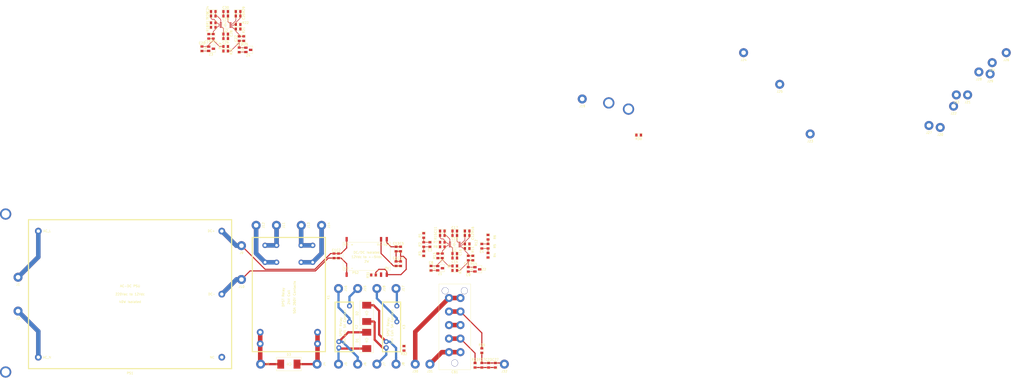
<source format=kicad_pcb>
(kicad_pcb (version 20171130) (host pcbnew "(5.1.5)-3")

  (general
    (thickness 1.6)
    (drawings 0)
    (tracks 311)
    (zones 0)
    (modules 111)
    (nets 54)
  )

  (page A3)
  (title_block
    (title "Nanodyn Amplifier Interface PCB")
    (date 2020-02-20)
    (rev "Rev. 1")
    (company Nanodyn)
  )

  (layers
    (0 F.Cu signal)
    (31 B.Cu signal)
    (32 B.Adhes user)
    (33 F.Adhes user)
    (34 B.Paste user)
    (35 F.Paste user)
    (36 B.SilkS user)
    (37 F.SilkS user)
    (38 B.Mask user)
    (39 F.Mask user)
    (40 Dwgs.User user)
    (41 Cmts.User user)
    (42 Eco1.User user)
    (43 Eco2.User user)
    (44 Edge.Cuts user)
    (45 Margin user)
    (46 B.CrtYd user)
    (47 F.CrtYd user)
    (48 B.Fab user)
    (49 F.Fab user)
  )

  (setup
    (last_trace_width 0.5)
    (user_trace_width 0.25)
    (user_trace_width 0.5)
    (user_trace_width 1)
    (user_trace_width 2)
    (user_trace_width 4)
    (trace_clearance 0.2)
    (zone_clearance 1)
    (zone_45_only no)
    (trace_min 0.25)
    (via_size 1)
    (via_drill 0.5)
    (via_min_size 1)
    (via_min_drill 0.5)
    (uvia_size 0.3)
    (uvia_drill 0.1)
    (uvias_allowed no)
    (uvia_min_size 0.2)
    (uvia_min_drill 0.1)
    (edge_width 0.05)
    (segment_width 0.2)
    (pcb_text_width 0.3)
    (pcb_text_size 1.5 1.5)
    (mod_edge_width 0.12)
    (mod_text_size 1 1)
    (mod_text_width 0.15)
    (pad_size 1.524 1.524)
    (pad_drill 0.762)
    (pad_to_mask_clearance 0.051)
    (solder_mask_min_width 0.25)
    (aux_axis_origin 0 0)
    (visible_elements 7FFFFFFF)
    (pcbplotparams
      (layerselection 0x010fc_ffffffff)
      (usegerberextensions false)
      (usegerberattributes false)
      (usegerberadvancedattributes false)
      (creategerberjobfile false)
      (excludeedgelayer true)
      (linewidth 0.100000)
      (plotframeref false)
      (viasonmask false)
      (mode 1)
      (useauxorigin false)
      (hpglpennumber 1)
      (hpglpenspeed 20)
      (hpglpendiameter 15.000000)
      (psnegative false)
      (psa4output false)
      (plotreference true)
      (plotvalue true)
      (plotinvisibletext false)
      (padsonsilk false)
      (subtractmaskfromsilk false)
      (outputformat 1)
      (mirror false)
      (drillshape 1)
      (scaleselection 1)
      (outputdirectory ""))
  )

  (net 0 "")
  (net 1 "Net-(D1-Pad2)")
  (net 2 "Net-(D2-Pad2)")
  (net 3 "Net-(J1-Pad1)")
  (net 4 "Net-(J2-Pad1)")
  (net 5 "Net-(J11-Pad1)")
  (net 6 "Net-(J12-Pad1)")
  (net 7 "Net-(J13-Pad1)")
  (net 8 "Net-(J14-Pad1)")
  (net 9 "Net-(J15-Pad1)")
  (net 10 "Net-(J16-Pad1)")
  (net 11 "Net-(J17-Pad1)")
  (net 12 "Net-(J18-Pad1)")
  (net 13 Earth)
  (net 14 GND)
  (net 15 +12V)
  (net 16 "Net-(C3-Pad1)")
  (net 17 "Net-(C3-Pad2)")
  (net 18 "Net-(C4-Pad2)")
  (net 19 "Net-(C4-Pad1)")
  (net 20 +5V)
  (net 21 GNDA)
  (net 22 -5V)
  (net 23 "Net-(C7-Pad1)")
  (net 24 "Net-(C7-Pad2)")
  (net 25 "Net-(C10-Pad2)")
  (net 26 "Net-(C10-Pad1)")
  (net 27 "Net-(C11-Pad1)")
  (net 28 "Net-(C11-Pad2)")
  (net 29 "Net-(C12-Pad2)")
  (net 30 "Net-(C12-Pad1)")
  (net 31 "Net-(C19-Pad2)")
  (net 32 "Net-(C19-Pad1)")
  (net 33 "Net-(C21-Pad1)")
  (net 34 "Net-(C22-Pad1)")
  (net 35 GNDD)
  (net 36 "Net-(C23-Pad1)")
  (net 37 "Net-(C24-Pad1)")
  (net 38 "Net-(C24-Pad2)")
  (net 39 "Net-(C25-Pad1)")
  (net 40 "Net-(C25-Pad2)")
  (net 41 /PLC_Power_ON_24V)
  (net 42 "Net-(CB1-Pad4)")
  (net 43 "Net-(CB1-Pad5)")
  (net 44 "Net-(CB1-Pad2)")
  (net 45 "Net-(CB1-Pad1)")
  (net 46 "Net-(J20-Pad1)")
  (net 47 "Net-(J21-Pad1)")
  (net 48 "Net-(J22-Pad1)")
  (net 49 "Net-(J23-Pad1)")
  (net 50 "Net-(J26-Pad1)")
  (net 51 "Net-(J27-Pad1)")
  (net 52 "Net-(J28-Pad1)")
  (net 53 "Net-(J29-Pad1)")

  (net_class Default "This is the default net class."
    (clearance 0.2)
    (trace_width 0.25)
    (via_dia 1)
    (via_drill 0.5)
    (uvia_dia 0.3)
    (uvia_drill 0.1)
    (diff_pair_width 0.5)
    (diff_pair_gap 0.25)
    (add_net +12V)
    (add_net +5V)
    (add_net -5V)
    (add_net /PLC_Power_ON_24V)
    (add_net Earth)
    (add_net GND)
    (add_net GNDA)
    (add_net GNDD)
    (add_net "Net-(C10-Pad1)")
    (add_net "Net-(C10-Pad2)")
    (add_net "Net-(C11-Pad1)")
    (add_net "Net-(C11-Pad2)")
    (add_net "Net-(C12-Pad1)")
    (add_net "Net-(C12-Pad2)")
    (add_net "Net-(C19-Pad1)")
    (add_net "Net-(C19-Pad2)")
    (add_net "Net-(C21-Pad1)")
    (add_net "Net-(C22-Pad1)")
    (add_net "Net-(C23-Pad1)")
    (add_net "Net-(C24-Pad1)")
    (add_net "Net-(C24-Pad2)")
    (add_net "Net-(C25-Pad1)")
    (add_net "Net-(C25-Pad2)")
    (add_net "Net-(C3-Pad1)")
    (add_net "Net-(C3-Pad2)")
    (add_net "Net-(C4-Pad1)")
    (add_net "Net-(C4-Pad2)")
    (add_net "Net-(C7-Pad1)")
    (add_net "Net-(C7-Pad2)")
    (add_net "Net-(CB1-Pad1)")
    (add_net "Net-(CB1-Pad2)")
    (add_net "Net-(CB1-Pad4)")
    (add_net "Net-(CB1-Pad5)")
    (add_net "Net-(D1-Pad2)")
    (add_net "Net-(D2-Pad2)")
    (add_net "Net-(J1-Pad1)")
    (add_net "Net-(J11-Pad1)")
    (add_net "Net-(J12-Pad1)")
    (add_net "Net-(J13-Pad1)")
    (add_net "Net-(J14-Pad1)")
    (add_net "Net-(J15-Pad1)")
    (add_net "Net-(J16-Pad1)")
    (add_net "Net-(J17-Pad1)")
    (add_net "Net-(J18-Pad1)")
    (add_net "Net-(J2-Pad1)")
    (add_net "Net-(J20-Pad1)")
    (add_net "Net-(J21-Pad1)")
    (add_net "Net-(J22-Pad1)")
    (add_net "Net-(J23-Pad1)")
    (add_net "Net-(J26-Pad1)")
    (add_net "Net-(J27-Pad1)")
    (add_net "Net-(J28-Pad1)")
    (add_net "Net-(J29-Pad1)")
  )

  (module "Amp_Relay:TML 40112" (layer F.Cu) (tedit 5E4E38A9) (tstamp 5E4E8EC8)
    (at 78.13 163.5)
    (path /5E4EEE16)
    (fp_text reference PS1 (at 0 35) (layer F.SilkS)
      (effects (font (size 1 1) (thickness 0.15)))
    )
    (fp_text value TML_40112 (at 0 -35.25) (layer F.Fab)
      (effects (font (size 1 1) (thickness 0.15)))
    )
    (fp_line (start -45 -33) (end -45 33) (layer F.Fab) (width 0.5))
    (fp_line (start -45 33) (end 45 33) (layer F.Fab) (width 0.5))
    (fp_line (start 45 33) (end 45 -33) (layer F.Fab) (width 0.5))
    (fp_line (start 45 -33) (end -45 -33) (layer F.Fab) (width 0.5))
    (fp_line (start -45 33) (end 45 33) (layer F.SilkS) (width 0.5))
    (fp_line (start 45 33) (end 45 -33) (layer F.SilkS) (width 0.5))
    (fp_line (start 45 -33) (end -45 -33) (layer F.SilkS) (width 0.5))
    (fp_line (start -45 -33) (end -45 33) (layer F.SilkS) (width 0.5))
    (fp_text user AC_L (at -36.75 -28) (layer F.SilkS)
      (effects (font (size 1 1) (thickness 0.15)))
    )
    (fp_text user AC_N (at -36.8 28) (layer F.SilkS)
      (effects (font (size 1 1) (thickness 0.15)))
    )
    (fp_text user DC- (at 36.2 0) (layer F.SilkS)
      (effects (font (size 1 1) (thickness 0.15)))
    )
    (fp_text user DC+ (at 36 -28) (layer F.SilkS)
      (effects (font (size 1 1) (thickness 0.15)))
    )
    (fp_text user NC (at 36.4 28) (layer F.SilkS)
      (effects (font (size 1 1) (thickness 0.15)))
    )
    (fp_text user "AC-DC PSU" (at 0 -3.6) (layer F.SilkS)
      (effects (font (size 1 1) (thickness 0.15)))
    )
    (fp_text user "220Vac to 12Vdc" (at 0 0) (layer F.SilkS)
      (effects (font (size 1 1) (thickness 0.15)))
    )
    (fp_text user "40W Isolated" (at 0 3.4) (layer F.SilkS)
      (effects (font (size 1 1) (thickness 0.15)))
    )
    (pad 1 thru_hole circle (at -40.65 -27.94) (size 3 3) (drill 1.5) (layers *.Cu *.Mask)
      (net 3 "Net-(J1-Pad1)"))
    (pad 2 thru_hole circle (at -40.65 27.94) (size 3 3) (drill 1.5) (layers *.Cu *.Mask)
      (net 4 "Net-(J2-Pad1)"))
    (pad 4 thru_hole circle (at 40.65 -27.94) (size 3 3) (drill 1.5) (layers *.Cu *.Mask)
      (net 15 +12V))
    (pad "" thru_hole circle (at 40.65 27.94) (size 3 3) (drill 1.5) (layers *.Cu *.Mask))
    (pad 3 thru_hole circle (at 40.65 0) (size 3 3) (drill 1.5) (layers *.Cu *.Mask)
      (net 14 GND))
  )

  (module Amp_Relay:MBRS360T3G (layer F.Cu) (tedit 5E4E5100) (tstamp 5E4E8E02)
    (at 183 172 270)
    (path /5E4E6C9D)
    (fp_text reference D2 (at 0 4.25 90) (layer F.SilkS)
      (effects (font (size 1 1) (thickness 0.15)))
    )
    (fp_text value MBRS360T3G (at 0 -4 90) (layer F.Fab)
      (effects (font (size 1 1) (thickness 0.15)))
    )
    (fp_line (start 0.5 0) (end 1.25 0) (layer F.SilkS) (width 0.12))
    (fp_line (start 0.5 -0.75) (end 0.5 0.75) (layer F.SilkS) (width 0.12))
    (fp_line (start -0.75 0) (end -1.5 0) (layer F.SilkS) (width 0.12))
    (fp_line (start 0.5 0) (end -0.75 -0.75) (layer F.SilkS) (width 0.12))
    (fp_line (start -0.75 0.75) (end 0.5 0) (layer F.SilkS) (width 0.12))
    (fp_line (start -0.75 -0.75) (end -0.75 0.75) (layer F.SilkS) (width 0.12))
    (fp_line (start -5.5 -3) (end -5.5 3) (layer F.SilkS) (width 0.12))
    (fp_line (start 5.5 3) (end -5.5 3) (layer F.SilkS) (width 0.12))
    (fp_line (start 5.5 -3) (end 5.5 3) (layer F.SilkS) (width 0.12))
    (fp_line (start -5.5 -3) (end 5.5 -3) (layer F.SilkS) (width 0.12))
    (fp_line (start 5.5 3) (end -5.5 3) (layer F.Fab) (width 0.12))
    (fp_line (start -5.5 -3) (end 5.5 -3) (layer F.Fab) (width 0.12))
    (fp_line (start -5.5 -3) (end -5.5 3) (layer F.Fab) (width 0.12))
    (fp_line (start 5.5 -3) (end 5.5 3) (layer F.Fab) (width 0.12))
    (pad 2 smd rect (at 3.6 0 270) (size 3 4) (layers F.Cu F.Mask)
      (net 2 "Net-(D2-Pad2)"))
    (pad 1 smd rect (at -3.6 0 270) (size 3 4) (layers F.Cu F.Mask)
      (net 35 GNDD))
  )

  (module Amp_Relay:MBRS360T3G (layer F.Cu) (tedit 5E4E5100) (tstamp 5E4E8DEE)
    (at 183 184 270)
    (path /5E4DF375)
    (fp_text reference D1 (at 0 4.25 90) (layer F.SilkS)
      (effects (font (size 1 1) (thickness 0.15)))
    )
    (fp_text value MBRS360T3G (at 0 -4 90) (layer F.Fab)
      (effects (font (size 1 1) (thickness 0.15)))
    )
    (fp_line (start 0.5 0) (end 1.25 0) (layer F.SilkS) (width 0.12))
    (fp_line (start 0.5 -0.75) (end 0.5 0.75) (layer F.SilkS) (width 0.12))
    (fp_line (start -0.75 0) (end -1.5 0) (layer F.SilkS) (width 0.12))
    (fp_line (start 0.5 0) (end -0.75 -0.75) (layer F.SilkS) (width 0.12))
    (fp_line (start -0.75 0.75) (end 0.5 0) (layer F.SilkS) (width 0.12))
    (fp_line (start -0.75 -0.75) (end -0.75 0.75) (layer F.SilkS) (width 0.12))
    (fp_line (start -5.5 -3) (end -5.5 3) (layer F.SilkS) (width 0.12))
    (fp_line (start 5.5 3) (end -5.5 3) (layer F.SilkS) (width 0.12))
    (fp_line (start 5.5 -3) (end 5.5 3) (layer F.SilkS) (width 0.12))
    (fp_line (start -5.5 -3) (end 5.5 -3) (layer F.SilkS) (width 0.12))
    (fp_line (start 5.5 3) (end -5.5 3) (layer F.Fab) (width 0.12))
    (fp_line (start -5.5 -3) (end 5.5 -3) (layer F.Fab) (width 0.12))
    (fp_line (start -5.5 -3) (end -5.5 3) (layer F.Fab) (width 0.12))
    (fp_line (start 5.5 -3) (end 5.5 3) (layer F.Fab) (width 0.12))
    (pad 2 smd rect (at 3.6 0 270) (size 3 4) (layers F.Cu F.Mask)
      (net 1 "Net-(D1-Pad2)"))
    (pad 1 smd rect (at -3.6 0 270) (size 3 4) (layers F.Cu F.Mask)
      (net 35 GNDD))
  )

  (module Amp_Relay:MBRS360T3G (layer F.Cu) (tedit 5E4E5100) (tstamp 5E4E8E16)
    (at 148.5 194.5 180)
    (path /5E4D6EF7)
    (fp_text reference D3 (at 0 4.25) (layer F.SilkS)
      (effects (font (size 1 1) (thickness 0.15)))
    )
    (fp_text value MBRS360T3G (at 0 -4) (layer F.Fab)
      (effects (font (size 1 1) (thickness 0.15)))
    )
    (fp_line (start 0.5 0) (end 1.25 0) (layer F.SilkS) (width 0.12))
    (fp_line (start 0.5 -0.75) (end 0.5 0.75) (layer F.SilkS) (width 0.12))
    (fp_line (start -0.75 0) (end -1.5 0) (layer F.SilkS) (width 0.12))
    (fp_line (start 0.5 0) (end -0.75 -0.75) (layer F.SilkS) (width 0.12))
    (fp_line (start -0.75 0.75) (end 0.5 0) (layer F.SilkS) (width 0.12))
    (fp_line (start -0.75 -0.75) (end -0.75 0.75) (layer F.SilkS) (width 0.12))
    (fp_line (start -5.5 -3) (end -5.5 3) (layer F.SilkS) (width 0.12))
    (fp_line (start 5.5 3) (end -5.5 3) (layer F.SilkS) (width 0.12))
    (fp_line (start 5.5 -3) (end 5.5 3) (layer F.SilkS) (width 0.12))
    (fp_line (start -5.5 -3) (end 5.5 -3) (layer F.SilkS) (width 0.12))
    (fp_line (start 5.5 3) (end -5.5 3) (layer F.Fab) (width 0.12))
    (fp_line (start -5.5 -3) (end 5.5 -3) (layer F.Fab) (width 0.12))
    (fp_line (start -5.5 -3) (end -5.5 3) (layer F.Fab) (width 0.12))
    (fp_line (start 5.5 -3) (end 5.5 3) (layer F.Fab) (width 0.12))
    (pad 2 smd rect (at 3.6 0 180) (size 3 4) (layers F.Cu F.Mask)
      (net 41 /PLC_Power_ON_24V))
    (pad 1 smd rect (at -3.6 0 180) (size 3 4) (layers F.Cu F.Mask)
      (net 35 GNDD))
  )

  (module Amp_Relay:2mm_Pad_Connector (layer F.Cu) (tedit 5E4E390E) (tstamp 5E4E8E1B)
    (at 28.5 156)
    (path /5E4F0206)
    (fp_text reference J1 (at 0 3.2) (layer F.SilkS)
      (effects (font (size 1 1) (thickness 0.15)))
    )
    (fp_text value 2mm_Pad_Connector (at -3.5 -0.5 90) (layer F.Fab)
      (effects (font (size 1 1) (thickness 0.15)))
    )
    (pad 1 thru_hole circle (at 0 0) (size 4 4) (drill 2) (layers *.Cu *.Mask)
      (net 3 "Net-(J1-Pad1)"))
  )

  (module Amp_Relay:2mm_Pad_Connector (layer F.Cu) (tedit 5E4E390E) (tstamp 5E4E8E20)
    (at 28.5 171)
    (path /5E4F0DB0)
    (fp_text reference J2 (at 0 3.2) (layer F.SilkS)
      (effects (font (size 1 1) (thickness 0.15)))
    )
    (fp_text value 2mm_Pad_Connector (at -3.5 0.5 90) (layer F.Fab)
      (effects (font (size 1 1) (thickness 0.15)))
    )
    (pad 1 thru_hole circle (at 0 0) (size 4 4) (drill 2) (layers *.Cu *.Mask)
      (net 4 "Net-(J2-Pad1)"))
  )

  (module Amp_Relay:2mm_Pad_Connector (layer F.Cu) (tedit 5E4E390E) (tstamp 5E4E8E25)
    (at 136 194.5 90)
    (path /5E4D81A3)
    (fp_text reference J3 (at 0 3.2 90) (layer F.SilkS)
      (effects (font (size 1 1) (thickness 0.15)))
    )
    (fp_text value 2mm_Pad_Connector (at 4 3 180) (layer F.Fab)
      (effects (font (size 1 1) (thickness 0.15)))
    )
    (pad 1 thru_hole circle (at 0 0 90) (size 4 4) (drill 2) (layers *.Cu *.Mask)
      (net 41 /PLC_Power_ON_24V))
  )

  (module Amp_Relay:2mm_Pad_Connector (layer F.Cu) (tedit 5E4E390E) (tstamp 5E4E8E2A)
    (at 161 194.5 90)
    (path /5E4D867E)
    (fp_text reference J4 (at 0 3.2 90) (layer F.SilkS)
      (effects (font (size 1 1) (thickness 0.15)))
    )
    (fp_text value 2mm_Pad_Connector (at 4 -3 180) (layer F.Fab)
      (effects (font (size 1 1) (thickness 0.15)))
    )
    (pad 1 thru_hole circle (at 0 0 90) (size 4 4) (drill 2) (layers *.Cu *.Mask)
      (net 35 GNDD))
  )

  (module Amp_Relay:2mm_Pad_Connector (layer F.Cu) (tedit 5E4E390E) (tstamp 5E4E8E2F)
    (at 170.5 194.5 90)
    (path /5E4DE9B6)
    (fp_text reference J5 (at 0 3.2 90) (layer F.SilkS)
      (effects (font (size 1 1) (thickness 0.15)))
    )
    (fp_text value 2mm_Pad_Connector (at 3 5) (layer F.Fab)
      (effects (font (size 1 1) (thickness 0.15)))
    )
    (pad 1 thru_hole circle (at 0 0 90) (size 4 4) (drill 2) (layers *.Cu *.Mask)
      (net 1 "Net-(D1-Pad2)"))
  )

  (module Amp_Relay:2mm_Pad_Connector (layer F.Cu) (tedit 5E4E390E) (tstamp 5E4E8E34)
    (at 179 194.5 90)
    (path /5E4DE9B0)
    (fp_text reference J6 (at 0 3.2 90) (layer F.SilkS)
      (effects (font (size 1 1) (thickness 0.15)))
    )
    (fp_text value 2mm_Pad_Connector (at -3.5 -3.5) (layer F.Fab)
      (effects (font (size 1 1) (thickness 0.15)))
    )
    (pad 1 thru_hole circle (at 0 0 90) (size 4 4) (drill 2) (layers *.Cu *.Mask)
      (net 35 GNDD))
  )

  (module Amp_Relay:2mm_Pad_Connector (layer F.Cu) (tedit 5E4E390E) (tstamp 5E4E8E39)
    (at 187.5 194.5 90)
    (path /5E4E6C97)
    (fp_text reference J7 (at 0 3.2 90) (layer F.SilkS)
      (effects (font (size 1 1) (thickness 0.15)))
    )
    (fp_text value 2mm_Pad_Connector (at 3 4) (layer F.Fab)
      (effects (font (size 1 1) (thickness 0.15)))
    )
    (pad 1 thru_hole circle (at 0 0 90) (size 4 4) (drill 2) (layers *.Cu *.Mask)
      (net 2 "Net-(D2-Pad2)"))
  )

  (module Amp_Relay:2mm_Pad_Connector (layer F.Cu) (tedit 5E4E390E) (tstamp 5E4E8E3E)
    (at 196 194.5 90)
    (path /5E4E6C91)
    (fp_text reference J8 (at 0 3.2 90) (layer F.SilkS)
      (effects (font (size 1 1) (thickness 0.15)))
    )
    (fp_text value 2mm_Pad_Connector (at -3.5 -4.5) (layer F.Fab)
      (effects (font (size 1 1) (thickness 0.15)))
    )
    (pad 1 thru_hole circle (at 0 0 90) (size 4 4) (drill 2) (layers *.Cu *.Mask)
      (net 35 GNDD))
  )

  (module Amp_Relay:2mm_Pad_Connector (layer F.Cu) (tedit 5E4E390E) (tstamp 5E4E8E43)
    (at 127.5 142)
    (path /5E4F3AC4)
    (fp_text reference J9 (at 0 3.2) (layer F.SilkS)
      (effects (font (size 1 1) (thickness 0.15)))
    )
    (fp_text value 2mm_Pad_Connector (at 3.5 -0.5 270) (layer F.Fab)
      (effects (font (size 1 1) (thickness 0.15)))
    )
    (pad 1 thru_hole circle (at 0 0) (size 4 4) (drill 2) (layers *.Cu *.Mask)
      (net 15 +12V))
  )

  (module Amp_Relay:2mm_Pad_Connector (layer F.Cu) (tedit 5E4E390E) (tstamp 5E4E8E48)
    (at 127.5 157)
    (path /5E4F45EA)
    (fp_text reference J10 (at 0 3.2) (layer F.SilkS)
      (effects (font (size 1 1) (thickness 0.15)))
    )
    (fp_text value 2mm_Pad_Connector (at 0 13 270) (layer F.Fab)
      (effects (font (size 1 1) (thickness 0.15)))
    )
    (pad 1 thru_hole circle (at 0 0) (size 4 4) (drill 2) (layers *.Cu *.Mask)
      (net 14 GND))
  )

  (module Amp_Relay:2mm_Pad_Connector (layer F.Cu) (tedit 5E4E390E) (tstamp 5E4E8E4D)
    (at 143 133 90)
    (path /5E4D95DE)
    (fp_text reference J11 (at 0 3.2 90) (layer F.SilkS)
      (effects (font (size 1 1) (thickness 0.15)))
    )
    (fp_text value 2mm_Pad_Connector (at -3.5 6) (layer F.Fab)
      (effects (font (size 1 1) (thickness 0.15)))
    )
    (pad 1 thru_hole circle (at 0 0 90) (size 4 4) (drill 2) (layers *.Cu *.Mask)
      (net 5 "Net-(J11-Pad1)"))
  )

  (module Amp_Relay:2mm_Pad_Connector (layer F.Cu) (tedit 5E4E390E) (tstamp 5E4E8E52)
    (at 134 133 90)
    (path /5E4D99EA)
    (fp_text reference J12 (at 0 3.2 90) (layer F.SilkS)
      (effects (font (size 1 1) (thickness 0.15)))
    )
    (fp_text value 2mm_Pad_Connector (at 3.5 0) (layer F.Fab)
      (effects (font (size 1 1) (thickness 0.15)))
    )
    (pad 1 thru_hole circle (at 0 0 90) (size 4 4) (drill 2) (layers *.Cu *.Mask)
      (net 6 "Net-(J12-Pad1)"))
  )

  (module Amp_Relay:2mm_Pad_Connector (layer F.Cu) (tedit 5E4E390E) (tstamp 5E4E8E57)
    (at 154 133 90)
    (path /5E4DAFF4)
    (fp_text reference J13 (at 0 3.2 90) (layer F.SilkS)
      (effects (font (size 1 1) (thickness 0.15)))
    )
    (fp_text value 2mm_Pad_Connector (at -3.5 3 180) (layer F.Fab)
      (effects (font (size 1 1) (thickness 0.15)))
    )
    (pad 1 thru_hole circle (at 0 0 90) (size 4 4) (drill 2) (layers *.Cu *.Mask)
      (net 7 "Net-(J13-Pad1)"))
  )

  (module Amp_Relay:2mm_Pad_Connector (layer F.Cu) (tedit 5E4E390E) (tstamp 5E4E8E5C)
    (at 163 133 90)
    (path /5E4DAFFA)
    (fp_text reference J14 (at 0 3.2 90) (layer F.SilkS)
      (effects (font (size 1 1) (thickness 0.15)))
    )
    (fp_text value 2mm_Pad_Connector (at 3.5 -6) (layer F.Fab)
      (effects (font (size 1 1) (thickness 0.15)))
    )
    (pad 1 thru_hole circle (at 0 0 90) (size 4 4) (drill 2) (layers *.Cu *.Mask)
      (net 8 "Net-(J14-Pad1)"))
  )

  (module Amp_Relay:2mm_Pad_Connector (layer F.Cu) (tedit 5E4E390E) (tstamp 5E4E8E61)
    (at 179 161 90)
    (path /5E4E1CAB)
    (fp_text reference J15 (at 0 3.2 90) (layer F.SilkS)
      (effects (font (size 1 1) (thickness 0.15)))
    )
    (fp_text value 2mm_Pad_Connector (at -3.5 -3.5) (layer F.Fab)
      (effects (font (size 1 1) (thickness 0.15)))
    )
    (pad 1 thru_hole circle (at 0 0 90) (size 4 4) (drill 2) (layers *.Cu *.Mask)
      (net 9 "Net-(J15-Pad1)"))
  )

  (module Amp_Relay:2mm_Pad_Connector (layer F.Cu) (tedit 5E4E390E) (tstamp 5E4E8E66)
    (at 170.5 161 90)
    (path /5E4E2B9A)
    (fp_text reference J16 (at 0 3.2 90) (layer F.SilkS)
      (effects (font (size 1 1) (thickness 0.15)))
    )
    (fp_text value 2mm_Pad_Connector (at 3 5) (layer F.Fab)
      (effects (font (size 1 1) (thickness 0.15)))
    )
    (pad 1 thru_hole circle (at 0 0 90) (size 4 4) (drill 2) (layers *.Cu *.Mask)
      (net 10 "Net-(J16-Pad1)"))
  )

  (module Amp_Relay:2mm_Pad_Connector (layer F.Cu) (tedit 5E4E390E) (tstamp 5E4E8E6B)
    (at 196 161 90)
    (path /5E4E6CAF)
    (fp_text reference J17 (at 0 3.2 90) (layer F.SilkS)
      (effects (font (size 1 1) (thickness 0.15)))
    )
    (fp_text value 2mm_Pad_Connector (at 3 -4.5) (layer F.Fab)
      (effects (font (size 1 1) (thickness 0.15)))
    )
    (pad 1 thru_hole circle (at 0 0 90) (size 4 4) (drill 2) (layers *.Cu *.Mask)
      (net 11 "Net-(J17-Pad1)"))
  )

  (module Amp_Relay:2mm_Pad_Connector (layer F.Cu) (tedit 5E4E390E) (tstamp 5E4E8E70)
    (at 187.5 161 90)
    (path /5E4E6CB5)
    (fp_text reference J18 (at 0 3.2 90) (layer F.SilkS)
      (effects (font (size 1 1) (thickness 0.15)))
    )
    (fp_text value 2mm_Pad_Connector (at -3.5 4) (layer F.Fab)
      (effects (font (size 1 1) (thickness 0.15)))
    )
    (pad 1 thru_hole circle (at 0 0 90) (size 4 4) (drill 2) (layers *.Cu *.Mask)
      (net 12 "Net-(J18-Pad1)"))
  )

  (module Amp_Relay:66.22.9.024.0600 (layer F.Cu) (tedit 5E4D4149) (tstamp 5E4E8E8B)
    (at 148.5 164.87 90)
    (path /5E4D6EF1)
    (fp_text reference K1 (at 0 17.5 90) (layer F.SilkS)
      (effects (font (size 1 1) (thickness 0.15)))
    )
    (fp_text value 66.22.9.024.0600 (at 0 -17.75 90) (layer F.Fab)
      (effects (font (size 1 1) (thickness 0.15)))
    )
    (fp_line (start -24.1 -16.2) (end 26.5 -16.2) (layer F.Fab) (width 0.5))
    (fp_line (start 26.5 -16.2) (end 26.5 16.2) (layer F.Fab) (width 0.5))
    (fp_line (start 26.5 16.2) (end -24.1 16.2) (layer F.Fab) (width 0.5))
    (fp_line (start -24.1 -16.2) (end -24.1 16.2) (layer F.Fab) (width 0.5))
    (fp_line (start -24.1 -16.2) (end 26.5 -16.2) (layer F.SilkS) (width 0.5))
    (fp_line (start 26.5 -16.2) (end 26.5 16.2) (layer F.SilkS) (width 0.5))
    (fp_line (start 26.5 16.2) (end -24.1 16.2) (layer F.SilkS) (width 0.5))
    (fp_line (start -24.1 -16.2) (end -24.1 16.2) (layer F.SilkS) (width 0.5))
    (fp_text user "DPST Relay" (at 0 -2.5 90) (layer F.SilkS)
      (effects (font (size 1 1) (thickness 0.15)))
    )
    (fp_text user "24V Coil" (at 0 0 90) (layer F.SilkS)
      (effects (font (size 1 1) (thickness 0.15)))
    )
    (fp_text user "50A 260V Contacts" (at 0 2.5 90) (layer F.SilkS)
      (effects (font (size 1 1) (thickness 0.15)))
    )
    (pad 2 thru_hole circle (at -15.5 12.7 90) (size 3 3) (drill 1.5) (layers *.Cu *.Mask)
      (net 35 GNDD))
    (pad 1 thru_hole circle (at -15.5 -12.7 90) (size 3 3) (drill 1.5) (layers *.Cu *.Mask)
      (net 41 /PLC_Power_ON_24V))
    (pad 1 thru_hole circle (at -20.6 -12.7 90) (size 3 3) (drill 1.5) (layers *.Cu *.Mask)
      (net 41 /PLC_Power_ON_24V))
    (pad 2 thru_hole circle (at -20.6 12.7 90) (size 3 3) (drill 1.5) (layers *.Cu *.Mask)
      (net 35 GNDD))
    (pad 5 thru_hole circle (at 15.5 -5.45 90) (size 2.4 2.4) (drill 1.2) (layers *.Cu *.Mask)
      (net 6 "Net-(J12-Pad1)"))
    (pad 3 thru_hole circle (at 15.5 5.45 90) (size 2.4 2.4) (drill 1.2) (layers *.Cu *.Mask)
      (net 8 "Net-(J14-Pad1)"))
    (pad 5 thru_hole circle (at 15.5 -10.55 90) (size 2.4 2.4) (drill 1.2) (layers *.Cu *.Mask)
      (net 6 "Net-(J12-Pad1)"))
    (pad 3 thru_hole circle (at 15.5 10.55 90) (size 2.4 2.4) (drill 1.2) (layers *.Cu *.Mask)
      (net 8 "Net-(J14-Pad1)"))
    (pad 6 thru_hole circle (at 23 -10.55 90) (size 2.4 2.4) (drill 1.2) (layers *.Cu *.Mask)
      (net 5 "Net-(J11-Pad1)"))
    (pad 6 thru_hole circle (at 23 -5.45 90) (size 2.4 2.4) (drill 1.2) (layers *.Cu *.Mask)
      (net 5 "Net-(J11-Pad1)"))
    (pad 4 thru_hole circle (at 23 5.45 90) (size 2.4 2.4) (drill 1.2) (layers *.Cu *.Mask)
      (net 7 "Net-(J13-Pad1)"))
    (pad 4 thru_hole circle (at 23 10.55 90) (size 2.4 2.4) (drill 1.2) (layers *.Cu *.Mask)
      (net 7 "Net-(J13-Pad1)"))
  )

  (module Amp_Relay:FTR-F3AA024E-HA (layer F.Cu) (tedit 5E4D4706) (tstamp 5E4E8E9D)
    (at 173 178 90)
    (path /5E4DD281)
    (fp_text reference K2 (at 0 5.5 90) (layer F.SilkS)
      (effects (font (size 1 1) (thickness 0.15)))
    )
    (fp_text value FTR-F3AA024E-HA (at 0 -5.25 90) (layer F.Fab)
      (effects (font (size 1 1) (thickness 0.15)))
    )
    (fp_line (start -11 -4) (end -11 4) (layer F.Fab) (width 0.5))
    (fp_line (start -11 -4) (end 11 -4) (layer F.Fab) (width 0.5))
    (fp_line (start 11 -4) (end 11 4) (layer F.Fab) (width 0.5))
    (fp_line (start -11 4) (end 11 4) (layer F.Fab) (width 0.5))
    (fp_line (start -11 -4) (end 11 -4) (layer F.SilkS) (width 0.5))
    (fp_line (start 11 -4) (end 11 4) (layer F.SilkS) (width 0.5))
    (fp_line (start -11 4) (end 11 4) (layer F.SilkS) (width 0.5))
    (fp_line (start -11 -4) (end -11 4) (layer F.SilkS) (width 0.5))
    (fp_text user "SPST Relay" (at 0 -1.5 90) (layer F.SilkS)
      (effects (font (size 1 1) (thickness 0.15)))
    )
    (fp_text user "24V Coil 5A Contact" (at 0 0.25 90) (layer F.SilkS)
      (effects (font (size 1 1) (thickness 0.15)))
    )
    (pad 4 thru_hole circle (at 9.25 2.35 90) (size 2.2 2.2) (drill 1.1) (layers *.Cu *.Mask)
      (net 9 "Net-(J15-Pad1)"))
    (pad 3 thru_hole circle (at 2.25 2.35 90) (size 2.2 2.2) (drill 1.1) (layers *.Cu *.Mask)
      (net 10 "Net-(J16-Pad1)"))
    (pad 1 thru_hole circle (at -9.25 -2.35 90) (size 2.2 2.2) (drill 1.1) (layers *.Cu *.Mask)
      (net 1 "Net-(D1-Pad2)"))
    (pad 2 thru_hole circle (at -6.55 -2.35 90) (size 2.2 2.2) (drill 1.1) (layers *.Cu *.Mask)
      (net 35 GNDD))
  )

  (module Amp_Relay:FTR-F3AA024E-HA (layer F.Cu) (tedit 5E4D4706) (tstamp 5E4E8EAF)
    (at 194 178 90)
    (path /5E4E6C8B)
    (fp_text reference K3 (at 0 5.5 90) (layer F.SilkS)
      (effects (font (size 1 1) (thickness 0.15)))
    )
    (fp_text value FTR-F3AA024E-HA (at 0 -5.25 90) (layer F.Fab)
      (effects (font (size 1 1) (thickness 0.15)))
    )
    (fp_text user "24V Coil 5A Contact" (at 0 0.25 90) (layer F.SilkS)
      (effects (font (size 1 1) (thickness 0.15)))
    )
    (fp_text user "SPST Relay" (at 0 -1.5 90) (layer F.SilkS)
      (effects (font (size 1 1) (thickness 0.15)))
    )
    (fp_line (start -11 -4) (end -11 4) (layer F.SilkS) (width 0.5))
    (fp_line (start -11 4) (end 11 4) (layer F.SilkS) (width 0.5))
    (fp_line (start 11 -4) (end 11 4) (layer F.SilkS) (width 0.5))
    (fp_line (start -11 -4) (end 11 -4) (layer F.SilkS) (width 0.5))
    (fp_line (start -11 4) (end 11 4) (layer F.Fab) (width 0.5))
    (fp_line (start 11 -4) (end 11 4) (layer F.Fab) (width 0.5))
    (fp_line (start -11 -4) (end 11 -4) (layer F.Fab) (width 0.5))
    (fp_line (start -11 -4) (end -11 4) (layer F.Fab) (width 0.5))
    (pad 2 thru_hole circle (at -6.55 -2.35 90) (size 2.2 2.2) (drill 1.1) (layers *.Cu *.Mask)
      (net 35 GNDD))
    (pad 1 thru_hole circle (at -9.25 -2.35 90) (size 2.2 2.2) (drill 1.1) (layers *.Cu *.Mask)
      (net 2 "Net-(D2-Pad2)"))
    (pad 3 thru_hole circle (at 2.25 2.35 90) (size 2.2 2.2) (drill 1.1) (layers *.Cu *.Mask)
      (net 12 "Net-(J18-Pad1)"))
    (pad 4 thru_hole circle (at 9.25 2.35 90) (size 2.2 2.2) (drill 1.1) (layers *.Cu *.Mask)
      (net 11 "Net-(J17-Pad1)"))
  )

  (module Amp_Relay:2mm_Pad_Connector (layer F.Cu) (tedit 5E4E390E) (tstamp 5E4EC937)
    (at 278.5 77)
    (path /5E4F0A3B)
    (fp_text reference J19 (at 0 3.2) (layer F.SilkS)
      (effects (font (size 1 1) (thickness 0.15)))
    )
    (fp_text value 2mm_Pad_Connector (at 0 -3.2) (layer F.Fab)
      (effects (font (size 1 1) (thickness 0.15)))
    )
    (pad 1 thru_hole circle (at 0 0) (size 4 4) (drill 2) (layers *.Cu *.Mask)
      (net 13 Earth))
  )

  (module Amp_Relay:0805 (layer F.Cu) (tedit 5E5674B5) (tstamp 5E57D679)
    (at 168.5 146.5 270)
    (path /5E570402)
    (fp_text reference C1 (at -2.5 0 180) (layer F.SilkS)
      (effects (font (size 1 1) (thickness 0.15)))
    )
    (fp_text value 1u (at 2.5 1 180) (layer F.Fab)
      (effects (font (size 1 1) (thickness 0.15)))
    )
    (fp_line (start -1.7 0.8) (end 1.7 0.8) (layer F.Fab) (width 0.12))
    (fp_line (start 1.7 0.8) (end 1.7 -0.8) (layer F.Fab) (width 0.12))
    (fp_line (start 1.7 -0.8) (end -1.7 -0.8) (layer F.Fab) (width 0.12))
    (fp_line (start -1.7 -0.8) (end -1.7 0.8) (layer F.Fab) (width 0.12))
    (fp_line (start -1.7 -0.8) (end 1.7 -0.8) (layer F.SilkS) (width 0.12))
    (fp_line (start 1.7 -0.8) (end 1.7 0.8) (layer F.SilkS) (width 0.12))
    (fp_line (start 1.7 0.8) (end -1.7 0.8) (layer F.SilkS) (width 0.12))
    (fp_line (start -1.7 0.8) (end -1.7 -0.8) (layer F.SilkS) (width 0.12))
    (pad 2 smd rect (at 1 0 270) (size 1 1.25) (layers F.Cu F.Paste F.Mask)
      (net 14 GND))
    (pad 1 smd rect (at -1 0 270) (size 1 1.25) (layers F.Cu F.Paste F.Mask)
      (net 15 +12V))
  )

  (module Amp_Relay:0805 (layer F.Cu) (tedit 5E5674B5) (tstamp 5E57D687)
    (at 170.5 146.5 270)
    (path /5E56F46E)
    (fp_text reference C2 (at -2.5 0 180) (layer F.SilkS)
      (effects (font (size 1 1) (thickness 0.15)))
    )
    (fp_text value 100n (at 2.5 0 180) (layer F.Fab)
      (effects (font (size 1 1) (thickness 0.15)))
    )
    (fp_line (start -1.7 0.8) (end 1.7 0.8) (layer F.Fab) (width 0.12))
    (fp_line (start 1.7 0.8) (end 1.7 -0.8) (layer F.Fab) (width 0.12))
    (fp_line (start 1.7 -0.8) (end -1.7 -0.8) (layer F.Fab) (width 0.12))
    (fp_line (start -1.7 -0.8) (end -1.7 0.8) (layer F.Fab) (width 0.12))
    (fp_line (start -1.7 -0.8) (end 1.7 -0.8) (layer F.SilkS) (width 0.12))
    (fp_line (start 1.7 -0.8) (end 1.7 0.8) (layer F.SilkS) (width 0.12))
    (fp_line (start 1.7 0.8) (end -1.7 0.8) (layer F.SilkS) (width 0.12))
    (fp_line (start -1.7 0.8) (end -1.7 -0.8) (layer F.SilkS) (width 0.12))
    (pad 2 smd rect (at 1 0 270) (size 1 1.25) (layers F.Cu F.Paste F.Mask)
      (net 14 GND))
    (pad 1 smd rect (at -1 0 270) (size 1 1.25) (layers F.Cu F.Paste F.Mask)
      (net 15 +12V))
  )

  (module Amp_Relay:0805 (layer F.Cu) (tedit 5E5674B5) (tstamp 5E57D695)
    (at 211 141.5 270)
    (path /5E699708)
    (fp_text reference C3 (at 2.5 0 180) (layer F.SilkS)
      (effects (font (size 1 1) (thickness 0.15)))
    )
    (fp_text value 100p (at -2.5 0 180) (layer F.Fab)
      (effects (font (size 1 1) (thickness 0.15)))
    )
    (fp_line (start -1.7 0.8) (end -1.7 -0.8) (layer F.SilkS) (width 0.12))
    (fp_line (start 1.7 0.8) (end -1.7 0.8) (layer F.SilkS) (width 0.12))
    (fp_line (start 1.7 -0.8) (end 1.7 0.8) (layer F.SilkS) (width 0.12))
    (fp_line (start -1.7 -0.8) (end 1.7 -0.8) (layer F.SilkS) (width 0.12))
    (fp_line (start -1.7 -0.8) (end -1.7 0.8) (layer F.Fab) (width 0.12))
    (fp_line (start 1.7 -0.8) (end -1.7 -0.8) (layer F.Fab) (width 0.12))
    (fp_line (start 1.7 0.8) (end 1.7 -0.8) (layer F.Fab) (width 0.12))
    (fp_line (start -1.7 0.8) (end 1.7 0.8) (layer F.Fab) (width 0.12))
    (pad 1 smd rect (at -1 0 270) (size 1 1.25) (layers F.Cu F.Paste F.Mask)
      (net 16 "Net-(C3-Pad1)"))
    (pad 2 smd rect (at 1 0 270) (size 1 1.25) (layers F.Cu F.Paste F.Mask)
      (net 17 "Net-(C3-Pad2)"))
  )

  (module Amp_Relay:0805 (layer F.Cu) (tedit 5E5674B5) (tstamp 5E57D6A3)
    (at 234 142.25 270)
    (path /5E7D1998)
    (fp_text reference C4 (at 2.5 0 180) (layer F.SilkS)
      (effects (font (size 1 1) (thickness 0.15)))
    )
    (fp_text value 100p (at -2.5 0 180) (layer F.Fab)
      (effects (font (size 1 1) (thickness 0.15)))
    )
    (fp_line (start -1.7 0.8) (end 1.7 0.8) (layer F.Fab) (width 0.12))
    (fp_line (start 1.7 0.8) (end 1.7 -0.8) (layer F.Fab) (width 0.12))
    (fp_line (start 1.7 -0.8) (end -1.7 -0.8) (layer F.Fab) (width 0.12))
    (fp_line (start -1.7 -0.8) (end -1.7 0.8) (layer F.Fab) (width 0.12))
    (fp_line (start -1.7 -0.8) (end 1.7 -0.8) (layer F.SilkS) (width 0.12))
    (fp_line (start 1.7 -0.8) (end 1.7 0.8) (layer F.SilkS) (width 0.12))
    (fp_line (start 1.7 0.8) (end -1.7 0.8) (layer F.SilkS) (width 0.12))
    (fp_line (start -1.7 0.8) (end -1.7 -0.8) (layer F.SilkS) (width 0.12))
    (pad 2 smd rect (at 1 0 270) (size 1 1.25) (layers F.Cu F.Paste F.Mask)
      (net 18 "Net-(C4-Pad2)"))
    (pad 1 smd rect (at -1 0 270) (size 1 1.25) (layers F.Cu F.Paste F.Mask)
      (net 19 "Net-(C4-Pad1)"))
  )

  (module Amp_Relay:0805 (layer F.Cu) (tedit 5E5674B5) (tstamp 5E57D6B1)
    (at 198 143.5 270)
    (path /5E59A84B)
    (fp_text reference C5 (at -2.5 -0.5 180) (layer F.SilkS)
      (effects (font (size 1 1) (thickness 0.15)))
    )
    (fp_text value 1u (at 2.5 -1.5 180) (layer F.Fab)
      (effects (font (size 1 1) (thickness 0.15)))
    )
    (fp_line (start -1.7 0.8) (end -1.7 -0.8) (layer F.SilkS) (width 0.12))
    (fp_line (start 1.7 0.8) (end -1.7 0.8) (layer F.SilkS) (width 0.12))
    (fp_line (start 1.7 -0.8) (end 1.7 0.8) (layer F.SilkS) (width 0.12))
    (fp_line (start -1.7 -0.8) (end 1.7 -0.8) (layer F.SilkS) (width 0.12))
    (fp_line (start -1.7 -0.8) (end -1.7 0.8) (layer F.Fab) (width 0.12))
    (fp_line (start 1.7 -0.8) (end -1.7 -0.8) (layer F.Fab) (width 0.12))
    (fp_line (start 1.7 0.8) (end 1.7 -0.8) (layer F.Fab) (width 0.12))
    (fp_line (start -1.7 0.8) (end 1.7 0.8) (layer F.Fab) (width 0.12))
    (pad 1 smd rect (at -1 0 270) (size 1 1.25) (layers F.Cu F.Paste F.Mask)
      (net 20 +5V))
    (pad 2 smd rect (at 1 0 270) (size 1 1.25) (layers F.Cu F.Paste F.Mask)
      (net 21 GNDA))
  )

  (module Amp_Relay:0805 (layer F.Cu) (tedit 5E5674B5) (tstamp 5E58405D)
    (at 196 150 270)
    (path /5E59D699)
    (fp_text reference C6 (at -2.5 0.5 180) (layer F.SilkS)
      (effects (font (size 1 1) (thickness 0.15)))
    )
    (fp_text value 1u (at 2.5 1 180) (layer F.Fab)
      (effects (font (size 1 1) (thickness 0.15)))
    )
    (fp_line (start -1.7 0.8) (end 1.7 0.8) (layer F.Fab) (width 0.12))
    (fp_line (start 1.7 0.8) (end 1.7 -0.8) (layer F.Fab) (width 0.12))
    (fp_line (start 1.7 -0.8) (end -1.7 -0.8) (layer F.Fab) (width 0.12))
    (fp_line (start -1.7 -0.8) (end -1.7 0.8) (layer F.Fab) (width 0.12))
    (fp_line (start -1.7 -0.8) (end 1.7 -0.8) (layer F.SilkS) (width 0.12))
    (fp_line (start 1.7 -0.8) (end 1.7 0.8) (layer F.SilkS) (width 0.12))
    (fp_line (start 1.7 0.8) (end -1.7 0.8) (layer F.SilkS) (width 0.12))
    (fp_line (start -1.7 0.8) (end -1.7 -0.8) (layer F.SilkS) (width 0.12))
    (pad 2 smd rect (at 1 0 270) (size 1 1.25) (layers F.Cu F.Paste F.Mask)
      (net 22 -5V))
    (pad 1 smd rect (at -1 0 270) (size 1 1.25) (layers F.Cu F.Paste F.Mask)
      (net 21 GNDA))
  )

  (module Amp_Relay:0805 (layer F.Cu) (tedit 5E5674B5) (tstamp 5E57D6CD)
    (at 216.5 146.5 270)
    (path /5E60957C)
    (fp_text reference C7 (at 2.5 0 180) (layer F.SilkS)
      (effects (font (size 1 1) (thickness 0.15)))
    )
    (fp_text value 100p (at 0 -1.5 270) (layer F.Fab)
      (effects (font (size 1 1) (thickness 0.15)))
    )
    (fp_line (start -1.7 0.8) (end -1.7 -0.8) (layer F.SilkS) (width 0.12))
    (fp_line (start 1.7 0.8) (end -1.7 0.8) (layer F.SilkS) (width 0.12))
    (fp_line (start 1.7 -0.8) (end 1.7 0.8) (layer F.SilkS) (width 0.12))
    (fp_line (start -1.7 -0.8) (end 1.7 -0.8) (layer F.SilkS) (width 0.12))
    (fp_line (start -1.7 -0.8) (end -1.7 0.8) (layer F.Fab) (width 0.12))
    (fp_line (start 1.7 -0.8) (end -1.7 -0.8) (layer F.Fab) (width 0.12))
    (fp_line (start 1.7 0.8) (end 1.7 -0.8) (layer F.Fab) (width 0.12))
    (fp_line (start -1.7 0.8) (end 1.7 0.8) (layer F.Fab) (width 0.12))
    (pad 1 smd rect (at -1 0 270) (size 1 1.25) (layers F.Cu F.Paste F.Mask)
      (net 23 "Net-(C7-Pad1)"))
    (pad 2 smd rect (at 1 0 270) (size 1 1.25) (layers F.Cu F.Paste F.Mask)
      (net 24 "Net-(C7-Pad2)"))
  )

  (module Amp_Relay:0805 (layer F.Cu) (tedit 5E5674B5) (tstamp 5E57D6DB)
    (at 211.5 152 270)
    (path /5E61E4AA)
    (fp_text reference C8 (at -2.5 0) (layer F.SilkS)
      (effects (font (size 1 1) (thickness 0.15)))
    )
    (fp_text value C0805 (at 0 1.5 90) (layer F.Fab)
      (effects (font (size 1 1) (thickness 0.15)))
    )
    (fp_line (start -1.7 0.8) (end -1.7 -0.8) (layer F.SilkS) (width 0.12))
    (fp_line (start 1.7 0.8) (end -1.7 0.8) (layer F.SilkS) (width 0.12))
    (fp_line (start 1.7 -0.8) (end 1.7 0.8) (layer F.SilkS) (width 0.12))
    (fp_line (start -1.7 -0.8) (end 1.7 -0.8) (layer F.SilkS) (width 0.12))
    (fp_line (start -1.7 -0.8) (end -1.7 0.8) (layer F.Fab) (width 0.12))
    (fp_line (start 1.7 -0.8) (end -1.7 -0.8) (layer F.Fab) (width 0.12))
    (fp_line (start 1.7 0.8) (end 1.7 -0.8) (layer F.Fab) (width 0.12))
    (fp_line (start -1.7 0.8) (end 1.7 0.8) (layer F.Fab) (width 0.12))
    (pad 1 smd rect (at -1 0 270) (size 1 1.25) (layers F.Cu F.Paste F.Mask)
      (net 24 "Net-(C7-Pad2)"))
    (pad 2 smd rect (at 1 0 270) (size 1 1.25) (layers F.Cu F.Paste F.Mask)
      (net 21 GNDA))
  )

  (module Amp_Relay:0805 (layer F.Cu) (tedit 5E5674B5) (tstamp 5E57D6E9)
    (at 228 152.5 270)
    (path /5E7D196A)
    (fp_text reference C9 (at 2.5 0 180) (layer F.SilkS)
      (effects (font (size 1 1) (thickness 0.15)))
    )
    (fp_text value C0805 (at 0 1.5 90) (layer F.Fab)
      (effects (font (size 1 1) (thickness 0.15)))
    )
    (fp_line (start -1.7 0.8) (end -1.7 -0.8) (layer F.SilkS) (width 0.12))
    (fp_line (start 1.7 0.8) (end -1.7 0.8) (layer F.SilkS) (width 0.12))
    (fp_line (start 1.7 -0.8) (end 1.7 0.8) (layer F.SilkS) (width 0.12))
    (fp_line (start -1.7 -0.8) (end 1.7 -0.8) (layer F.SilkS) (width 0.12))
    (fp_line (start -1.7 -0.8) (end -1.7 0.8) (layer F.Fab) (width 0.12))
    (fp_line (start 1.7 -0.8) (end -1.7 -0.8) (layer F.Fab) (width 0.12))
    (fp_line (start 1.7 0.8) (end 1.7 -0.8) (layer F.Fab) (width 0.12))
    (fp_line (start -1.7 0.8) (end 1.7 0.8) (layer F.Fab) (width 0.12))
    (pad 1 smd rect (at -1 0 270) (size 1 1.25) (layers F.Cu F.Paste F.Mask)
      (net 25 "Net-(C10-Pad2)"))
    (pad 2 smd rect (at 1 0 270) (size 1 1.25) (layers F.Cu F.Paste F.Mask)
      (net 21 GNDA))
  )

  (module Amp_Relay:0805 (layer F.Cu) (tedit 5E5674B5) (tstamp 5E57D6F7)
    (at 228 147.5 270)
    (path /5E7D194D)
    (fp_text reference C10 (at 2.5 0.5 180) (layer F.SilkS)
      (effects (font (size 1 1) (thickness 0.15)))
    )
    (fp_text value 100p (at 0 2 90) (layer F.Fab)
      (effects (font (size 1 1) (thickness 0.15)))
    )
    (fp_line (start -1.7 0.8) (end -1.7 -0.8) (layer F.SilkS) (width 0.12))
    (fp_line (start 1.7 0.8) (end -1.7 0.8) (layer F.SilkS) (width 0.12))
    (fp_line (start 1.7 -0.8) (end 1.7 0.8) (layer F.SilkS) (width 0.12))
    (fp_line (start -1.7 -0.8) (end 1.7 -0.8) (layer F.SilkS) (width 0.12))
    (fp_line (start -1.7 -0.8) (end -1.7 0.8) (layer F.Fab) (width 0.12))
    (fp_line (start 1.7 -0.8) (end -1.7 -0.8) (layer F.Fab) (width 0.12))
    (fp_line (start 1.7 0.8) (end 1.7 -0.8) (layer F.Fab) (width 0.12))
    (fp_line (start -1.7 0.8) (end 1.7 0.8) (layer F.Fab) (width 0.12))
    (pad 1 smd rect (at -1 0 270) (size 1 1.25) (layers F.Cu F.Paste F.Mask)
      (net 26 "Net-(C10-Pad1)"))
    (pad 2 smd rect (at 1 0 270) (size 1 1.25) (layers F.Cu F.Paste F.Mask)
      (net 25 "Net-(C10-Pad2)"))
  )

  (module Amp_Relay:0805 (layer F.Cu) (tedit 5E5674B5) (tstamp 5E57D705)
    (at 216.5 135.5)
    (path /5E6D64D9)
    (fp_text reference C11 (at -3 -0.5 270) (layer F.SilkS)
      (effects (font (size 1 1) (thickness 0.15)))
    )
    (fp_text value 100p (at 3 -1 270) (layer F.Fab)
      (effects (font (size 1 1) (thickness 0.15)))
    )
    (fp_line (start -1.7 0.8) (end -1.7 -0.8) (layer F.SilkS) (width 0.12))
    (fp_line (start 1.7 0.8) (end -1.7 0.8) (layer F.SilkS) (width 0.12))
    (fp_line (start 1.7 -0.8) (end 1.7 0.8) (layer F.SilkS) (width 0.12))
    (fp_line (start -1.7 -0.8) (end 1.7 -0.8) (layer F.SilkS) (width 0.12))
    (fp_line (start -1.7 -0.8) (end -1.7 0.8) (layer F.Fab) (width 0.12))
    (fp_line (start 1.7 -0.8) (end -1.7 -0.8) (layer F.Fab) (width 0.12))
    (fp_line (start 1.7 0.8) (end 1.7 -0.8) (layer F.Fab) (width 0.12))
    (fp_line (start -1.7 0.8) (end 1.7 0.8) (layer F.Fab) (width 0.12))
    (pad 1 smd rect (at -1 0) (size 1 1.25) (layers F.Cu F.Paste F.Mask)
      (net 27 "Net-(C11-Pad1)"))
    (pad 2 smd rect (at 1 0) (size 1 1.25) (layers F.Cu F.Paste F.Mask)
      (net 28 "Net-(C11-Pad2)"))
  )

  (module Amp_Relay:0805 (layer F.Cu) (tedit 5E5674B5) (tstamp 5E57D713)
    (at 227.5 137.5 180)
    (path /5E7D19BE)
    (fp_text reference C12 (at -2.5 -0.5 270) (layer F.SilkS)
      (effects (font (size 1 1) (thickness 0.15)))
    )
    (fp_text value 100p (at 0 -1.6) (layer F.Fab)
      (effects (font (size 1 1) (thickness 0.15)))
    )
    (fp_line (start -1.7 0.8) (end 1.7 0.8) (layer F.Fab) (width 0.12))
    (fp_line (start 1.7 0.8) (end 1.7 -0.8) (layer F.Fab) (width 0.12))
    (fp_line (start 1.7 -0.8) (end -1.7 -0.8) (layer F.Fab) (width 0.12))
    (fp_line (start -1.7 -0.8) (end -1.7 0.8) (layer F.Fab) (width 0.12))
    (fp_line (start -1.7 -0.8) (end 1.7 -0.8) (layer F.SilkS) (width 0.12))
    (fp_line (start 1.7 -0.8) (end 1.7 0.8) (layer F.SilkS) (width 0.12))
    (fp_line (start 1.7 0.8) (end -1.7 0.8) (layer F.SilkS) (width 0.12))
    (fp_line (start -1.7 0.8) (end -1.7 -0.8) (layer F.SilkS) (width 0.12))
    (pad 2 smd rect (at 1 0 180) (size 1 1.25) (layers F.Cu F.Paste F.Mask)
      (net 29 "Net-(C12-Pad2)"))
    (pad 1 smd rect (at -1 0 180) (size 1 1.25) (layers F.Cu F.Paste F.Mask)
      (net 30 "Net-(C12-Pad1)"))
  )

  (module Amp_Relay:0805 (layer F.Cu) (tedit 5E5674B5) (tstamp 5E57D721)
    (at 196 143.5 270)
    (path /5E59AEBA)
    (fp_text reference C13 (at -2.5 0 180) (layer F.SilkS)
      (effects (font (size 1 1) (thickness 0.15)))
    )
    (fp_text value 100n (at 2.5 0 180) (layer F.Fab)
      (effects (font (size 1 1) (thickness 0.15)))
    )
    (fp_line (start -1.7 0.8) (end -1.7 -0.8) (layer F.SilkS) (width 0.12))
    (fp_line (start 1.7 0.8) (end -1.7 0.8) (layer F.SilkS) (width 0.12))
    (fp_line (start 1.7 -0.8) (end 1.7 0.8) (layer F.SilkS) (width 0.12))
    (fp_line (start -1.7 -0.8) (end 1.7 -0.8) (layer F.SilkS) (width 0.12))
    (fp_line (start -1.7 -0.8) (end -1.7 0.8) (layer F.Fab) (width 0.12))
    (fp_line (start 1.7 -0.8) (end -1.7 -0.8) (layer F.Fab) (width 0.12))
    (fp_line (start 1.7 0.8) (end 1.7 -0.8) (layer F.Fab) (width 0.12))
    (fp_line (start -1.7 0.8) (end 1.7 0.8) (layer F.Fab) (width 0.12))
    (pad 1 smd rect (at -1 0 270) (size 1 1.25) (layers F.Cu F.Paste F.Mask)
      (net 20 +5V))
    (pad 2 smd rect (at 1 0 270) (size 1 1.25) (layers F.Cu F.Paste F.Mask)
      (net 21 GNDA))
  )

  (module Amp_Relay:0805 (layer F.Cu) (tedit 5E5674B5) (tstamp 5E584084)
    (at 198 150 270)
    (path /5E59D69F)
    (fp_text reference C14 (at -2.5 0 180) (layer F.SilkS)
      (effects (font (size 1 1) (thickness 0.15)))
    )
    (fp_text value 100n (at 2.5 0 180) (layer F.Fab)
      (effects (font (size 1 1) (thickness 0.15)))
    )
    (fp_line (start -1.7 0.8) (end -1.7 -0.8) (layer F.SilkS) (width 0.12))
    (fp_line (start 1.7 0.8) (end -1.7 0.8) (layer F.SilkS) (width 0.12))
    (fp_line (start 1.7 -0.8) (end 1.7 0.8) (layer F.SilkS) (width 0.12))
    (fp_line (start -1.7 -0.8) (end 1.7 -0.8) (layer F.SilkS) (width 0.12))
    (fp_line (start -1.7 -0.8) (end -1.7 0.8) (layer F.Fab) (width 0.12))
    (fp_line (start 1.7 -0.8) (end -1.7 -0.8) (layer F.Fab) (width 0.12))
    (fp_line (start 1.7 0.8) (end 1.7 -0.8) (layer F.Fab) (width 0.12))
    (fp_line (start -1.7 0.8) (end 1.7 0.8) (layer F.Fab) (width 0.12))
    (pad 1 smd rect (at -1 0 270) (size 1 1.25) (layers F.Cu F.Paste F.Mask)
      (net 21 GNDA))
    (pad 2 smd rect (at 1 0 270) (size 1 1.25) (layers F.Cu F.Paste F.Mask)
      (net 22 -5V))
  )

  (module Amp_Relay:0805 (layer F.Cu) (tedit 5E5674B5) (tstamp 5E57D73D)
    (at 222 147.5)
    (path /5E71F6DF)
    (fp_text reference C15 (at 0 1.7) (layer F.SilkS)
      (effects (font (size 1 1) (thickness 0.15)))
    )
    (fp_text value 1u (at 2.5 0 270) (layer F.Fab)
      (effects (font (size 1 1) (thickness 0.15)))
    )
    (fp_line (start -1.7 0.8) (end -1.7 -0.8) (layer F.SilkS) (width 0.12))
    (fp_line (start 1.7 0.8) (end -1.7 0.8) (layer F.SilkS) (width 0.12))
    (fp_line (start 1.7 -0.8) (end 1.7 0.8) (layer F.SilkS) (width 0.12))
    (fp_line (start -1.7 -0.8) (end 1.7 -0.8) (layer F.SilkS) (width 0.12))
    (fp_line (start -1.7 -0.8) (end -1.7 0.8) (layer F.Fab) (width 0.12))
    (fp_line (start 1.7 -0.8) (end -1.7 -0.8) (layer F.Fab) (width 0.12))
    (fp_line (start 1.7 0.8) (end 1.7 -0.8) (layer F.Fab) (width 0.12))
    (fp_line (start -1.7 0.8) (end 1.7 0.8) (layer F.Fab) (width 0.12))
    (pad 1 smd rect (at -1 0) (size 1 1.25) (layers F.Cu F.Paste F.Mask)
      (net 22 -5V))
    (pad 2 smd rect (at 1 0) (size 1 1.25) (layers F.Cu F.Paste F.Mask)
      (net 21 GNDA))
  )

  (module Amp_Relay:0805 (layer F.Cu) (tedit 5E5674B5) (tstamp 5E57D74B)
    (at 222 145.5)
    (path /5E720570)
    (fp_text reference C16 (at 2.5 -0.5 270) (layer F.SilkS)
      (effects (font (size 1 1) (thickness 0.15)))
    )
    (fp_text value 100n (at -2.5 1 90) (layer F.Fab)
      (effects (font (size 1 1) (thickness 0.15)))
    )
    (fp_line (start -1.7 0.8) (end 1.7 0.8) (layer F.Fab) (width 0.12))
    (fp_line (start 1.7 0.8) (end 1.7 -0.8) (layer F.Fab) (width 0.12))
    (fp_line (start 1.7 -0.8) (end -1.7 -0.8) (layer F.Fab) (width 0.12))
    (fp_line (start -1.7 -0.8) (end -1.7 0.8) (layer F.Fab) (width 0.12))
    (fp_line (start -1.7 -0.8) (end 1.7 -0.8) (layer F.SilkS) (width 0.12))
    (fp_line (start 1.7 -0.8) (end 1.7 0.8) (layer F.SilkS) (width 0.12))
    (fp_line (start 1.7 0.8) (end -1.7 0.8) (layer F.SilkS) (width 0.12))
    (fp_line (start -1.7 0.8) (end -1.7 -0.8) (layer F.SilkS) (width 0.12))
    (pad 2 smd rect (at 1 0) (size 1 1.25) (layers F.Cu F.Paste F.Mask)
      (net 21 GNDA))
    (pad 1 smd rect (at -1 0) (size 1 1.25) (layers F.Cu F.Paste F.Mask)
      (net 22 -5V))
  )

  (module Amp_Relay:0805 (layer F.Cu) (tedit 5E5674B5) (tstamp 5E57D759)
    (at 222 135.5 180)
    (path /5E74CB52)
    (fp_text reference C17 (at 0 1.5 180) (layer F.SilkS)
      (effects (font (size 1 1) (thickness 0.15)))
    )
    (fp_text value 1u (at -2.5 0.5 270) (layer F.Fab)
      (effects (font (size 1 1) (thickness 0.15)))
    )
    (fp_line (start -1.7 0.8) (end -1.7 -0.8) (layer F.SilkS) (width 0.12))
    (fp_line (start 1.7 0.8) (end -1.7 0.8) (layer F.SilkS) (width 0.12))
    (fp_line (start 1.7 -0.8) (end 1.7 0.8) (layer F.SilkS) (width 0.12))
    (fp_line (start -1.7 -0.8) (end 1.7 -0.8) (layer F.SilkS) (width 0.12))
    (fp_line (start -1.7 -0.8) (end -1.7 0.8) (layer F.Fab) (width 0.12))
    (fp_line (start 1.7 -0.8) (end -1.7 -0.8) (layer F.Fab) (width 0.12))
    (fp_line (start 1.7 0.8) (end 1.7 -0.8) (layer F.Fab) (width 0.12))
    (fp_line (start -1.7 0.8) (end 1.7 0.8) (layer F.Fab) (width 0.12))
    (pad 1 smd rect (at -1 0 180) (size 1 1.25) (layers F.Cu F.Paste F.Mask)
      (net 20 +5V))
    (pad 2 smd rect (at 1 0 180) (size 1 1.25) (layers F.Cu F.Paste F.Mask)
      (net 21 GNDA))
  )

  (module Amp_Relay:0805 (layer F.Cu) (tedit 5E5674B5) (tstamp 5E57D767)
    (at 222 137.5 180)
    (path /5E74CB58)
    (fp_text reference C18 (at 0 -1.5) (layer F.SilkS)
      (effects (font (size 1 1) (thickness 0.15)))
    )
    (fp_text value 100n (at -2.5 -0.5 270) (layer F.Fab)
      (effects (font (size 1 1) (thickness 0.15)))
    )
    (fp_line (start -1.7 0.8) (end 1.7 0.8) (layer F.Fab) (width 0.12))
    (fp_line (start 1.7 0.8) (end 1.7 -0.8) (layer F.Fab) (width 0.12))
    (fp_line (start 1.7 -0.8) (end -1.7 -0.8) (layer F.Fab) (width 0.12))
    (fp_line (start -1.7 -0.8) (end -1.7 0.8) (layer F.Fab) (width 0.12))
    (fp_line (start -1.7 -0.8) (end 1.7 -0.8) (layer F.SilkS) (width 0.12))
    (fp_line (start 1.7 -0.8) (end 1.7 0.8) (layer F.SilkS) (width 0.12))
    (fp_line (start 1.7 0.8) (end -1.7 0.8) (layer F.SilkS) (width 0.12))
    (fp_line (start -1.7 0.8) (end -1.7 -0.8) (layer F.SilkS) (width 0.12))
    (pad 2 smd rect (at 1 0 180) (size 1 1.25) (layers F.Cu F.Paste F.Mask)
      (net 21 GNDA))
    (pad 1 smd rect (at -1 0 180) (size 1 1.25) (layers F.Cu F.Paste F.Mask)
      (net 20 +5V))
  )

  (module Amp_Relay:0805 (layer F.Cu) (tedit 5E5674B5) (tstamp 5E57D775)
    (at 113 49.25 270)
    (path /5EA19DCB)
    (fp_text reference C19 (at 2.5 0.5 180) (layer F.SilkS)
      (effects (font (size 1 1) (thickness 0.15)))
    )
    (fp_text value 100p (at 0 1.75 90) (layer F.Fab)
      (effects (font (size 1 1) (thickness 0.15)))
    )
    (fp_line (start -1.7 0.8) (end 1.7 0.8) (layer F.Fab) (width 0.12))
    (fp_line (start 1.7 0.8) (end 1.7 -0.8) (layer F.Fab) (width 0.12))
    (fp_line (start 1.7 -0.8) (end -1.7 -0.8) (layer F.Fab) (width 0.12))
    (fp_line (start -1.7 -0.8) (end -1.7 0.8) (layer F.Fab) (width 0.12))
    (fp_line (start -1.7 -0.8) (end 1.7 -0.8) (layer F.SilkS) (width 0.12))
    (fp_line (start 1.7 -0.8) (end 1.7 0.8) (layer F.SilkS) (width 0.12))
    (fp_line (start 1.7 0.8) (end -1.7 0.8) (layer F.SilkS) (width 0.12))
    (fp_line (start -1.7 0.8) (end -1.7 -0.8) (layer F.SilkS) (width 0.12))
    (pad 2 smd rect (at 1 0 270) (size 1 1.25) (layers F.Cu F.Paste F.Mask)
      (net 31 "Net-(C19-Pad2)"))
    (pad 1 smd rect (at -1 0 270) (size 1 1.25) (layers F.Cu F.Paste F.Mask)
      (net 32 "Net-(C19-Pad1)"))
  )

  (module Amp_Relay:0805 (layer F.Cu) (tedit 5E5674B5) (tstamp 5E57D783)
    (at 110 54.75 270)
    (path /5EA19DE8)
    (fp_text reference C20 (at -2.5 0 180) (layer F.SilkS)
      (effects (font (size 1 1) (thickness 0.15)))
    )
    (fp_text value C0805 (at 0 1.75 90) (layer F.Fab)
      (effects (font (size 1 1) (thickness 0.15)))
    )
    (fp_line (start -1.7 0.8) (end 1.7 0.8) (layer F.Fab) (width 0.12))
    (fp_line (start 1.7 0.8) (end 1.7 -0.8) (layer F.Fab) (width 0.12))
    (fp_line (start 1.7 -0.8) (end -1.7 -0.8) (layer F.Fab) (width 0.12))
    (fp_line (start -1.7 -0.8) (end -1.7 0.8) (layer F.Fab) (width 0.12))
    (fp_line (start -1.7 -0.8) (end 1.7 -0.8) (layer F.SilkS) (width 0.12))
    (fp_line (start 1.7 -0.8) (end 1.7 0.8) (layer F.SilkS) (width 0.12))
    (fp_line (start 1.7 0.8) (end -1.7 0.8) (layer F.SilkS) (width 0.12))
    (fp_line (start -1.7 0.8) (end -1.7 -0.8) (layer F.SilkS) (width 0.12))
    (pad 2 smd rect (at 1 0 270) (size 1 1.25) (layers F.Cu F.Paste F.Mask)
      (net 21 GNDA))
    (pad 1 smd rect (at -1 0 270) (size 1 1.25) (layers F.Cu F.Paste F.Mask)
      (net 31 "Net-(C19-Pad2)"))
  )

  (module Amp_Relay:0805 (layer F.Cu) (tedit 5E5674B5) (tstamp 5E57D791)
    (at 126.5 55.25 270)
    (path /5EA19ECC)
    (fp_text reference C21 (at -2.5 0 180) (layer F.SilkS)
      (effects (font (size 1 1) (thickness 0.15)))
    )
    (fp_text value C0805 (at 0 1.75 90) (layer F.Fab)
      (effects (font (size 1 1) (thickness 0.15)))
    )
    (fp_line (start -1.7 0.8) (end 1.7 0.8) (layer F.Fab) (width 0.12))
    (fp_line (start 1.7 0.8) (end 1.7 -0.8) (layer F.Fab) (width 0.12))
    (fp_line (start 1.7 -0.8) (end -1.7 -0.8) (layer F.Fab) (width 0.12))
    (fp_line (start -1.7 -0.8) (end -1.7 0.8) (layer F.Fab) (width 0.12))
    (fp_line (start -1.7 -0.8) (end 1.7 -0.8) (layer F.SilkS) (width 0.12))
    (fp_line (start 1.7 -0.8) (end 1.7 0.8) (layer F.SilkS) (width 0.12))
    (fp_line (start 1.7 0.8) (end -1.7 0.8) (layer F.SilkS) (width 0.12))
    (fp_line (start -1.7 0.8) (end -1.7 -0.8) (layer F.SilkS) (width 0.12))
    (pad 2 smd rect (at 1 0 270) (size 1 1.25) (layers F.Cu F.Paste F.Mask)
      (net 21 GNDA))
    (pad 1 smd rect (at -1 0 270) (size 1 1.25) (layers F.Cu F.Paste F.Mask)
      (net 33 "Net-(C21-Pad1)"))
  )

  (module Amp_Relay:0805 (layer F.Cu) (tedit 5E5674B5) (tstamp 5E57D79F)
    (at 126.5 50.25 270)
    (path /5EA19EAF)
    (fp_text reference C22 (at 0 1.5 270) (layer F.SilkS)
      (effects (font (size 1 1) (thickness 0.15)))
    )
    (fp_text value 100p (at 0.5 2.75 90) (layer F.Fab)
      (effects (font (size 1 1) (thickness 0.15)))
    )
    (fp_line (start -1.7 0.8) (end 1.7 0.8) (layer F.Fab) (width 0.12))
    (fp_line (start 1.7 0.8) (end 1.7 -0.8) (layer F.Fab) (width 0.12))
    (fp_line (start 1.7 -0.8) (end -1.7 -0.8) (layer F.Fab) (width 0.12))
    (fp_line (start -1.7 -0.8) (end -1.7 0.8) (layer F.Fab) (width 0.12))
    (fp_line (start -1.7 -0.8) (end 1.7 -0.8) (layer F.SilkS) (width 0.12))
    (fp_line (start 1.7 -0.8) (end 1.7 0.8) (layer F.SilkS) (width 0.12))
    (fp_line (start 1.7 0.8) (end -1.7 0.8) (layer F.SilkS) (width 0.12))
    (fp_line (start -1.7 0.8) (end -1.7 -0.8) (layer F.SilkS) (width 0.12))
    (pad 2 smd rect (at 1 0 270) (size 1 1.25) (layers F.Cu F.Paste F.Mask)
      (net 33 "Net-(C21-Pad1)"))
    (pad 1 smd rect (at -1 0 270) (size 1 1.25) (layers F.Cu F.Paste F.Mask)
      (net 34 "Net-(C22-Pad1)"))
  )

  (module Amp_Relay:0805 (layer F.Cu) (tedit 5E5674B5) (tstamp 5E57D7AD)
    (at 237 195 270)
    (path /5FFAA133)
    (fp_text reference C23 (at -2.5 0 180) (layer F.SilkS)
      (effects (font (size 1 1) (thickness 0.15)))
    )
    (fp_text value 1u (at 2.5 0 180) (layer F.Fab)
      (effects (font (size 1 1) (thickness 0.15)))
    )
    (fp_line (start -1.7 0.8) (end 1.7 0.8) (layer F.Fab) (width 0.12))
    (fp_line (start 1.7 0.8) (end 1.7 -0.8) (layer F.Fab) (width 0.12))
    (fp_line (start 1.7 -0.8) (end -1.7 -0.8) (layer F.Fab) (width 0.12))
    (fp_line (start -1.7 -0.8) (end -1.7 0.8) (layer F.Fab) (width 0.12))
    (fp_line (start -1.7 -0.8) (end 1.7 -0.8) (layer F.SilkS) (width 0.12))
    (fp_line (start 1.7 -0.8) (end 1.7 0.8) (layer F.SilkS) (width 0.12))
    (fp_line (start 1.7 0.8) (end -1.7 0.8) (layer F.SilkS) (width 0.12))
    (fp_line (start -1.7 0.8) (end -1.7 -0.8) (layer F.SilkS) (width 0.12))
    (pad 2 smd rect (at 1 0 270) (size 1 1.25) (layers F.Cu F.Paste F.Mask)
      (net 35 GNDD))
    (pad 1 smd rect (at -1 0 270) (size 1 1.25) (layers F.Cu F.Paste F.Mask)
      (net 36 "Net-(C23-Pad1)"))
  )

  (module Amp_Relay:0805 (layer F.Cu) (tedit 5E5674B5) (tstamp 5E57D7BB)
    (at 115 38.25)
    (path /5EA19E35)
    (fp_text reference C24 (at -2.5 -1 90) (layer F.SilkS)
      (effects (font (size 1 1) (thickness 0.15)))
    )
    (fp_text value 100p (at 2.5 -1 90) (layer F.Fab)
      (effects (font (size 1 1) (thickness 0.15)))
    )
    (fp_line (start -1.7 0.8) (end -1.7 -0.8) (layer F.SilkS) (width 0.12))
    (fp_line (start 1.7 0.8) (end -1.7 0.8) (layer F.SilkS) (width 0.12))
    (fp_line (start 1.7 -0.8) (end 1.7 0.8) (layer F.SilkS) (width 0.12))
    (fp_line (start -1.7 -0.8) (end 1.7 -0.8) (layer F.SilkS) (width 0.12))
    (fp_line (start -1.7 -0.8) (end -1.7 0.8) (layer F.Fab) (width 0.12))
    (fp_line (start 1.7 -0.8) (end -1.7 -0.8) (layer F.Fab) (width 0.12))
    (fp_line (start 1.7 0.8) (end 1.7 -0.8) (layer F.Fab) (width 0.12))
    (fp_line (start -1.7 0.8) (end 1.7 0.8) (layer F.Fab) (width 0.12))
    (pad 1 smd rect (at -1 0) (size 1 1.25) (layers F.Cu F.Paste F.Mask)
      (net 37 "Net-(C24-Pad1)"))
    (pad 2 smd rect (at 1 0) (size 1 1.25) (layers F.Cu F.Paste F.Mask)
      (net 38 "Net-(C24-Pad2)"))
  )

  (module Amp_Relay:0805 (layer F.Cu) (tedit 5E5674B5) (tstamp 5E57D7C9)
    (at 126 40.25 180)
    (path /5EA19F19)
    (fp_text reference C25 (at -2.5 -0.25 90) (layer F.SilkS)
      (effects (font (size 1 1) (thickness 0.15)))
    )
    (fp_text value 100p (at 0 -1.6) (layer F.Fab)
      (effects (font (size 1 1) (thickness 0.15)))
    )
    (fp_line (start -1.7 0.8) (end -1.7 -0.8) (layer F.SilkS) (width 0.12))
    (fp_line (start 1.7 0.8) (end -1.7 0.8) (layer F.SilkS) (width 0.12))
    (fp_line (start 1.7 -0.8) (end 1.7 0.8) (layer F.SilkS) (width 0.12))
    (fp_line (start -1.7 -0.8) (end 1.7 -0.8) (layer F.SilkS) (width 0.12))
    (fp_line (start -1.7 -0.8) (end -1.7 0.8) (layer F.Fab) (width 0.12))
    (fp_line (start 1.7 -0.8) (end -1.7 -0.8) (layer F.Fab) (width 0.12))
    (fp_line (start 1.7 0.8) (end 1.7 -0.8) (layer F.Fab) (width 0.12))
    (fp_line (start -1.7 0.8) (end 1.7 0.8) (layer F.Fab) (width 0.12))
    (pad 1 smd rect (at -1 0 180) (size 1 1.25) (layers F.Cu F.Paste F.Mask)
      (net 39 "Net-(C25-Pad1)"))
    (pad 2 smd rect (at 1 0 180) (size 1 1.25) (layers F.Cu F.Paste F.Mask)
      (net 40 "Net-(C25-Pad2)"))
  )

  (module Amp_Relay:0805 (layer F.Cu) (tedit 5E5674B5) (tstamp 5E57D7D7)
    (at 120.5 50.25)
    (path /5EA19E8C)
    (fp_text reference C26 (at 0 1.7) (layer F.SilkS)
      (effects (font (size 1 1) (thickness 0.15)))
    )
    (fp_text value 1u (at 2.5 0 90) (layer F.Fab)
      (effects (font (size 1 1) (thickness 0.15)))
    )
    (fp_line (start -1.7 0.8) (end 1.7 0.8) (layer F.Fab) (width 0.12))
    (fp_line (start 1.7 0.8) (end 1.7 -0.8) (layer F.Fab) (width 0.12))
    (fp_line (start 1.7 -0.8) (end -1.7 -0.8) (layer F.Fab) (width 0.12))
    (fp_line (start -1.7 -0.8) (end -1.7 0.8) (layer F.Fab) (width 0.12))
    (fp_line (start -1.7 -0.8) (end 1.7 -0.8) (layer F.SilkS) (width 0.12))
    (fp_line (start 1.7 -0.8) (end 1.7 0.8) (layer F.SilkS) (width 0.12))
    (fp_line (start 1.7 0.8) (end -1.7 0.8) (layer F.SilkS) (width 0.12))
    (fp_line (start -1.7 0.8) (end -1.7 -0.8) (layer F.SilkS) (width 0.12))
    (pad 2 smd rect (at 1 0) (size 1 1.25) (layers F.Cu F.Paste F.Mask)
      (net 21 GNDA))
    (pad 1 smd rect (at -1 0) (size 1 1.25) (layers F.Cu F.Paste F.Mask)
      (net 22 -5V))
  )

  (module Amp_Relay:0805 (layer F.Cu) (tedit 5E5674B5) (tstamp 5E57D7E5)
    (at 240 195 270)
    (path /600374A8)
    (fp_text reference C27 (at -2.5 0 180) (layer F.SilkS)
      (effects (font (size 1 1) (thickness 0.15)))
    )
    (fp_text value 100n (at 2.5 0 180) (layer F.Fab)
      (effects (font (size 1 1) (thickness 0.15)))
    )
    (fp_line (start -1.7 0.8) (end -1.7 -0.8) (layer F.SilkS) (width 0.12))
    (fp_line (start 1.7 0.8) (end -1.7 0.8) (layer F.SilkS) (width 0.12))
    (fp_line (start 1.7 -0.8) (end 1.7 0.8) (layer F.SilkS) (width 0.12))
    (fp_line (start -1.7 -0.8) (end 1.7 -0.8) (layer F.SilkS) (width 0.12))
    (fp_line (start -1.7 -0.8) (end -1.7 0.8) (layer F.Fab) (width 0.12))
    (fp_line (start 1.7 -0.8) (end -1.7 -0.8) (layer F.Fab) (width 0.12))
    (fp_line (start 1.7 0.8) (end 1.7 -0.8) (layer F.Fab) (width 0.12))
    (fp_line (start -1.7 0.8) (end 1.7 0.8) (layer F.Fab) (width 0.12))
    (pad 1 smd rect (at -1 0 270) (size 1 1.25) (layers F.Cu F.Paste F.Mask)
      (net 36 "Net-(C23-Pad1)"))
    (pad 2 smd rect (at 1 0 270) (size 1 1.25) (layers F.Cu F.Paste F.Mask)
      (net 35 GNDD))
  )

  (module Amp_Relay:0805 (layer F.Cu) (tedit 5E5674B5) (tstamp 5E57D7F3)
    (at 120.5 48.25)
    (path /5EA19E5F)
    (fp_text reference C28 (at 2.5 -0.25 90) (layer F.SilkS)
      (effects (font (size 1 1) (thickness 0.15)))
    )
    (fp_text value 100n (at -2.5 0.75 90) (layer F.Fab)
      (effects (font (size 1 1) (thickness 0.15)))
    )
    (fp_line (start -1.7 0.8) (end -1.7 -0.8) (layer F.SilkS) (width 0.12))
    (fp_line (start 1.7 0.8) (end -1.7 0.8) (layer F.SilkS) (width 0.12))
    (fp_line (start 1.7 -0.8) (end 1.7 0.8) (layer F.SilkS) (width 0.12))
    (fp_line (start -1.7 -0.8) (end 1.7 -0.8) (layer F.SilkS) (width 0.12))
    (fp_line (start -1.7 -0.8) (end -1.7 0.8) (layer F.Fab) (width 0.12))
    (fp_line (start 1.7 -0.8) (end -1.7 -0.8) (layer F.Fab) (width 0.12))
    (fp_line (start 1.7 0.8) (end 1.7 -0.8) (layer F.Fab) (width 0.12))
    (fp_line (start -1.7 0.8) (end 1.7 0.8) (layer F.Fab) (width 0.12))
    (pad 1 smd rect (at -1 0) (size 1 1.25) (layers F.Cu F.Paste F.Mask)
      (net 22 -5V))
    (pad 2 smd rect (at 1 0) (size 1 1.25) (layers F.Cu F.Paste F.Mask)
      (net 21 GNDA))
  )

  (module Amp_Relay:0805 (layer F.Cu) (tedit 5E5674B5) (tstamp 5E57D801)
    (at 120.5 40.25 180)
    (path /5EA19E73)
    (fp_text reference C29 (at 0 -1.5 180) (layer F.SilkS)
      (effects (font (size 1 1) (thickness 0.15)))
    )
    (fp_text value 1u (at -2.5 -0.25 270) (layer F.Fab)
      (effects (font (size 1 1) (thickness 0.15)))
    )
    (fp_line (start -1.7 0.8) (end -1.7 -0.8) (layer F.SilkS) (width 0.12))
    (fp_line (start 1.7 0.8) (end -1.7 0.8) (layer F.SilkS) (width 0.12))
    (fp_line (start 1.7 -0.8) (end 1.7 0.8) (layer F.SilkS) (width 0.12))
    (fp_line (start -1.7 -0.8) (end 1.7 -0.8) (layer F.SilkS) (width 0.12))
    (fp_line (start -1.7 -0.8) (end -1.7 0.8) (layer F.Fab) (width 0.12))
    (fp_line (start 1.7 -0.8) (end -1.7 -0.8) (layer F.Fab) (width 0.12))
    (fp_line (start 1.7 0.8) (end 1.7 -0.8) (layer F.Fab) (width 0.12))
    (fp_line (start -1.7 0.8) (end 1.7 0.8) (layer F.Fab) (width 0.12))
    (pad 1 smd rect (at -1 0 180) (size 1 1.25) (layers F.Cu F.Paste F.Mask)
      (net 20 +5V))
    (pad 2 smd rect (at 1 0 180) (size 1 1.25) (layers F.Cu F.Paste F.Mask)
      (net 21 GNDA))
  )

  (module Amp_Relay:0805 (layer F.Cu) (tedit 5E5674B5) (tstamp 5E57D80F)
    (at 120.5 38.25 180)
    (path /5EA19E79)
    (fp_text reference C30 (at 0 1.75 180) (layer F.SilkS)
      (effects (font (size 1 1) (thickness 0.15)))
    )
    (fp_text value 100n (at -2.5 0.5 270) (layer F.Fab)
      (effects (font (size 1 1) (thickness 0.15)))
    )
    (fp_line (start -1.7 0.8) (end -1.7 -0.8) (layer F.SilkS) (width 0.12))
    (fp_line (start 1.7 0.8) (end -1.7 0.8) (layer F.SilkS) (width 0.12))
    (fp_line (start 1.7 -0.8) (end 1.7 0.8) (layer F.SilkS) (width 0.12))
    (fp_line (start -1.7 -0.8) (end 1.7 -0.8) (layer F.SilkS) (width 0.12))
    (fp_line (start -1.7 -0.8) (end -1.7 0.8) (layer F.Fab) (width 0.12))
    (fp_line (start 1.7 -0.8) (end -1.7 -0.8) (layer F.Fab) (width 0.12))
    (fp_line (start 1.7 0.8) (end 1.7 -0.8) (layer F.Fab) (width 0.12))
    (fp_line (start -1.7 0.8) (end 1.7 0.8) (layer F.Fab) (width 0.12))
    (pad 1 smd rect (at -1 0 180) (size 1 1.25) (layers F.Cu F.Paste F.Mask)
      (net 20 +5V))
    (pad 2 smd rect (at 1 0 180) (size 1 1.25) (layers F.Cu F.Paste F.Mask)
      (net 21 GNDA))
  )

  (module Amp_Relay:2905067 (layer F.Cu) (tedit 5E57714A) (tstamp 5E57D828)
    (at 222 178)
    (path /5F5DC63E)
    (fp_text reference CB1 (at 0 20) (layer F.SilkS)
      (effects (font (size 1 1) (thickness 0.15)))
    )
    (fp_text value 2905067 (at 0 -20) (layer F.Fab)
      (effects (font (size 1 1) (thickness 0.15)))
    )
    (fp_line (start -7 -19) (end 7 -19) (layer F.Fab) (width 0.12))
    (fp_line (start 7 -19) (end 7 19) (layer F.Fab) (width 0.12))
    (fp_line (start 7 19) (end -7 19) (layer F.Fab) (width 0.12))
    (fp_line (start -7 19) (end -7 -19) (layer F.Fab) (width 0.12))
    (fp_line (start -7 -19) (end 7 -19) (layer F.SilkS) (width 0.12))
    (fp_line (start 7 -19) (end 7 19) (layer F.SilkS) (width 0.12))
    (fp_line (start 7 19) (end -7 19) (layer F.SilkS) (width 0.12))
    (fp_line (start -7 19) (end -7 -19) (layer F.SilkS) (width 0.12))
    (pad "" thru_hole circle (at -4.25 -16) (size 3 3) (drill 2.8) (layers *.Cu *.Mask))
    (pad "" thru_hole circle (at 4.25 -16) (size 3 3) (drill 2.8) (layers *.Cu *.Mask))
    (pad "" thru_hole circle (at 0 16) (size 3 3) (drill 2.8) (layers *.Cu *.Mask))
    (pad 3 thru_hole circle (at -2.54 -0.8) (size 3.6 3.6) (drill 1.8) (layers *.Cu *.Mask)
      (net 41 /PLC_Power_ON_24V))
    (pad 3 thru_hole circle (at 2.54 -0.8) (size 3.6 3.6) (drill 1.8) (layers *.Cu *.Mask)
      (net 41 /PLC_Power_ON_24V))
    (pad 4 thru_hole circle (at 2.54 -6.8) (size 3.6 3.6) (drill 1.8) (layers *.Cu *.Mask)
      (net 42 "Net-(CB1-Pad4)"))
    (pad 4 thru_hole circle (at -2.54 -6.8) (size 3.6 3.6) (drill 1.8) (layers *.Cu *.Mask)
      (net 42 "Net-(CB1-Pad4)"))
    (pad 5 thru_hole circle (at 2.54 -12.8) (size 3.6 3.6) (drill 1.8) (layers *.Cu *.Mask)
      (net 43 "Net-(CB1-Pad5)"))
    (pad 5 thru_hole circle (at -2.54 -12.8) (size 3.6 3.6) (drill 1.8) (layers *.Cu *.Mask)
      (net 43 "Net-(CB1-Pad5)"))
    (pad 2 thru_hole circle (at 2.54 5.2) (size 3.6 3.6) (drill 1.8) (layers *.Cu *.Mask)
      (net 44 "Net-(CB1-Pad2)"))
    (pad 2 thru_hole circle (at -2.54 5.2) (size 3.6 3.6) (drill 1.8) (layers *.Cu *.Mask)
      (net 44 "Net-(CB1-Pad2)"))
    (pad 1 thru_hole circle (at 2.54 11.2) (size 3.6 3.6) (drill 1.8) (layers *.Cu *.Mask)
      (net 45 "Net-(CB1-Pad1)"))
    (pad 1 thru_hole circle (at -2.54 11.2) (size 3.6 3.6) (drill 1.8) (layers *.Cu *.Mask)
      (net 45 "Net-(CB1-Pad1)"))
  )

  (module Amp_Relay:2mm_Pad_Connector (layer F.Cu) (tedit 5E4E390E) (tstamp 5E57D82D)
    (at 437.12 89.62)
    (path /5E6B5403)
    (fp_text reference J20 (at 0 3.2) (layer F.SilkS)
      (effects (font (size 1 1) (thickness 0.15)))
    )
    (fp_text value 2mm_Pad_Connector (at 0 -3.2) (layer F.Fab)
      (effects (font (size 1 1) (thickness 0.15)))
    )
    (pad 1 thru_hole circle (at 0 0) (size 4 4) (drill 2) (layers *.Cu *.Mask)
      (net 46 "Net-(J20-Pad1)"))
  )

  (module Amp_Relay:2mm_Pad_Connector (layer F.Cu) (tedit 5E4E390E) (tstamp 5E57D832)
    (at 449.27 75.2)
    (path /5E6B86BE)
    (fp_text reference J21 (at 0 3.2) (layer F.SilkS)
      (effects (font (size 1 1) (thickness 0.15)))
    )
    (fp_text value 2mm_Pad_Connector (at 0 -3.2) (layer F.Fab)
      (effects (font (size 1 1) (thickness 0.15)))
    )
    (pad 1 thru_hole circle (at 0 0) (size 4 4) (drill 2) (layers *.Cu *.Mask)
      (net 47 "Net-(J21-Pad1)"))
  )

  (module Amp_Relay:2mm_Pad_Connector (layer F.Cu) (tedit 5E4E390E) (tstamp 5E57D837)
    (at 443.04 80.2)
    (path /5E7D19B0)
    (fp_text reference J22 (at 0 3.2) (layer F.SilkS)
      (effects (font (size 1 1) (thickness 0.15)))
    )
    (fp_text value 2mm_Pad_Connector (at 0 -3.2) (layer F.Fab)
      (effects (font (size 1 1) (thickness 0.15)))
    )
    (pad 1 thru_hole circle (at 0 0) (size 4 4) (drill 2) (layers *.Cu *.Mask)
      (net 48 "Net-(J22-Pad1)"))
  )

  (module Amp_Relay:2mm_Pad_Connector (layer F.Cu) (tedit 5E4E390E) (tstamp 5E57D83C)
    (at 379.5 92.5)
    (path /5E7D19AA)
    (fp_text reference J23 (at 0 3.2) (layer F.SilkS)
      (effects (font (size 1 1) (thickness 0.15)))
    )
    (fp_text value 2mm_Pad_Connector (at 0 -3.2) (layer F.Fab)
      (effects (font (size 1 1) (thickness 0.15)))
    )
    (pad 1 thru_hole circle (at 0 0) (size 4 4) (drill 2) (layers *.Cu *.Mask)
      (net 49 "Net-(J23-Pad1)"))
  )

  (module Amp_Relay:2mm_Pad_Connector (layer F.Cu) (tedit 5E4E390E) (tstamp 5E57D841)
    (at 350 56.5)
    (path /5E910D61)
    (fp_text reference J24 (at 0 3.2) (layer F.SilkS)
      (effects (font (size 1 1) (thickness 0.15)))
    )
    (fp_text value 2mm_Pad_Connector (at 0 -3.2) (layer F.Fab)
      (effects (font (size 1 1) (thickness 0.15)))
    )
    (pad 1 thru_hole circle (at 0 0) (size 4 4) (drill 2) (layers *.Cu *.Mask)
      (net 28 "Net-(C11-Pad2)"))
  )

  (module Amp_Relay:2mm_Pad_Connector (layer F.Cu) (tedit 5E4E390E) (tstamp 5E57D846)
    (at 366 70.5)
    (path /5E911744)
    (fp_text reference J25 (at 0 3.2) (layer F.SilkS)
      (effects (font (size 1 1) (thickness 0.15)))
    )
    (fp_text value 2mm_Pad_Connector (at 0 -3.2) (layer F.Fab)
      (effects (font (size 1 1) (thickness 0.15)))
    )
    (pad 1 thru_hole circle (at 0 0) (size 4 4) (drill 2) (layers *.Cu *.Mask)
      (net 29 "Net-(C12-Pad2)"))
  )

  (module Amp_Relay:2mm_Pad_Connector (layer F.Cu) (tedit 5E4E390E) (tstamp 5E57D84B)
    (at 466.39 56.5)
    (path /5EA97E23)
    (fp_text reference J26 (at 0 3.2) (layer F.SilkS)
      (effects (font (size 1 1) (thickness 0.15)))
    )
    (fp_text value 2mm_Pad_Connector (at 0 -3.2) (layer F.Fab)
      (effects (font (size 1 1) (thickness 0.15)))
    )
    (pad 1 thru_hole circle (at 0 0) (size 4 4) (drill 2) (layers *.Cu *.Mask)
      (net 50 "Net-(J26-Pad1)"))
  )

  (module Amp_Relay:2mm_Pad_Connector (layer F.Cu) (tedit 5E4E390E) (tstamp 5E57D850)
    (at 432.12 88.74)
    (path /5EA98DE5)
    (fp_text reference J27 (at 0 3.2) (layer F.SilkS)
      (effects (font (size 1 1) (thickness 0.15)))
    )
    (fp_text value 2mm_Pad_Connector (at 0 -3.2) (layer F.Fab)
      (effects (font (size 1 1) (thickness 0.15)))
    )
    (pad 1 thru_hole circle (at 0 0) (size 4 4) (drill 2) (layers *.Cu *.Mask)
      (net 51 "Net-(J27-Pad1)"))
  )

  (module Amp_Relay:2mm_Pad_Connector (layer F.Cu) (tedit 5E4E390E) (tstamp 5E57D855)
    (at 454.24 65.04)
    (path /5EB33EA6)
    (fp_text reference J28 (at 0 3.2) (layer F.SilkS)
      (effects (font (size 1 1) (thickness 0.15)))
    )
    (fp_text value 2mm_Pad_Connector (at 0 -3.2) (layer F.Fab)
      (effects (font (size 1 1) (thickness 0.15)))
    )
    (pad 1 thru_hole circle (at 0 0) (size 4 4) (drill 2) (layers *.Cu *.Mask)
      (net 52 "Net-(J28-Pad1)"))
  )

  (module Amp_Relay:2mm_Pad_Connector (layer F.Cu) (tedit 5E4E390E) (tstamp 5E57D85A)
    (at 459.24 65.92)
    (path /5EB33EAC)
    (fp_text reference J29 (at 0 3.2) (layer F.SilkS)
      (effects (font (size 1 1) (thickness 0.15)))
    )
    (fp_text value 2mm_Pad_Connector (at 0 -3.2) (layer F.Fab)
      (effects (font (size 1 1) (thickness 0.15)))
    )
    (pad 1 thru_hole circle (at 0 0) (size 4 4) (drill 2) (layers *.Cu *.Mask)
      (net 53 "Net-(J29-Pad1)"))
  )

  (module Amp_Relay:2mm_Pad_Connector (layer F.Cu) (tedit 5E4E390E) (tstamp 5E57D85F)
    (at 204.5 194.5)
    (path /5FC691C5)
    (fp_text reference J30 (at 0 3.2) (layer F.SilkS)
      (effects (font (size 1 1) (thickness 0.15)))
    )
    (fp_text value 2mm_Pad_Connector (at 3 0 90) (layer F.Fab)
      (effects (font (size 1 1) (thickness 0.15)))
    )
    (pad 1 thru_hole circle (at 0 0) (size 4 4) (drill 2) (layers *.Cu *.Mask)
      (net 43 "Net-(CB1-Pad5)"))
  )

  (module Amp_Relay:2mm_Pad_Connector (layer F.Cu) (tedit 5E4E390E) (tstamp 5E57D864)
    (at 211 194.5)
    (path /5FC6A74B)
    (fp_text reference J31 (at 0 3.2) (layer F.SilkS)
      (effects (font (size 1 1) (thickness 0.15)))
    )
    (fp_text value 2mm_Pad_Connector (at 3 0 90) (layer F.Fab)
      (effects (font (size 1 1) (thickness 0.15)))
    )
    (pad 1 thru_hole circle (at 0 0) (size 4 4) (drill 2) (layers *.Cu *.Mask)
      (net 45 "Net-(CB1-Pad1)"))
  )

  (module Amp_Relay:2mm_Pad_Connector (layer F.Cu) (tedit 5E4E390E) (tstamp 5E57D869)
    (at 244 194.5)
    (path /5FF695D2)
    (fp_text reference J32 (at 0 3.2) (layer F.SilkS)
      (effects (font (size 1 1) (thickness 0.15)))
    )
    (fp_text value 2mm_Pad_Connector (at 3 -4.5 90) (layer F.Fab)
      (effects (font (size 1 1) (thickness 0.15)))
    )
    (pad 1 thru_hole circle (at 0 0) (size 4 4) (drill 2) (layers *.Cu *.Mask)
      (net 36 "Net-(C23-Pad1)"))
  )

  (module Amp_Relay:2mm_Pad_Connector (layer F.Cu) (tedit 5E4E390E) (tstamp 5E57D86E)
    (at 444.27 75.2)
    (path /5EA19F48)
    (fp_text reference J33 (at 0 3.2) (layer F.SilkS)
      (effects (font (size 1 1) (thickness 0.15)))
    )
    (fp_text value 2mm_Pad_Connector (at 0 -3.2) (layer F.Fab)
      (effects (font (size 1 1) (thickness 0.15)))
    )
    (pad 1 thru_hole circle (at 0 0) (size 4 4) (drill 2) (layers *.Cu *.Mask)
      (net 38 "Net-(C24-Pad2)"))
  )

  (module Amp_Relay:2mm_Pad_Connector (layer F.Cu) (tedit 5E4E390E) (tstamp 5E57D873)
    (at 460.16 60.92)
    (path /5EA19F4E)
    (fp_text reference J34 (at 0 3.2) (layer F.SilkS)
      (effects (font (size 1 1) (thickness 0.15)))
    )
    (fp_text value 2mm_Pad_Connector (at 0 -3.2) (layer F.Fab)
      (effects (font (size 1 1) (thickness 0.15)))
    )
    (pad 1 thru_hole circle (at 0 0) (size 4 4) (drill 2) (layers *.Cu *.Mask)
      (net 40 "Net-(C25-Pad2)"))
  )

  (module Amp_Relay:ISP1205 (layer F.Cu) (tedit 5E568049) (tstamp 5E57D88D)
    (at 183 147)
    (path /5E56172A)
    (fp_text reference PS2 (at -5 7) (layer F.SilkS)
      (effects (font (size 1 1) (thickness 0.15)))
    )
    (fp_text value ISP1205 (at 0 -7.5) (layer F.Fab)
      (effects (font (size 1 1) (thickness 0.15)))
    )
    (fp_line (start -10.5 6) (end 10.5 6) (layer F.Fab) (width 0.12))
    (fp_line (start 10.5 6) (end 10.5 -6.5) (layer F.Fab) (width 0.12))
    (fp_line (start 10.5 -6.5) (end -10.5 -6.5) (layer F.Fab) (width 0.12))
    (fp_line (start -10.5 -6.5) (end -10.5 6) (layer F.Fab) (width 0.12))
    (fp_line (start -10.5 6) (end -10.5 -6.5) (layer F.SilkS) (width 0.12))
    (fp_line (start -10.5 -6.5) (end 10.5 -6.5) (layer F.SilkS) (width 0.12))
    (fp_line (start 10.5 -6.5) (end 10.5 6) (layer F.SilkS) (width 0.12))
    (fp_line (start 10.5 6) (end -10.5 6) (layer F.SilkS) (width 0.12))
    (fp_text user "Vin +" (at -8 -5.5) (layer F.SilkS)
      (effects (font (size 1 1) (thickness 0.15)))
    )
    (fp_text user "Vin -" (at -8 5) (layer F.SilkS)
      (effects (font (size 1 1) (thickness 0.15)))
    )
    (fp_text user 0V (at 9 5) (layer F.SilkS)
      (effects (font (size 1 1) (thickness 0.15)))
    )
    (fp_text user Vo+ (at 9 -5.5) (layer F.SilkS)
      (effects (font (size 1 1) (thickness 0.15)))
    )
    (fp_text user Vo- (at 6 -5.5) (layer F.SilkS)
      (effects (font (size 1 1) (thickness 0.15)))
    )
    (fp_text user "DC/DC Isolated" (at 0 -2) (layer F.SilkS)
      (effects (font (size 1 1) (thickness 0.15)))
    )
    (fp_text user "12Vdc to +-5Vdc" (at 0 0) (layer F.SilkS)
      (effects (font (size 1 1) (thickness 0.15)))
    )
    (fp_text user 2W (at 0 2) (layer F.SilkS)
      (effects (font (size 1 1) (thickness 0.15)))
    )
    (pad 2 smd rect (at -8.89 7.85 90) (size 2 1) (layers F.Cu F.Paste F.Mask)
      (net 14 GND))
    (pad "" smd rect (at 6.35 7.85 90) (size 2 1) (layers F.Cu F.Paste F.Mask))
    (pad 4 smd rect (at 8.89 7.85 90) (size 2 1) (layers F.Cu F.Paste F.Mask)
      (net 21 GNDA))
    (pad 1 smd rect (at -8.89 -7.85 90) (size 2 1) (layers F.Cu F.Paste F.Mask)
      (net 15 +12V))
    (pad 3 smd rect (at 6.35 -7.85 90) (size 2 1) (layers F.Cu F.Paste F.Mask)
      (net 22 -5V))
    (pad 5 smd rect (at 8.89 -7.85 90) (size 2 1) (layers F.Cu F.Paste F.Mask)
      (net 20 +5V))
  )

  (module Amp_Relay:0805 (layer F.Cu) (tedit 5E5674B5) (tstamp 5E57D89B)
    (at 208.25 137.5 270)
    (path /5E689732)
    (fp_text reference R1 (at 0 1.7 90) (layer F.SilkS)
      (effects (font (size 1 1) (thickness 0.15)))
    )
    (fp_text value 500k (at 0 3 90) (layer F.Fab)
      (effects (font (size 1 1) (thickness 0.15)))
    )
    (fp_line (start -1.7 0.8) (end 1.7 0.8) (layer F.Fab) (width 0.12))
    (fp_line (start 1.7 0.8) (end 1.7 -0.8) (layer F.Fab) (width 0.12))
    (fp_line (start 1.7 -0.8) (end -1.7 -0.8) (layer F.Fab) (width 0.12))
    (fp_line (start -1.7 -0.8) (end -1.7 0.8) (layer F.Fab) (width 0.12))
    (fp_line (start -1.7 -0.8) (end 1.7 -0.8) (layer F.SilkS) (width 0.12))
    (fp_line (start 1.7 -0.8) (end 1.7 0.8) (layer F.SilkS) (width 0.12))
    (fp_line (start 1.7 0.8) (end -1.7 0.8) (layer F.SilkS) (width 0.12))
    (fp_line (start -1.7 0.8) (end -1.7 -0.8) (layer F.SilkS) (width 0.12))
    (pad 2 smd rect (at 1 0 270) (size 1 1.25) (layers F.Cu F.Paste F.Mask)
      (net 16 "Net-(C3-Pad1)"))
    (pad 1 smd rect (at -1 0 270) (size 1 1.25) (layers F.Cu F.Paste F.Mask)
      (net 46 "Net-(J20-Pad1)"))
  )

  (module Amp_Relay:0805 (layer F.Cu) (tedit 5E5674B5) (tstamp 5E57D8A9)
    (at 208.25 141.5 270)
    (path /5E689DF8)
    (fp_text reference R2 (at 0 1.7 90) (layer F.SilkS)
      (effects (font (size 1 1) (thickness 0.15)))
    )
    (fp_text value 10k (at 0 3 90) (layer F.Fab)
      (effects (font (size 1 1) (thickness 0.15)))
    )
    (fp_line (start -1.7 0.8) (end -1.7 -0.8) (layer F.SilkS) (width 0.12))
    (fp_line (start 1.7 0.8) (end -1.7 0.8) (layer F.SilkS) (width 0.12))
    (fp_line (start 1.7 -0.8) (end 1.7 0.8) (layer F.SilkS) (width 0.12))
    (fp_line (start -1.7 -0.8) (end 1.7 -0.8) (layer F.SilkS) (width 0.12))
    (fp_line (start -1.7 -0.8) (end -1.7 0.8) (layer F.Fab) (width 0.12))
    (fp_line (start 1.7 -0.8) (end -1.7 -0.8) (layer F.Fab) (width 0.12))
    (fp_line (start 1.7 0.8) (end 1.7 -0.8) (layer F.Fab) (width 0.12))
    (fp_line (start -1.7 0.8) (end 1.7 0.8) (layer F.Fab) (width 0.12))
    (pad 1 smd rect (at -1 0 270) (size 1 1.25) (layers F.Cu F.Paste F.Mask)
      (net 16 "Net-(C3-Pad1)"))
    (pad 2 smd rect (at 1 0 270) (size 1 1.25) (layers F.Cu F.Paste F.Mask)
      (net 17 "Net-(C3-Pad2)"))
  )

  (module Amp_Relay:0805 (layer F.Cu) (tedit 5E5674B5) (tstamp 5E57D8B7)
    (at 208.25 145.5 270)
    (path /5E68AA88)
    (fp_text reference R3 (at 0 1.7 90) (layer F.SilkS)
      (effects (font (size 1 1) (thickness 0.15)))
    )
    (fp_text value 500k (at 0 3 90) (layer F.Fab)
      (effects (font (size 1 1) (thickness 0.15)))
    )
    (fp_line (start -1.7 0.8) (end -1.7 -0.8) (layer F.SilkS) (width 0.12))
    (fp_line (start 1.7 0.8) (end -1.7 0.8) (layer F.SilkS) (width 0.12))
    (fp_line (start 1.7 -0.8) (end 1.7 0.8) (layer F.SilkS) (width 0.12))
    (fp_line (start -1.7 -0.8) (end 1.7 -0.8) (layer F.SilkS) (width 0.12))
    (fp_line (start -1.7 -0.8) (end -1.7 0.8) (layer F.Fab) (width 0.12))
    (fp_line (start 1.7 -0.8) (end -1.7 -0.8) (layer F.Fab) (width 0.12))
    (fp_line (start 1.7 0.8) (end 1.7 -0.8) (layer F.Fab) (width 0.12))
    (fp_line (start -1.7 0.8) (end 1.7 0.8) (layer F.Fab) (width 0.12))
    (pad 1 smd rect (at -1 0 270) (size 1 1.25) (layers F.Cu F.Paste F.Mask)
      (net 17 "Net-(C3-Pad2)"))
    (pad 2 smd rect (at 1 0 270) (size 1 1.25) (layers F.Cu F.Paste F.Mask)
      (net 47 "Net-(J21-Pad1)"))
  )

  (module Amp_Relay:0805 (layer F.Cu) (tedit 5E5674B5) (tstamp 5E57D8C5)
    (at 236.75 146.25 270)
    (path /5E7D1990)
    (fp_text reference R4 (at 0 -3 90) (layer F.SilkS)
      (effects (font (size 1 1) (thickness 0.15)))
    )
    (fp_text value 500k (at 0 -1.6 90) (layer F.Fab)
      (effects (font (size 1 1) (thickness 0.15)))
    )
    (fp_line (start -1.7 0.8) (end 1.7 0.8) (layer F.Fab) (width 0.12))
    (fp_line (start 1.7 0.8) (end 1.7 -0.8) (layer F.Fab) (width 0.12))
    (fp_line (start 1.7 -0.8) (end -1.7 -0.8) (layer F.Fab) (width 0.12))
    (fp_line (start -1.7 -0.8) (end -1.7 0.8) (layer F.Fab) (width 0.12))
    (fp_line (start -1.7 -0.8) (end 1.7 -0.8) (layer F.SilkS) (width 0.12))
    (fp_line (start 1.7 -0.8) (end 1.7 0.8) (layer F.SilkS) (width 0.12))
    (fp_line (start 1.7 0.8) (end -1.7 0.8) (layer F.SilkS) (width 0.12))
    (fp_line (start -1.7 0.8) (end -1.7 -0.8) (layer F.SilkS) (width 0.12))
    (pad 2 smd rect (at 1 0 270) (size 1 1.25) (layers F.Cu F.Paste F.Mask)
      (net 48 "Net-(J22-Pad1)"))
    (pad 1 smd rect (at -1 0 270) (size 1 1.25) (layers F.Cu F.Paste F.Mask)
      (net 18 "Net-(C4-Pad2)"))
  )

  (module Amp_Relay:0805 (layer F.Cu) (tedit 5E5674B5) (tstamp 5E57D8D3)
    (at 236.75 142.25 270)
    (path /5E7D198A)
    (fp_text reference R5 (at 0 -3 90) (layer F.SilkS)
      (effects (font (size 1 1) (thickness 0.15)))
    )
    (fp_text value 10k (at 0 -1.6 90) (layer F.Fab)
      (effects (font (size 1 1) (thickness 0.15)))
    )
    (fp_line (start -1.7 0.8) (end -1.7 -0.8) (layer F.SilkS) (width 0.12))
    (fp_line (start 1.7 0.8) (end -1.7 0.8) (layer F.SilkS) (width 0.12))
    (fp_line (start 1.7 -0.8) (end 1.7 0.8) (layer F.SilkS) (width 0.12))
    (fp_line (start -1.7 -0.8) (end 1.7 -0.8) (layer F.SilkS) (width 0.12))
    (fp_line (start -1.7 -0.8) (end -1.7 0.8) (layer F.Fab) (width 0.12))
    (fp_line (start 1.7 -0.8) (end -1.7 -0.8) (layer F.Fab) (width 0.12))
    (fp_line (start 1.7 0.8) (end 1.7 -0.8) (layer F.Fab) (width 0.12))
    (fp_line (start -1.7 0.8) (end 1.7 0.8) (layer F.Fab) (width 0.12))
    (pad 1 smd rect (at -1 0 270) (size 1 1.25) (layers F.Cu F.Paste F.Mask)
      (net 19 "Net-(C4-Pad1)"))
    (pad 2 smd rect (at 1 0 270) (size 1 1.25) (layers F.Cu F.Paste F.Mask)
      (net 18 "Net-(C4-Pad2)"))
  )

  (module Amp_Relay:0805 (layer F.Cu) (tedit 5E5674B5) (tstamp 5E57D8E1)
    (at 236.75 138.25 270)
    (path /5E7D1984)
    (fp_text reference R6 (at 0 -3 90) (layer F.SilkS)
      (effects (font (size 1 1) (thickness 0.15)))
    )
    (fp_text value 500k (at 0 -1.6 90) (layer F.Fab)
      (effects (font (size 1 1) (thickness 0.15)))
    )
    (fp_line (start -1.7 0.8) (end 1.7 0.8) (layer F.Fab) (width 0.12))
    (fp_line (start 1.7 0.8) (end 1.7 -0.8) (layer F.Fab) (width 0.12))
    (fp_line (start 1.7 -0.8) (end -1.7 -0.8) (layer F.Fab) (width 0.12))
    (fp_line (start -1.7 -0.8) (end -1.7 0.8) (layer F.Fab) (width 0.12))
    (fp_line (start -1.7 -0.8) (end 1.7 -0.8) (layer F.SilkS) (width 0.12))
    (fp_line (start 1.7 -0.8) (end 1.7 0.8) (layer F.SilkS) (width 0.12))
    (fp_line (start 1.7 0.8) (end -1.7 0.8) (layer F.SilkS) (width 0.12))
    (fp_line (start -1.7 0.8) (end -1.7 -0.8) (layer F.SilkS) (width 0.12))
    (pad 2 smd rect (at 1 0 270) (size 1 1.25) (layers F.Cu F.Paste F.Mask)
      (net 19 "Net-(C4-Pad1)"))
    (pad 1 smd rect (at -1 0 270) (size 1 1.25) (layers F.Cu F.Paste F.Mask)
      (net 49 "Net-(J23-Pad1)"))
  )

  (module Amp_Relay:0805 (layer F.Cu) (tedit 5E5674B5) (tstamp 5E57D8EF)
    (at 216.5 140.5)
    (path /5E603AAB)
    (fp_text reference R7 (at -3 0) (layer F.SilkS)
      (effects (font (size 1 1) (thickness 0.15)))
    )
    (fp_text value 10k (at 0 -1.5) (layer F.Fab)
      (effects (font (size 1 1) (thickness 0.15)))
    )
    (fp_line (start -1.7 0.8) (end 1.7 0.8) (layer F.Fab) (width 0.12))
    (fp_line (start 1.7 0.8) (end 1.7 -0.8) (layer F.Fab) (width 0.12))
    (fp_line (start 1.7 -0.8) (end -1.7 -0.8) (layer F.Fab) (width 0.12))
    (fp_line (start -1.7 -0.8) (end -1.7 0.8) (layer F.Fab) (width 0.12))
    (fp_line (start -1.7 -0.8) (end 1.7 -0.8) (layer F.SilkS) (width 0.12))
    (fp_line (start 1.7 -0.8) (end 1.7 0.8) (layer F.SilkS) (width 0.12))
    (fp_line (start 1.7 0.8) (end -1.7 0.8) (layer F.SilkS) (width 0.12))
    (fp_line (start -1.7 0.8) (end -1.7 -0.8) (layer F.SilkS) (width 0.12))
    (pad 2 smd rect (at 1 0) (size 1 1.25) (layers F.Cu F.Paste F.Mask)
      (net 27 "Net-(C11-Pad1)"))
    (pad 1 smd rect (at -1 0) (size 1 1.25) (layers F.Cu F.Paste F.Mask)
      (net 16 "Net-(C3-Pad1)"))
  )

  (module Amp_Relay:0805 (layer F.Cu) (tedit 5E5674B5) (tstamp 5E57D8FD)
    (at 216.5 142.5)
    (path /5E60452E)
    (fp_text reference R8 (at -3 0) (layer F.SilkS)
      (effects (font (size 1 1) (thickness 0.15)))
    )
    (fp_text value 10k (at 0 1.5) (layer F.Fab)
      (effects (font (size 1 1) (thickness 0.15)))
    )
    (fp_line (start -1.7 0.8) (end -1.7 -0.8) (layer F.SilkS) (width 0.12))
    (fp_line (start 1.7 0.8) (end -1.7 0.8) (layer F.SilkS) (width 0.12))
    (fp_line (start 1.7 -0.8) (end 1.7 0.8) (layer F.SilkS) (width 0.12))
    (fp_line (start -1.7 -0.8) (end 1.7 -0.8) (layer F.SilkS) (width 0.12))
    (fp_line (start -1.7 -0.8) (end -1.7 0.8) (layer F.Fab) (width 0.12))
    (fp_line (start 1.7 -0.8) (end -1.7 -0.8) (layer F.Fab) (width 0.12))
    (fp_line (start 1.7 0.8) (end 1.7 -0.8) (layer F.Fab) (width 0.12))
    (fp_line (start -1.7 0.8) (end 1.7 0.8) (layer F.Fab) (width 0.12))
    (pad 1 smd rect (at -1 0) (size 1 1.25) (layers F.Cu F.Paste F.Mask)
      (net 17 "Net-(C3-Pad2)"))
    (pad 2 smd rect (at 1 0) (size 1 1.25) (layers F.Cu F.Paste F.Mask)
      (net 23 "Net-(C7-Pad1)"))
  )

  (module Amp_Relay:0805 (layer F.Cu) (tedit 5E5674B5) (tstamp 5E57D90B)
    (at 222 151 180)
    (path /5E6185B3)
    (fp_text reference R9 (at 2.5 0 90) (layer F.SilkS)
      (effects (font (size 1 1) (thickness 0.15)))
    )
    (fp_text value 1k (at -2.5 0.5 90) (layer F.Fab)
      (effects (font (size 1 1) (thickness 0.15)))
    )
    (fp_line (start -1.7 0.8) (end 1.7 0.8) (layer F.Fab) (width 0.12))
    (fp_line (start 1.7 0.8) (end 1.7 -0.8) (layer F.Fab) (width 0.12))
    (fp_line (start 1.7 -0.8) (end -1.7 -0.8) (layer F.Fab) (width 0.12))
    (fp_line (start -1.7 -0.8) (end -1.7 0.8) (layer F.Fab) (width 0.12))
    (fp_line (start -1.7 -0.8) (end 1.7 -0.8) (layer F.SilkS) (width 0.12))
    (fp_line (start 1.7 -0.8) (end 1.7 0.8) (layer F.SilkS) (width 0.12))
    (fp_line (start 1.7 0.8) (end -1.7 0.8) (layer F.SilkS) (width 0.12))
    (fp_line (start -1.7 0.8) (end -1.7 -0.8) (layer F.SilkS) (width 0.12))
    (pad 2 smd rect (at 1 0 180) (size 1 1.25) (layers F.Cu F.Paste F.Mask)
      (net 24 "Net-(C7-Pad2)"))
    (pad 1 smd rect (at -1 0 180) (size 1 1.25) (layers F.Cu F.Paste F.Mask)
      (net 20 +5V))
  )

  (module Amp_Relay:0805 (layer F.Cu) (tedit 5E5674B5) (tstamp 5E57D919)
    (at 222 153)
    (path /5E7D1963)
    (fp_text reference R10 (at 2.5 0 90) (layer F.SilkS)
      (effects (font (size 1 1) (thickness 0.15)))
    )
    (fp_text value 1k (at -2.5 0 90) (layer F.Fab)
      (effects (font (size 1 1) (thickness 0.15)))
    )
    (fp_line (start -1.7 0.8) (end 1.7 0.8) (layer F.Fab) (width 0.12))
    (fp_line (start 1.7 0.8) (end 1.7 -0.8) (layer F.Fab) (width 0.12))
    (fp_line (start 1.7 -0.8) (end -1.7 -0.8) (layer F.Fab) (width 0.12))
    (fp_line (start -1.7 -0.8) (end -1.7 0.8) (layer F.Fab) (width 0.12))
    (fp_line (start -1.7 -0.8) (end 1.7 -0.8) (layer F.SilkS) (width 0.12))
    (fp_line (start 1.7 -0.8) (end 1.7 0.8) (layer F.SilkS) (width 0.12))
    (fp_line (start 1.7 0.8) (end -1.7 0.8) (layer F.SilkS) (width 0.12))
    (fp_line (start -1.7 0.8) (end -1.7 -0.8) (layer F.SilkS) (width 0.12))
    (pad 2 smd rect (at 1 0) (size 1 1.25) (layers F.Cu F.Paste F.Mask)
      (net 25 "Net-(C10-Pad2)"))
    (pad 1 smd rect (at -1 0) (size 1 1.25) (layers F.Cu F.Paste F.Mask)
      (net 20 +5V))
  )

  (module Amp_Relay:0805 (layer F.Cu) (tedit 5E5674B5) (tstamp 5E57D927)
    (at 227.5 143.25 180)
    (path /5E7D1941)
    (fp_text reference R11 (at -2.5 -0.5 90) (layer F.SilkS)
      (effects (font (size 1 1) (thickness 0.15)))
    )
    (fp_text value 10k (at 0 -1.6) (layer F.Fab)
      (effects (font (size 1 1) (thickness 0.15)))
    )
    (fp_line (start -1.7 0.8) (end -1.7 -0.8) (layer F.SilkS) (width 0.12))
    (fp_line (start 1.7 0.8) (end -1.7 0.8) (layer F.SilkS) (width 0.12))
    (fp_line (start 1.7 -0.8) (end 1.7 0.8) (layer F.SilkS) (width 0.12))
    (fp_line (start -1.7 -0.8) (end 1.7 -0.8) (layer F.SilkS) (width 0.12))
    (fp_line (start -1.7 -0.8) (end -1.7 0.8) (layer F.Fab) (width 0.12))
    (fp_line (start 1.7 -0.8) (end -1.7 -0.8) (layer F.Fab) (width 0.12))
    (fp_line (start 1.7 0.8) (end 1.7 -0.8) (layer F.Fab) (width 0.12))
    (fp_line (start -1.7 0.8) (end 1.7 0.8) (layer F.Fab) (width 0.12))
    (pad 1 smd rect (at -1 0 180) (size 1 1.25) (layers F.Cu F.Paste F.Mask)
      (net 18 "Net-(C4-Pad2)"))
    (pad 2 smd rect (at 1 0 180) (size 1 1.25) (layers F.Cu F.Paste F.Mask)
      (net 26 "Net-(C10-Pad1)"))
  )

  (module Amp_Relay:0805 (layer F.Cu) (tedit 5E5674B5) (tstamp 5E57D935)
    (at 227.5 141.25 180)
    (path /5E7D193B)
    (fp_text reference R12 (at -4 0.5 90) (layer F.SilkS)
      (effects (font (size 1 1) (thickness 0.15)))
    )
    (fp_text value 10k (at -2.5 0.5 90) (layer F.Fab)
      (effects (font (size 1 1) (thickness 0.15)))
    )
    (fp_line (start -1.7 0.8) (end -1.7 -0.8) (layer F.SilkS) (width 0.12))
    (fp_line (start 1.7 0.8) (end -1.7 0.8) (layer F.SilkS) (width 0.12))
    (fp_line (start 1.7 -0.8) (end 1.7 0.8) (layer F.SilkS) (width 0.12))
    (fp_line (start -1.7 -0.8) (end 1.7 -0.8) (layer F.SilkS) (width 0.12))
    (fp_line (start -1.7 -0.8) (end -1.7 0.8) (layer F.Fab) (width 0.12))
    (fp_line (start 1.7 -0.8) (end -1.7 -0.8) (layer F.Fab) (width 0.12))
    (fp_line (start 1.7 0.8) (end 1.7 -0.8) (layer F.Fab) (width 0.12))
    (fp_line (start -1.7 0.8) (end 1.7 0.8) (layer F.Fab) (width 0.12))
    (pad 1 smd rect (at -1 0 180) (size 1 1.25) (layers F.Cu F.Paste F.Mask)
      (net 19 "Net-(C4-Pad1)"))
    (pad 2 smd rect (at 1 0 180) (size 1 1.25) (layers F.Cu F.Paste F.Mask)
      (net 30 "Net-(C12-Pad1)"))
  )

  (module Amp_Relay:0805 (layer F.Cu) (tedit 5E5674B5) (tstamp 5E57D943)
    (at 214.5 146.5 270)
    (path /5E6085A0)
    (fp_text reference R13 (at 0 1.5 90) (layer F.SilkS)
      (effects (font (size 1 1) (thickness 0.15)))
    )
    (fp_text value 10k (at 2.5 0.5 180) (layer F.Fab)
      (effects (font (size 1 1) (thickness 0.15)))
    )
    (fp_line (start -1.7 0.8) (end 1.7 0.8) (layer F.Fab) (width 0.12))
    (fp_line (start 1.7 0.8) (end 1.7 -0.8) (layer F.Fab) (width 0.12))
    (fp_line (start 1.7 -0.8) (end -1.7 -0.8) (layer F.Fab) (width 0.12))
    (fp_line (start -1.7 -0.8) (end -1.7 0.8) (layer F.Fab) (width 0.12))
    (fp_line (start -1.7 -0.8) (end 1.7 -0.8) (layer F.SilkS) (width 0.12))
    (fp_line (start 1.7 -0.8) (end 1.7 0.8) (layer F.SilkS) (width 0.12))
    (fp_line (start 1.7 0.8) (end -1.7 0.8) (layer F.SilkS) (width 0.12))
    (fp_line (start -1.7 0.8) (end -1.7 -0.8) (layer F.SilkS) (width 0.12))
    (pad 2 smd rect (at 1 0 270) (size 1 1.25) (layers F.Cu F.Paste F.Mask)
      (net 24 "Net-(C7-Pad2)"))
    (pad 1 smd rect (at -1 0 270) (size 1 1.25) (layers F.Cu F.Paste F.Mask)
      (net 23 "Net-(C7-Pad1)"))
  )

  (module Amp_Relay:0805 (layer F.Cu) (tedit 5E5674B5) (tstamp 5E57D951)
    (at 230 147.5 270)
    (path /5E7D1947)
    (fp_text reference R14 (at 2.5 -0.5 180) (layer F.SilkS)
      (effects (font (size 1 1) (thickness 0.15)))
    )
    (fp_text value 10k (at 0 -1.6 90) (layer F.Fab)
      (effects (font (size 1 1) (thickness 0.15)))
    )
    (fp_line (start -1.7 0.8) (end 1.7 0.8) (layer F.Fab) (width 0.12))
    (fp_line (start 1.7 0.8) (end 1.7 -0.8) (layer F.Fab) (width 0.12))
    (fp_line (start 1.7 -0.8) (end -1.7 -0.8) (layer F.Fab) (width 0.12))
    (fp_line (start -1.7 -0.8) (end -1.7 0.8) (layer F.Fab) (width 0.12))
    (fp_line (start -1.7 -0.8) (end 1.7 -0.8) (layer F.SilkS) (width 0.12))
    (fp_line (start 1.7 -0.8) (end 1.7 0.8) (layer F.SilkS) (width 0.12))
    (fp_line (start 1.7 0.8) (end -1.7 0.8) (layer F.SilkS) (width 0.12))
    (fp_line (start -1.7 0.8) (end -1.7 -0.8) (layer F.SilkS) (width 0.12))
    (pad 2 smd rect (at 1 0 270) (size 1 1.25) (layers F.Cu F.Paste F.Mask)
      (net 25 "Net-(C10-Pad2)"))
    (pad 1 smd rect (at -1 0 270) (size 1 1.25) (layers F.Cu F.Paste F.Mask)
      (net 26 "Net-(C10-Pad1)"))
  )

  (module Amp_Relay:0805 (layer F.Cu) (tedit 5E5674B5) (tstamp 5E57D95F)
    (at 216.5 137.5)
    (path /5E6D7CAD)
    (fp_text reference R15 (at -3 0.5 270) (layer F.SilkS)
      (effects (font (size 1 1) (thickness 0.15)))
    )
    (fp_text value 10k (at 3 0.5 270) (layer F.Fab)
      (effects (font (size 1 1) (thickness 0.15)))
    )
    (fp_line (start -1.7 0.8) (end -1.7 -0.8) (layer F.SilkS) (width 0.12))
    (fp_line (start 1.7 0.8) (end -1.7 0.8) (layer F.SilkS) (width 0.12))
    (fp_line (start 1.7 -0.8) (end 1.7 0.8) (layer F.SilkS) (width 0.12))
    (fp_line (start -1.7 -0.8) (end 1.7 -0.8) (layer F.SilkS) (width 0.12))
    (fp_line (start -1.7 -0.8) (end -1.7 0.8) (layer F.Fab) (width 0.12))
    (fp_line (start 1.7 -0.8) (end -1.7 -0.8) (layer F.Fab) (width 0.12))
    (fp_line (start 1.7 0.8) (end 1.7 -0.8) (layer F.Fab) (width 0.12))
    (fp_line (start -1.7 0.8) (end 1.7 0.8) (layer F.Fab) (width 0.12))
    (pad 1 smd rect (at -1 0) (size 1 1.25) (layers F.Cu F.Paste F.Mask)
      (net 27 "Net-(C11-Pad1)"))
    (pad 2 smd rect (at 1 0) (size 1 1.25) (layers F.Cu F.Paste F.Mask)
      (net 28 "Net-(C11-Pad2)"))
  )

  (module Amp_Relay:0805 (layer F.Cu) (tedit 5E5674B5) (tstamp 5E57D96D)
    (at 227.5 135.5 180)
    (path /5E7D19C4)
    (fp_text reference R16 (at -2.5 0.5 90) (layer F.SilkS)
      (effects (font (size 1 1) (thickness 0.15)))
    )
    (fp_text value 10k (at 0 2) (layer F.Fab)
      (effects (font (size 1 1) (thickness 0.15)))
    )
    (fp_line (start -1.7 0.8) (end -1.7 -0.8) (layer F.SilkS) (width 0.12))
    (fp_line (start 1.7 0.8) (end -1.7 0.8) (layer F.SilkS) (width 0.12))
    (fp_line (start 1.7 -0.8) (end 1.7 0.8) (layer F.SilkS) (width 0.12))
    (fp_line (start -1.7 -0.8) (end 1.7 -0.8) (layer F.SilkS) (width 0.12))
    (fp_line (start -1.7 -0.8) (end -1.7 0.8) (layer F.Fab) (width 0.12))
    (fp_line (start 1.7 -0.8) (end -1.7 -0.8) (layer F.Fab) (width 0.12))
    (fp_line (start 1.7 0.8) (end 1.7 -0.8) (layer F.Fab) (width 0.12))
    (fp_line (start -1.7 0.8) (end 1.7 0.8) (layer F.Fab) (width 0.12))
    (pad 1 smd rect (at -1 0 180) (size 1 1.25) (layers F.Cu F.Paste F.Mask)
      (net 30 "Net-(C12-Pad1)"))
    (pad 2 smd rect (at 1 0 180) (size 1 1.25) (layers F.Cu F.Paste F.Mask)
      (net 29 "Net-(C12-Pad2)"))
  )

  (module Amp_Relay:0805 (layer F.Cu) (tedit 5E5674B5) (tstamp 5E57D97B)
    (at 115 43.25)
    (path /5EA19DB9)
    (fp_text reference R17 (at -2.5 -0.5 90) (layer F.SilkS)
      (effects (font (size 1 1) (thickness 0.15)))
    )
    (fp_text value 10k (at 0 -1.6) (layer F.Fab)
      (effects (font (size 1 1) (thickness 0.15)))
    )
    (fp_line (start -1.7 0.8) (end 1.7 0.8) (layer F.Fab) (width 0.12))
    (fp_line (start 1.7 0.8) (end 1.7 -0.8) (layer F.Fab) (width 0.12))
    (fp_line (start 1.7 -0.8) (end -1.7 -0.8) (layer F.Fab) (width 0.12))
    (fp_line (start -1.7 -0.8) (end -1.7 0.8) (layer F.Fab) (width 0.12))
    (fp_line (start -1.7 -0.8) (end 1.7 -0.8) (layer F.SilkS) (width 0.12))
    (fp_line (start 1.7 -0.8) (end 1.7 0.8) (layer F.SilkS) (width 0.12))
    (fp_line (start 1.7 0.8) (end -1.7 0.8) (layer F.SilkS) (width 0.12))
    (fp_line (start -1.7 0.8) (end -1.7 -0.8) (layer F.SilkS) (width 0.12))
    (pad 2 smd rect (at 1 0) (size 1 1.25) (layers F.Cu F.Paste F.Mask)
      (net 37 "Net-(C24-Pad1)"))
    (pad 1 smd rect (at -1 0) (size 1 1.25) (layers F.Cu F.Paste F.Mask)
      (net 50 "Net-(J26-Pad1)"))
  )

  (module Amp_Relay:0805 (layer F.Cu) (tedit 5E5674B5) (tstamp 5E57D989)
    (at 115 45.25)
    (path /5EA19DBF)
    (fp_text reference R18 (at -2.5 0.5 90) (layer F.SilkS)
      (effects (font (size 1 1) (thickness 0.15)))
    )
    (fp_text value 10k (at 0 1.75) (layer F.Fab)
      (effects (font (size 1 1) (thickness 0.15)))
    )
    (fp_line (start -1.7 0.8) (end 1.7 0.8) (layer F.Fab) (width 0.12))
    (fp_line (start 1.7 0.8) (end 1.7 -0.8) (layer F.Fab) (width 0.12))
    (fp_line (start 1.7 -0.8) (end -1.7 -0.8) (layer F.Fab) (width 0.12))
    (fp_line (start -1.7 -0.8) (end -1.7 0.8) (layer F.Fab) (width 0.12))
    (fp_line (start -1.7 -0.8) (end 1.7 -0.8) (layer F.SilkS) (width 0.12))
    (fp_line (start 1.7 -0.8) (end 1.7 0.8) (layer F.SilkS) (width 0.12))
    (fp_line (start 1.7 0.8) (end -1.7 0.8) (layer F.SilkS) (width 0.12))
    (fp_line (start -1.7 0.8) (end -1.7 -0.8) (layer F.SilkS) (width 0.12))
    (pad 2 smd rect (at 1 0) (size 1 1.25) (layers F.Cu F.Paste F.Mask)
      (net 32 "Net-(C19-Pad1)"))
    (pad 1 smd rect (at -1 0) (size 1 1.25) (layers F.Cu F.Paste F.Mask)
      (net 51 "Net-(J27-Pad1)"))
  )

  (module Amp_Relay:0805 (layer F.Cu) (tedit 5E5674B5) (tstamp 5E57D997)
    (at 120.5 53.75 180)
    (path /5EA19DE1)
    (fp_text reference R19 (at 2.5 0.25 90) (layer F.SilkS)
      (effects (font (size 1 1) (thickness 0.15)))
    )
    (fp_text value 1k (at -2.5 0.25 90) (layer F.Fab)
      (effects (font (size 1 1) (thickness 0.15)))
    )
    (fp_line (start -1.7 0.8) (end -1.7 -0.8) (layer F.SilkS) (width 0.12))
    (fp_line (start 1.7 0.8) (end -1.7 0.8) (layer F.SilkS) (width 0.12))
    (fp_line (start 1.7 -0.8) (end 1.7 0.8) (layer F.SilkS) (width 0.12))
    (fp_line (start -1.7 -0.8) (end 1.7 -0.8) (layer F.SilkS) (width 0.12))
    (fp_line (start -1.7 -0.8) (end -1.7 0.8) (layer F.Fab) (width 0.12))
    (fp_line (start 1.7 -0.8) (end -1.7 -0.8) (layer F.Fab) (width 0.12))
    (fp_line (start 1.7 0.8) (end 1.7 -0.8) (layer F.Fab) (width 0.12))
    (fp_line (start -1.7 0.8) (end 1.7 0.8) (layer F.Fab) (width 0.12))
    (pad 1 smd rect (at -1 0 180) (size 1 1.25) (layers F.Cu F.Paste F.Mask)
      (net 20 +5V))
    (pad 2 smd rect (at 1 0 180) (size 1 1.25) (layers F.Cu F.Paste F.Mask)
      (net 31 "Net-(C19-Pad2)"))
  )

  (module Amp_Relay:0805 (layer F.Cu) (tedit 5E5674B5) (tstamp 5E57D9A5)
    (at 120.5 55.75)
    (path /5EA19EC5)
    (fp_text reference R20 (at 2.5 0.25 90) (layer F.SilkS)
      (effects (font (size 1 1) (thickness 0.15)))
    )
    (fp_text value 1k (at -2.5 0 90) (layer F.Fab)
      (effects (font (size 1 1) (thickness 0.15)))
    )
    (fp_line (start -1.7 0.8) (end -1.7 -0.8) (layer F.SilkS) (width 0.12))
    (fp_line (start 1.7 0.8) (end -1.7 0.8) (layer F.SilkS) (width 0.12))
    (fp_line (start 1.7 -0.8) (end 1.7 0.8) (layer F.SilkS) (width 0.12))
    (fp_line (start -1.7 -0.8) (end 1.7 -0.8) (layer F.SilkS) (width 0.12))
    (fp_line (start -1.7 -0.8) (end -1.7 0.8) (layer F.Fab) (width 0.12))
    (fp_line (start 1.7 -0.8) (end -1.7 -0.8) (layer F.Fab) (width 0.12))
    (fp_line (start 1.7 0.8) (end 1.7 -0.8) (layer F.Fab) (width 0.12))
    (fp_line (start -1.7 0.8) (end 1.7 0.8) (layer F.Fab) (width 0.12))
    (pad 1 smd rect (at -1 0) (size 1 1.25) (layers F.Cu F.Paste F.Mask)
      (net 20 +5V))
    (pad 2 smd rect (at 1 0) (size 1 1.25) (layers F.Cu F.Paste F.Mask)
      (net 33 "Net-(C21-Pad1)"))
  )

  (module Amp_Relay:0805 (layer F.Cu) (tedit 5E5674B5) (tstamp 5E57D9B3)
    (at 126 46 180)
    (path /5EA19EA3)
    (fp_text reference R21 (at -2.5 -0.5 90) (layer F.SilkS)
      (effects (font (size 1 1) (thickness 0.15)))
    )
    (fp_text value 10k (at 0 -1.6) (layer F.Fab)
      (effects (font (size 1 1) (thickness 0.15)))
    )
    (fp_line (start -1.7 0.8) (end 1.7 0.8) (layer F.Fab) (width 0.12))
    (fp_line (start 1.7 0.8) (end 1.7 -0.8) (layer F.Fab) (width 0.12))
    (fp_line (start 1.7 -0.8) (end -1.7 -0.8) (layer F.Fab) (width 0.12))
    (fp_line (start -1.7 -0.8) (end -1.7 0.8) (layer F.Fab) (width 0.12))
    (fp_line (start -1.7 -0.8) (end 1.7 -0.8) (layer F.SilkS) (width 0.12))
    (fp_line (start 1.7 -0.8) (end 1.7 0.8) (layer F.SilkS) (width 0.12))
    (fp_line (start 1.7 0.8) (end -1.7 0.8) (layer F.SilkS) (width 0.12))
    (fp_line (start -1.7 0.8) (end -1.7 -0.8) (layer F.SilkS) (width 0.12))
    (pad 2 smd rect (at 1 0 180) (size 1 1.25) (layers F.Cu F.Paste F.Mask)
      (net 34 "Net-(C22-Pad1)"))
    (pad 1 smd rect (at -1 0 180) (size 1 1.25) (layers F.Cu F.Paste F.Mask)
      (net 52 "Net-(J28-Pad1)"))
  )

  (module Amp_Relay:0805 (layer F.Cu) (tedit 5E5674B5) (tstamp 5E57D9C1)
    (at 126 44 180)
    (path /5EA19E9D)
    (fp_text reference R22 (at -3.25 0.75) (layer F.SilkS)
      (effects (font (size 1 1) (thickness 0.15)))
    )
    (fp_text value 10k (at -3.25 -0.5) (layer F.Fab)
      (effects (font (size 1 1) (thickness 0.15)))
    )
    (fp_line (start -1.7 0.8) (end 1.7 0.8) (layer F.Fab) (width 0.12))
    (fp_line (start 1.7 0.8) (end 1.7 -0.8) (layer F.Fab) (width 0.12))
    (fp_line (start 1.7 -0.8) (end -1.7 -0.8) (layer F.Fab) (width 0.12))
    (fp_line (start -1.7 -0.8) (end -1.7 0.8) (layer F.Fab) (width 0.12))
    (fp_line (start -1.7 -0.8) (end 1.7 -0.8) (layer F.SilkS) (width 0.12))
    (fp_line (start 1.7 -0.8) (end 1.7 0.8) (layer F.SilkS) (width 0.12))
    (fp_line (start 1.7 0.8) (end -1.7 0.8) (layer F.SilkS) (width 0.12))
    (fp_line (start -1.7 0.8) (end -1.7 -0.8) (layer F.SilkS) (width 0.12))
    (pad 2 smd rect (at 1 0 180) (size 1 1.25) (layers F.Cu F.Paste F.Mask)
      (net 39 "Net-(C25-Pad1)"))
    (pad 1 smd rect (at -1 0 180) (size 1 1.25) (layers F.Cu F.Paste F.Mask)
      (net 53 "Net-(J29-Pad1)"))
  )

  (module Amp_Relay:0805 (layer F.Cu) (tedit 5E5674B5) (tstamp 5E57D9CF)
    (at 231 195 270)
    (path /5F7CE7D8)
    (fp_text reference R23 (at -2.5 0 180) (layer F.SilkS)
      (effects (font (size 1 1) (thickness 0.15)))
    )
    (fp_text value 10k (at 2.5 0 180) (layer F.Fab)
      (effects (font (size 1 1) (thickness 0.15)))
    )
    (fp_line (start -1.7 0.8) (end 1.7 0.8) (layer F.Fab) (width 0.12))
    (fp_line (start 1.7 0.8) (end 1.7 -0.8) (layer F.Fab) (width 0.12))
    (fp_line (start 1.7 -0.8) (end -1.7 -0.8) (layer F.Fab) (width 0.12))
    (fp_line (start -1.7 -0.8) (end -1.7 0.8) (layer F.Fab) (width 0.12))
    (fp_line (start -1.7 -0.8) (end 1.7 -0.8) (layer F.SilkS) (width 0.12))
    (fp_line (start 1.7 -0.8) (end 1.7 0.8) (layer F.SilkS) (width 0.12))
    (fp_line (start 1.7 0.8) (end -1.7 0.8) (layer F.SilkS) (width 0.12))
    (fp_line (start -1.7 0.8) (end -1.7 -0.8) (layer F.SilkS) (width 0.12))
    (pad 2 smd rect (at 1 0 270) (size 1 1.25) (layers F.Cu F.Paste F.Mask)
      (net 35 GNDD))
    (pad 1 smd rect (at -1 0 270) (size 1 1.25) (layers F.Cu F.Paste F.Mask)
      (net 44 "Net-(CB1-Pad2)"))
  )

  (module Amp_Relay:0805 (layer F.Cu) (tedit 5E5674B5) (tstamp 5E57D9DD)
    (at 115 49.25 270)
    (path /5EA19DC5)
    (fp_text reference R24 (at 2.5 -0.5 180) (layer F.SilkS)
      (effects (font (size 1 1) (thickness 0.15)))
    )
    (fp_text value 10k (at 0 -1.6 90) (layer F.Fab)
      (effects (font (size 1 1) (thickness 0.15)))
    )
    (fp_line (start -1.7 0.8) (end -1.7 -0.8) (layer F.SilkS) (width 0.12))
    (fp_line (start 1.7 0.8) (end -1.7 0.8) (layer F.SilkS) (width 0.12))
    (fp_line (start 1.7 -0.8) (end 1.7 0.8) (layer F.SilkS) (width 0.12))
    (fp_line (start -1.7 -0.8) (end 1.7 -0.8) (layer F.SilkS) (width 0.12))
    (fp_line (start -1.7 -0.8) (end -1.7 0.8) (layer F.Fab) (width 0.12))
    (fp_line (start 1.7 -0.8) (end -1.7 -0.8) (layer F.Fab) (width 0.12))
    (fp_line (start 1.7 0.8) (end 1.7 -0.8) (layer F.Fab) (width 0.12))
    (fp_line (start -1.7 0.8) (end 1.7 0.8) (layer F.Fab) (width 0.12))
    (pad 1 smd rect (at -1 0 270) (size 1 1.25) (layers F.Cu F.Paste F.Mask)
      (net 32 "Net-(C19-Pad1)"))
    (pad 2 smd rect (at 1 0 270) (size 1 1.25) (layers F.Cu F.Paste F.Mask)
      (net 31 "Net-(C19-Pad2)"))
  )

  (module Amp_Relay:0805 (layer F.Cu) (tedit 5E5674B5) (tstamp 5E57D9EB)
    (at 128.5 50.25 270)
    (path /5EA19EA9)
    (fp_text reference R25 (at 2.5 -0.5 180) (layer F.SilkS)
      (effects (font (size 1 1) (thickness 0.15)))
    )
    (fp_text value 10k (at 0 -1.75 270) (layer F.Fab)
      (effects (font (size 1 1) (thickness 0.15)))
    )
    (fp_line (start -1.7 0.8) (end -1.7 -0.8) (layer F.SilkS) (width 0.12))
    (fp_line (start 1.7 0.8) (end -1.7 0.8) (layer F.SilkS) (width 0.12))
    (fp_line (start 1.7 -0.8) (end 1.7 0.8) (layer F.SilkS) (width 0.12))
    (fp_line (start -1.7 -0.8) (end 1.7 -0.8) (layer F.SilkS) (width 0.12))
    (fp_line (start -1.7 -0.8) (end -1.7 0.8) (layer F.Fab) (width 0.12))
    (fp_line (start 1.7 -0.8) (end -1.7 -0.8) (layer F.Fab) (width 0.12))
    (fp_line (start 1.7 0.8) (end 1.7 -0.8) (layer F.Fab) (width 0.12))
    (fp_line (start -1.7 0.8) (end 1.7 0.8) (layer F.Fab) (width 0.12))
    (pad 1 smd rect (at -1 0 270) (size 1 1.25) (layers F.Cu F.Paste F.Mask)
      (net 34 "Net-(C22-Pad1)"))
    (pad 2 smd rect (at 1 0 270) (size 1 1.25) (layers F.Cu F.Paste F.Mask)
      (net 33 "Net-(C21-Pad1)"))
  )

  (module Amp_Relay:0805 (layer F.Cu) (tedit 5E5674B5) (tstamp 5E57D9F9)
    (at 234 188.5 270)
    (path /5FD77AD8)
    (fp_text reference R26 (at -2.5 0 180) (layer F.SilkS)
      (effects (font (size 1 1) (thickness 0.15)))
    )
    (fp_text value 38k (at 2.5 0 180) (layer F.Fab)
      (effects (font (size 1 1) (thickness 0.15)))
    )
    (fp_line (start -1.7 0.8) (end -1.7 -0.8) (layer F.SilkS) (width 0.12))
    (fp_line (start 1.7 0.8) (end -1.7 0.8) (layer F.SilkS) (width 0.12))
    (fp_line (start 1.7 -0.8) (end 1.7 0.8) (layer F.SilkS) (width 0.12))
    (fp_line (start -1.7 -0.8) (end 1.7 -0.8) (layer F.SilkS) (width 0.12))
    (fp_line (start -1.7 -0.8) (end -1.7 0.8) (layer F.Fab) (width 0.12))
    (fp_line (start 1.7 -0.8) (end -1.7 -0.8) (layer F.Fab) (width 0.12))
    (fp_line (start 1.7 0.8) (end 1.7 -0.8) (layer F.Fab) (width 0.12))
    (fp_line (start -1.7 0.8) (end 1.7 0.8) (layer F.Fab) (width 0.12))
    (pad 1 smd rect (at -1 0 270) (size 1 1.25) (layers F.Cu F.Paste F.Mask)
      (net 42 "Net-(CB1-Pad4)"))
    (pad 2 smd rect (at 1 0 270) (size 1 1.25) (layers F.Cu F.Paste F.Mask)
      (net 36 "Net-(C23-Pad1)"))
  )

  (module Amp_Relay:0805 (layer F.Cu) (tedit 5E5674B5) (tstamp 5E57DA07)
    (at 234 195 270)
    (path /5F73C061)
    (fp_text reference R27 (at -2.5 0 180) (layer F.SilkS)
      (effects (font (size 1 1) (thickness 0.15)))
    )
    (fp_text value 10k (at 2.5 0 180) (layer F.Fab)
      (effects (font (size 1 1) (thickness 0.15)))
    )
    (fp_line (start -1.7 0.8) (end -1.7 -0.8) (layer F.SilkS) (width 0.12))
    (fp_line (start 1.7 0.8) (end -1.7 0.8) (layer F.SilkS) (width 0.12))
    (fp_line (start 1.7 -0.8) (end 1.7 0.8) (layer F.SilkS) (width 0.12))
    (fp_line (start -1.7 -0.8) (end 1.7 -0.8) (layer F.SilkS) (width 0.12))
    (fp_line (start -1.7 -0.8) (end -1.7 0.8) (layer F.Fab) (width 0.12))
    (fp_line (start 1.7 -0.8) (end -1.7 -0.8) (layer F.Fab) (width 0.12))
    (fp_line (start 1.7 0.8) (end 1.7 -0.8) (layer F.Fab) (width 0.12))
    (fp_line (start -1.7 0.8) (end 1.7 0.8) (layer F.Fab) (width 0.12))
    (pad 1 smd rect (at -1 0 270) (size 1 1.25) (layers F.Cu F.Paste F.Mask)
      (net 36 "Net-(C23-Pad1)"))
    (pad 2 smd rect (at 1 0 270) (size 1 1.25) (layers F.Cu F.Paste F.Mask)
      (net 35 GNDD))
  )

  (module Amp_Relay:0805 (layer F.Cu) (tedit 5E5674B5) (tstamp 5E57DA15)
    (at 115 40.25)
    (path /5EA19E3B)
    (fp_text reference R28 (at -2.5 -0.25 90) (layer F.SilkS)
      (effects (font (size 1 1) (thickness 0.15)))
    )
    (fp_text value 10k (at 2.5 0.5 90) (layer F.Fab)
      (effects (font (size 1 1) (thickness 0.15)))
    )
    (fp_line (start -1.7 0.8) (end 1.7 0.8) (layer F.Fab) (width 0.12))
    (fp_line (start 1.7 0.8) (end 1.7 -0.8) (layer F.Fab) (width 0.12))
    (fp_line (start 1.7 -0.8) (end -1.7 -0.8) (layer F.Fab) (width 0.12))
    (fp_line (start -1.7 -0.8) (end -1.7 0.8) (layer F.Fab) (width 0.12))
    (fp_line (start -1.7 -0.8) (end 1.7 -0.8) (layer F.SilkS) (width 0.12))
    (fp_line (start 1.7 -0.8) (end 1.7 0.8) (layer F.SilkS) (width 0.12))
    (fp_line (start 1.7 0.8) (end -1.7 0.8) (layer F.SilkS) (width 0.12))
    (fp_line (start -1.7 0.8) (end -1.7 -0.8) (layer F.SilkS) (width 0.12))
    (pad 2 smd rect (at 1 0) (size 1 1.25) (layers F.Cu F.Paste F.Mask)
      (net 38 "Net-(C24-Pad2)"))
    (pad 1 smd rect (at -1 0) (size 1 1.25) (layers F.Cu F.Paste F.Mask)
      (net 37 "Net-(C24-Pad1)"))
  )

  (module Amp_Relay:0805 (layer F.Cu) (tedit 5E5674B5) (tstamp 5E57DA23)
    (at 126 38.25 180)
    (path /5EA19F2E)
    (fp_text reference R29 (at -2.5 0.75 270) (layer F.SilkS)
      (effects (font (size 1 1) (thickness 0.15)))
    )
    (fp_text value 10k (at 0 1.5) (layer F.Fab)
      (effects (font (size 1 1) (thickness 0.15)))
    )
    (fp_line (start -1.7 0.8) (end 1.7 0.8) (layer F.Fab) (width 0.12))
    (fp_line (start 1.7 0.8) (end 1.7 -0.8) (layer F.Fab) (width 0.12))
    (fp_line (start 1.7 -0.8) (end -1.7 -0.8) (layer F.Fab) (width 0.12))
    (fp_line (start -1.7 -0.8) (end -1.7 0.8) (layer F.Fab) (width 0.12))
    (fp_line (start -1.7 -0.8) (end 1.7 -0.8) (layer F.SilkS) (width 0.12))
    (fp_line (start 1.7 -0.8) (end 1.7 0.8) (layer F.SilkS) (width 0.12))
    (fp_line (start 1.7 0.8) (end -1.7 0.8) (layer F.SilkS) (width 0.12))
    (fp_line (start -1.7 0.8) (end -1.7 -0.8) (layer F.SilkS) (width 0.12))
    (pad 2 smd rect (at 1 0 180) (size 1 1.25) (layers F.Cu F.Paste F.Mask)
      (net 40 "Net-(C25-Pad2)"))
    (pad 1 smd rect (at -1 0 180) (size 1 1.25) (layers F.Cu F.Paste F.Mask)
      (net 39 "Net-(C25-Pad1)"))
  )

  (module Amp_Relay:0805 (layer F.Cu) (tedit 5E5674B5) (tstamp 5E57DA31)
    (at 303.5 93)
    (path /5F0BD6EF)
    (fp_text reference R30 (at 0 1.7) (layer F.SilkS)
      (effects (font (size 1 1) (thickness 0.15)))
    )
    (fp_text value 0 (at 0 -1.6) (layer F.Fab)
      (effects (font (size 1 1) (thickness 0.15)))
    )
    (fp_line (start -1.7 0.8) (end 1.7 0.8) (layer F.Fab) (width 0.12))
    (fp_line (start 1.7 0.8) (end 1.7 -0.8) (layer F.Fab) (width 0.12))
    (fp_line (start 1.7 -0.8) (end -1.7 -0.8) (layer F.Fab) (width 0.12))
    (fp_line (start -1.7 -0.8) (end -1.7 0.8) (layer F.Fab) (width 0.12))
    (fp_line (start -1.7 -0.8) (end 1.7 -0.8) (layer F.SilkS) (width 0.12))
    (fp_line (start 1.7 -0.8) (end 1.7 0.8) (layer F.SilkS) (width 0.12))
    (fp_line (start 1.7 0.8) (end -1.7 0.8) (layer F.SilkS) (width 0.12))
    (fp_line (start -1.7 0.8) (end -1.7 -0.8) (layer F.SilkS) (width 0.12))
    (pad 2 smd rect (at 1 0) (size 1 1.25) (layers F.Cu F.Paste F.Mask)
      (net 14 GND))
    (pad 1 smd rect (at -1 0) (size 1 1.25) (layers F.Cu F.Paste F.Mask)
      (net 13 Earth))
  )

  (module Amp_Relay:0805 (layer F.Cu) (tedit 5E5674B5) (tstamp 5E57DA3F)
    (at 186 155)
    (path /5EFBF9C8)
    (fp_text reference R31 (at -2.5 0 270) (layer F.SilkS)
      (effects (font (size 1 1) (thickness 0.15)))
    )
    (fp_text value 0 (at 0 1.5 90) (layer F.Fab)
      (effects (font (size 1 1) (thickness 0.15)))
    )
    (fp_line (start -1.7 0.8) (end -1.7 -0.8) (layer F.SilkS) (width 0.12))
    (fp_line (start 1.7 0.8) (end -1.7 0.8) (layer F.SilkS) (width 0.12))
    (fp_line (start 1.7 -0.8) (end 1.7 0.8) (layer F.SilkS) (width 0.12))
    (fp_line (start -1.7 -0.8) (end 1.7 -0.8) (layer F.SilkS) (width 0.12))
    (fp_line (start -1.7 -0.8) (end -1.7 0.8) (layer F.Fab) (width 0.12))
    (fp_line (start 1.7 -0.8) (end -1.7 -0.8) (layer F.Fab) (width 0.12))
    (fp_line (start 1.7 0.8) (end 1.7 -0.8) (layer F.Fab) (width 0.12))
    (fp_line (start -1.7 0.8) (end 1.7 0.8) (layer F.Fab) (width 0.12))
    (pad 1 smd rect (at -1 0) (size 1 1.25) (layers F.Cu F.Paste F.Mask)
      (net 13 Earth))
    (pad 2 smd rect (at 1 0) (size 1 1.25) (layers F.Cu F.Paste F.Mask)
      (net 21 GNDA))
  )

  (module Amp_Relay:0805 (layer F.Cu) (tedit 5E5674B5) (tstamp 5E57DA4D)
    (at 199.5 187.5 270)
    (path /5EFA5EC5)
    (fp_text reference R32 (at 2.5 0 180) (layer F.SilkS)
      (effects (font (size 1 1) (thickness 0.15)))
    )
    (fp_text value 0 (at -2.5 0 180) (layer F.Fab)
      (effects (font (size 1 1) (thickness 0.15)))
    )
    (fp_line (start -1.7 0.8) (end 1.7 0.8) (layer F.Fab) (width 0.12))
    (fp_line (start 1.7 0.8) (end 1.7 -0.8) (layer F.Fab) (width 0.12))
    (fp_line (start 1.7 -0.8) (end -1.7 -0.8) (layer F.Fab) (width 0.12))
    (fp_line (start -1.7 -0.8) (end -1.7 0.8) (layer F.Fab) (width 0.12))
    (fp_line (start -1.7 -0.8) (end 1.7 -0.8) (layer F.SilkS) (width 0.12))
    (fp_line (start 1.7 -0.8) (end 1.7 0.8) (layer F.SilkS) (width 0.12))
    (fp_line (start 1.7 0.8) (end -1.7 0.8) (layer F.SilkS) (width 0.12))
    (fp_line (start -1.7 0.8) (end -1.7 -0.8) (layer F.SilkS) (width 0.12))
    (pad 2 smd rect (at 1 0 270) (size 1 1.25) (layers F.Cu F.Paste F.Mask)
      (net 35 GNDD))
    (pad 1 smd rect (at -1 0 270) (size 1 1.25) (layers F.Cu F.Paste F.Mask)
      (net 13 Earth))
  )

  (module Amp_Relay:LTC2051HVIMS8#PBF (layer F.Cu) (tedit 5E563967) (tstamp 5E57DA6C)
    (at 222 141.5)
    (path /5E55D957)
    (fp_text reference U1 (at 0 2.5) (layer F.SilkS)
      (effects (font (size 1 1) (thickness 0.15)))
    )
    (fp_text value LTC2051HVIMS8#PBF (at -1 -9.5) (layer F.Fab)
      (effects (font (size 1 1) (thickness 0.15)))
    )
    (fp_line (start 1.5 -1.5) (end 1.5 1.5) (layer F.Fab) (width 0.12))
    (fp_line (start 1.5 1.5) (end -1.5 1.5) (layer F.Fab) (width 0.12))
    (fp_line (start -1.5 1.5) (end -1.5 -1.5) (layer F.Fab) (width 0.12))
    (fp_line (start -1.5 -1.5) (end 1.5 -1.5) (layer F.Fab) (width 0.12))
    (fp_line (start 1.5 -1.5) (end 1.5 1.5) (layer F.SilkS) (width 0.12))
    (fp_line (start 1.5 1.5) (end -1.5 1.5) (layer F.SilkS) (width 0.12))
    (fp_line (start -1.5 1.5) (end -1.5 -1.5) (layer F.SilkS) (width 0.12))
    (fp_line (start -1.5 -1.5) (end 1.5 -1.5) (layer F.SilkS) (width 0.12))
    (fp_line (start -0.5 -0.5) (end -0.5 0.5) (layer F.SilkS) (width 0.12))
    (fp_line (start -0.5 0.5) (end 0.25 0) (layer F.SilkS) (width 0.12))
    (fp_line (start 0.25 0) (end -0.5 -0.5) (layer F.SilkS) (width 0.12))
    (fp_line (start -1 -0.25) (end -0.5 -0.25) (layer F.SilkS) (width 0.12))
    (fp_line (start -1 0.25) (end -0.5 0.25) (layer F.SilkS) (width 0.12))
    (fp_line (start 0 0.25) (end 0 0.75) (layer F.SilkS) (width 0.12))
    (fp_line (start -0.25 0.75) (end 0.25 0.75) (layer F.SilkS) (width 0.12))
    (fp_line (start 0 -0.25) (end 0 -1) (layer F.SilkS) (width 0.12))
    (fp_line (start 0 -1) (end -0.25 -0.75) (layer F.SilkS) (width 0.12))
    (fp_line (start 0 -1) (end 0.25 -0.75) (layer F.SilkS) (width 0.12))
    (fp_line (start 0.25 0) (end 0.75 0) (layer F.SilkS) (width 0.12))
    (pad 2 smd rect (at -2.1705 -0.325 270) (size 0.42 0.889) (layers F.Cu F.Paste F.Mask)
      (net 27 "Net-(C11-Pad1)"))
    (pad 1 smd rect (at -2.1705 -0.975 270) (size 0.42 0.889) (layers F.Cu F.Paste F.Mask)
      (net 28 "Net-(C11-Pad2)"))
    (pad 3 smd rect (at -2.1705 0.325 270) (size 0.42 0.889) (layers F.Cu F.Paste F.Mask)
      (net 23 "Net-(C7-Pad1)"))
    (pad 4 smd rect (at -2.1705 0.975 270) (size 0.42 0.889) (layers F.Cu F.Paste F.Mask)
      (net 22 -5V))
    (pad 8 smd rect (at 2.1705 -0.975 270) (size 0.42 0.889) (layers F.Cu F.Paste F.Mask)
      (net 20 +5V))
    (pad 7 smd rect (at 2.1705 -0.325 270) (size 0.42 0.889) (layers F.Cu F.Paste F.Mask)
      (net 29 "Net-(C12-Pad2)"))
    (pad 6 smd rect (at 2.1705 0.325 270) (size 0.42 0.889) (layers F.Cu F.Paste F.Mask)
      (net 30 "Net-(C12-Pad1)"))
    (pad 5 smd rect (at 2.1705 0.975 270) (size 0.42 0.889) (layers F.Cu F.Paste F.Mask)
      (net 26 "Net-(C10-Pad1)"))
  )

  (module Amp_Relay:LTC2051HVIMS8#PBF (layer F.Cu) (tedit 5E563967) (tstamp 5E57DA8B)
    (at 120.5 44.25)
    (path /5EA19DB3)
    (fp_text reference U2 (at 0 2.5) (layer F.SilkS)
      (effects (font (size 1 1) (thickness 0.15)))
    )
    (fp_text value LTC2051HVIMS8#PBF (at 0 -10.25) (layer F.Fab)
      (effects (font (size 1 1) (thickness 0.15)))
    )
    (fp_line (start 0.25 0) (end 0.75 0) (layer F.SilkS) (width 0.12))
    (fp_line (start 0 -1) (end 0.25 -0.75) (layer F.SilkS) (width 0.12))
    (fp_line (start 0 -1) (end -0.25 -0.75) (layer F.SilkS) (width 0.12))
    (fp_line (start 0 -0.25) (end 0 -1) (layer F.SilkS) (width 0.12))
    (fp_line (start -0.25 0.75) (end 0.25 0.75) (layer F.SilkS) (width 0.12))
    (fp_line (start 0 0.25) (end 0 0.75) (layer F.SilkS) (width 0.12))
    (fp_line (start -1 0.25) (end -0.5 0.25) (layer F.SilkS) (width 0.12))
    (fp_line (start -1 -0.25) (end -0.5 -0.25) (layer F.SilkS) (width 0.12))
    (fp_line (start 0.25 0) (end -0.5 -0.5) (layer F.SilkS) (width 0.12))
    (fp_line (start -0.5 0.5) (end 0.25 0) (layer F.SilkS) (width 0.12))
    (fp_line (start -0.5 -0.5) (end -0.5 0.5) (layer F.SilkS) (width 0.12))
    (fp_line (start -1.5 -1.5) (end 1.5 -1.5) (layer F.SilkS) (width 0.12))
    (fp_line (start -1.5 1.5) (end -1.5 -1.5) (layer F.SilkS) (width 0.12))
    (fp_line (start 1.5 1.5) (end -1.5 1.5) (layer F.SilkS) (width 0.12))
    (fp_line (start 1.5 -1.5) (end 1.5 1.5) (layer F.SilkS) (width 0.12))
    (fp_line (start -1.5 -1.5) (end 1.5 -1.5) (layer F.Fab) (width 0.12))
    (fp_line (start -1.5 1.5) (end -1.5 -1.5) (layer F.Fab) (width 0.12))
    (fp_line (start 1.5 1.5) (end -1.5 1.5) (layer F.Fab) (width 0.12))
    (fp_line (start 1.5 -1.5) (end 1.5 1.5) (layer F.Fab) (width 0.12))
    (pad 5 smd rect (at 2.1705 0.975 270) (size 0.42 0.889) (layers F.Cu F.Paste F.Mask)
      (net 34 "Net-(C22-Pad1)"))
    (pad 6 smd rect (at 2.1705 0.325 270) (size 0.42 0.889) (layers F.Cu F.Paste F.Mask)
      (net 39 "Net-(C25-Pad1)"))
    (pad 7 smd rect (at 2.1705 -0.325 270) (size 0.42 0.889) (layers F.Cu F.Paste F.Mask)
      (net 40 "Net-(C25-Pad2)"))
    (pad 8 smd rect (at 2.1705 -0.975 270) (size 0.42 0.889) (layers F.Cu F.Paste F.Mask)
      (net 20 +5V))
    (pad 4 smd rect (at -2.1705 0.975 270) (size 0.42 0.889) (layers F.Cu F.Paste F.Mask)
      (net 22 -5V))
    (pad 3 smd rect (at -2.1705 0.325 270) (size 0.42 0.889) (layers F.Cu F.Paste F.Mask)
      (net 32 "Net-(C19-Pad1)"))
    (pad 1 smd rect (at -2.1705 -0.975 270) (size 0.42 0.889) (layers F.Cu F.Paste F.Mask)
      (net 38 "Net-(C24-Pad2)"))
    (pad 2 smd rect (at -2.1705 -0.325 270) (size 0.42 0.889) (layers F.Cu F.Paste F.Mask)
      (net 37 "Net-(C24-Pad1)"))
  )

  (module Amp_Relay:LM4050CIM3-2.5_NOPB (layer F.Cu) (tedit 5E564032) (tstamp 5E57DAA4)
    (at 215.5 152)
    (path /5E61308F)
    (fp_text reference Z1 (at 0 2.5) (layer F.SilkS)
      (effects (font (size 1 1) (thickness 0.15)))
    )
    (fp_text value LM4050CIM3-2.5_NOPB (at -3 4 180) (layer F.Fab)
      (effects (font (size 1 1) (thickness 0.15)))
    )
    (fp_line (start -2.5 -0.4) (end -2.5 -0.7) (layer F.SilkS) (width 0.12))
    (fp_line (start -2.3 -0.4) (end -2.2 -0.5) (layer F.SilkS) (width 0.12))
    (fp_line (start -2.5 -0.4) (end -2.3 -0.4) (layer F.SilkS) (width 0.12))
    (fp_line (start -2.7 -0.4) (end -2.8 -0.3) (layer F.SilkS) (width 0.12))
    (fp_line (start -2.5 -0.4) (end -2.7 -0.4) (layer F.SilkS) (width 0.12))
    (fp_line (start -2.5 0.2) (end -2.5 0.6) (layer F.SilkS) (width 0.12))
    (fp_line (start -2.5 -0.4) (end -2.2 0.2) (layer F.SilkS) (width 0.12))
    (fp_line (start -2.8 0.2) (end -2.5 -0.4) (layer F.SilkS) (width 0.12))
    (fp_line (start -2.7 0.2) (end -2.8 0.2) (layer F.SilkS) (width 0.12))
    (fp_line (start -2.2 0.2) (end -2.7 0.2) (layer F.SilkS) (width 0.12))
    (fp_line (start -2 1.6) (end -2 -1.7) (layer F.SilkS) (width 0.12))
    (fp_line (start 2 1.6) (end -2 1.6) (layer F.SilkS) (width 0.12))
    (fp_line (start 2 -1.7) (end 2 1.6) (layer F.SilkS) (width 0.12))
    (fp_line (start -2 -1.7) (end 2 -1.7) (layer F.SilkS) (width 0.12))
    (fp_line (start -2 1.6) (end -2 -1.7) (layer F.Fab) (width 0.12))
    (fp_line (start 2 1.6) (end -2 1.6) (layer F.Fab) (width 0.12))
    (fp_line (start 2 -1.7) (end 2 1.6) (layer F.Fab) (width 0.12))
    (fp_line (start -2 -1.7) (end 2 -1.7) (layer F.Fab) (width 0.12))
    (pad "" smd rect (at 1.05 0 180) (size 1.5 1) (layers F.Cu F.Paste F.Mask))
    (pad 2 smd rect (at -1.05 0.95 180) (size 1.5 1) (layers F.Cu F.Paste F.Mask)
      (net 21 GNDA))
    (pad 1 smd rect (at -1.05 -0.95 180) (size 1.5 1) (layers F.Cu F.Paste F.Mask)
      (net 24 "Net-(C7-Pad2)"))
  )

  (module Amp_Relay:LM4050CIM3-2.5_NOPB (layer F.Cu) (tedit 5E564032) (tstamp 5E57DABD)
    (at 232 152.5)
    (path /5E7D195B)
    (fp_text reference Z2 (at 3 0) (layer F.SilkS)
      (effects (font (size 1 1) (thickness 0.15)))
    )
    (fp_text value LM4050CIM3-2.5_NOPB (at 1 4) (layer F.Fab)
      (effects (font (size 1 1) (thickness 0.15)))
    )
    (fp_line (start -2.5 -0.4) (end -2.5 -0.7) (layer F.SilkS) (width 0.12))
    (fp_line (start -2.3 -0.4) (end -2.2 -0.5) (layer F.SilkS) (width 0.12))
    (fp_line (start -2.5 -0.4) (end -2.3 -0.4) (layer F.SilkS) (width 0.12))
    (fp_line (start -2.7 -0.4) (end -2.8 -0.3) (layer F.SilkS) (width 0.12))
    (fp_line (start -2.5 -0.4) (end -2.7 -0.4) (layer F.SilkS) (width 0.12))
    (fp_line (start -2.5 0.2) (end -2.5 0.6) (layer F.SilkS) (width 0.12))
    (fp_line (start -2.5 -0.4) (end -2.2 0.2) (layer F.SilkS) (width 0.12))
    (fp_line (start -2.8 0.2) (end -2.5 -0.4) (layer F.SilkS) (width 0.12))
    (fp_line (start -2.7 0.2) (end -2.8 0.2) (layer F.SilkS) (width 0.12))
    (fp_line (start -2.2 0.2) (end -2.7 0.2) (layer F.SilkS) (width 0.12))
    (fp_line (start -2 1.6) (end -2 -1.7) (layer F.SilkS) (width 0.12))
    (fp_line (start 2 1.6) (end -2 1.6) (layer F.SilkS) (width 0.12))
    (fp_line (start 2 -1.7) (end 2 1.6) (layer F.SilkS) (width 0.12))
    (fp_line (start -2 -1.7) (end 2 -1.7) (layer F.SilkS) (width 0.12))
    (fp_line (start -2 1.6) (end -2 -1.7) (layer F.Fab) (width 0.12))
    (fp_line (start 2 1.6) (end -2 1.6) (layer F.Fab) (width 0.12))
    (fp_line (start 2 -1.7) (end 2 1.6) (layer F.Fab) (width 0.12))
    (fp_line (start -2 -1.7) (end 2 -1.7) (layer F.Fab) (width 0.12))
    (pad "" smd rect (at 1.05 0 180) (size 1.5 1) (layers F.Cu F.Paste F.Mask))
    (pad 2 smd rect (at -1.05 0.95 180) (size 1.5 1) (layers F.Cu F.Paste F.Mask)
      (net 21 GNDA))
    (pad 1 smd rect (at -1.05 -0.95 180) (size 1.5 1) (layers F.Cu F.Paste F.Mask)
      (net 25 "Net-(C10-Pad2)"))
  )

  (module Amp_Relay:LM4050CIM3-2.5_NOPB (layer F.Cu) (tedit 5E564032) (tstamp 5E57DAD6)
    (at 114 54.75)
    (path /5EA19DD9)
    (fp_text reference Z3 (at 0 2.5) (layer F.SilkS)
      (effects (font (size 1 1) (thickness 0.15)))
    )
    (fp_text value LM4050CIM3-2.5_NOPB (at -0.75 4.5) (layer F.Fab)
      (effects (font (size 1 1) (thickness 0.15)))
    )
    (fp_line (start -2 -1.7) (end 2 -1.7) (layer F.Fab) (width 0.12))
    (fp_line (start 2 -1.7) (end 2 1.6) (layer F.Fab) (width 0.12))
    (fp_line (start 2 1.6) (end -2 1.6) (layer F.Fab) (width 0.12))
    (fp_line (start -2 1.6) (end -2 -1.7) (layer F.Fab) (width 0.12))
    (fp_line (start -2 -1.7) (end 2 -1.7) (layer F.SilkS) (width 0.12))
    (fp_line (start 2 -1.7) (end 2 1.6) (layer F.SilkS) (width 0.12))
    (fp_line (start 2 1.6) (end -2 1.6) (layer F.SilkS) (width 0.12))
    (fp_line (start -2 1.6) (end -2 -1.7) (layer F.SilkS) (width 0.12))
    (fp_line (start -2.2 0.2) (end -2.7 0.2) (layer F.SilkS) (width 0.12))
    (fp_line (start -2.7 0.2) (end -2.8 0.2) (layer F.SilkS) (width 0.12))
    (fp_line (start -2.8 0.2) (end -2.5 -0.4) (layer F.SilkS) (width 0.12))
    (fp_line (start -2.5 -0.4) (end -2.2 0.2) (layer F.SilkS) (width 0.12))
    (fp_line (start -2.5 0.2) (end -2.5 0.6) (layer F.SilkS) (width 0.12))
    (fp_line (start -2.5 -0.4) (end -2.7 -0.4) (layer F.SilkS) (width 0.12))
    (fp_line (start -2.7 -0.4) (end -2.8 -0.3) (layer F.SilkS) (width 0.12))
    (fp_line (start -2.5 -0.4) (end -2.3 -0.4) (layer F.SilkS) (width 0.12))
    (fp_line (start -2.3 -0.4) (end -2.2 -0.5) (layer F.SilkS) (width 0.12))
    (fp_line (start -2.5 -0.4) (end -2.5 -0.7) (layer F.SilkS) (width 0.12))
    (pad 1 smd rect (at -1.05 -0.95 180) (size 1.5 1) (layers F.Cu F.Paste F.Mask)
      (net 31 "Net-(C19-Pad2)"))
    (pad 2 smd rect (at -1.05 0.95 180) (size 1.5 1) (layers F.Cu F.Paste F.Mask)
      (net 21 GNDA))
    (pad "" smd rect (at 1.05 0 180) (size 1.5 1) (layers F.Cu F.Paste F.Mask))
  )

  (module Amp_Relay:LM4050CIM3-2.5_NOPB (layer F.Cu) (tedit 5E564032) (tstamp 5E57DAEF)
    (at 130.5 55.25)
    (path /5EA19EBD)
    (fp_text reference Z4 (at 0 2.5) (layer F.SilkS)
      (effects (font (size 1 1) (thickness 0.15)))
    )
    (fp_text value LM4050CIM3-2.5_NOPB (at 1.25 4) (layer F.Fab)
      (effects (font (size 1 1) (thickness 0.15)))
    )
    (fp_line (start -2 -1.7) (end 2 -1.7) (layer F.Fab) (width 0.12))
    (fp_line (start 2 -1.7) (end 2 1.6) (layer F.Fab) (width 0.12))
    (fp_line (start 2 1.6) (end -2 1.6) (layer F.Fab) (width 0.12))
    (fp_line (start -2 1.6) (end -2 -1.7) (layer F.Fab) (width 0.12))
    (fp_line (start -2 -1.7) (end 2 -1.7) (layer F.SilkS) (width 0.12))
    (fp_line (start 2 -1.7) (end 2 1.6) (layer F.SilkS) (width 0.12))
    (fp_line (start 2 1.6) (end -2 1.6) (layer F.SilkS) (width 0.12))
    (fp_line (start -2 1.6) (end -2 -1.7) (layer F.SilkS) (width 0.12))
    (fp_line (start -2.2 0.2) (end -2.7 0.2) (layer F.SilkS) (width 0.12))
    (fp_line (start -2.7 0.2) (end -2.8 0.2) (layer F.SilkS) (width 0.12))
    (fp_line (start -2.8 0.2) (end -2.5 -0.4) (layer F.SilkS) (width 0.12))
    (fp_line (start -2.5 -0.4) (end -2.2 0.2) (layer F.SilkS) (width 0.12))
    (fp_line (start -2.5 0.2) (end -2.5 0.6) (layer F.SilkS) (width 0.12))
    (fp_line (start -2.5 -0.4) (end -2.7 -0.4) (layer F.SilkS) (width 0.12))
    (fp_line (start -2.7 -0.4) (end -2.8 -0.3) (layer F.SilkS) (width 0.12))
    (fp_line (start -2.5 -0.4) (end -2.3 -0.4) (layer F.SilkS) (width 0.12))
    (fp_line (start -2.3 -0.4) (end -2.2 -0.5) (layer F.SilkS) (width 0.12))
    (fp_line (start -2.5 -0.4) (end -2.5 -0.7) (layer F.SilkS) (width 0.12))
    (pad 1 smd rect (at -1.05 -0.95 180) (size 1.5 1) (layers F.Cu F.Paste F.Mask)
      (net 33 "Net-(C21-Pad1)"))
    (pad 2 smd rect (at -1.05 0.95 180) (size 1.5 1) (layers F.Cu F.Paste F.Mask)
      (net 21 GNDA))
    (pad "" smd rect (at 1.05 0 180) (size 1.5 1) (layers F.Cu F.Paste F.Mask))
  )

  (segment (start 121.5 42.799) (end 121.5 41.125) (width 0.25) (layer F.Cu) (net 20) (tstamp 5E581F66))
  (segment (start 122.6705 43.275) (end 121.976 43.275) (width 0.25) (layer F.Cu) (net 20) (tstamp 5E581F67))
  (segment (start 121.5 41.125) (end 121.5 40.25) (width 0.25) (layer F.Cu) (net 20) (tstamp 5E581F68))
  (segment (start 121.976 43.275) (end 121.5 42.799) (width 0.25) (layer F.Cu) (net 20) (tstamp 5E581F69))
  (segment (start 121.5 38.25) (end 121.5 40.25) (width 0.25) (layer F.Cu) (net 20) (tstamp 5E581F6A))
  (segment (start 119.5 38.25) (end 119.5 40.25) (width 0.25) (layer F.Cu) (net 21) (tstamp 5E581F22))
  (segment (start 110 55.75) (end 112.9 55.75) (width 0.25) (layer F.Cu) (net 21) (tstamp 5E581F4A))
  (segment (start 112.9 55.75) (end 112.95 55.7) (width 0.25) (layer F.Cu) (net 21) (tstamp 5E581F4E))
  (segment (start 121.5 48.25) (end 121.5 50.25) (width 0.25) (layer F.Cu) (net 21) (tstamp 5E581F5C))
  (segment (start 126.55 56.2) (end 126.5 56.25) (width 0.25) (layer F.Cu) (net 21) (tstamp 5E581F6B))
  (segment (start 129.45 56.2) (end 126.55 56.2) (width 0.25) (layer F.Cu) (net 21) (tstamp 5E581F6C))
  (segment (start 119.5 48.25) (end 119.5 50.25) (width 0.25) (layer F.Cu) (net 22) (tstamp 5E581F5A))
  (segment (start 119.5 47.375) (end 119.5 48.25) (width 0.25) (layer F.Cu) (net 22) (tstamp 5E581F60))
  (segment (start 118.3295 45.225) (end 119.024 45.225) (width 0.25) (layer F.Cu) (net 22) (tstamp 5E581F61))
  (segment (start 119.5 45.701) (end 119.5 47.375) (width 0.25) (layer F.Cu) (net 22) (tstamp 5E581F62))
  (segment (start 119.024 45.225) (end 119.5 45.701) (width 0.25) (layer F.Cu) (net 22) (tstamp 5E581F63))
  (segment (start 113 48.25) (end 115 48.25) (width 0.25) (layer F.Cu) (net 32) (tstamp 5E581F40))
  (segment (start 116 46.125) (end 115 47.125) (width 0.25) (layer F.Cu) (net 32) (tstamp 5E581F48))
  (segment (start 116 45.25) (end 116 46.125) (width 0.25) (layer F.Cu) (net 32) (tstamp 5E581F49))
  (segment (start 115 47.125) (end 115 48.25) (width 0.25) (layer F.Cu) (net 32) (tstamp 5E581F4C))
  (segment (start 117.425 44.575) (end 117.635 44.575) (width 0.25) (layer F.Cu) (net 32) (tstamp 5E581F53))
  (segment (start 116.75 45.25) (end 117.425 44.575) (width 0.25) (layer F.Cu) (net 32) (tstamp 5E581F54))
  (segment (start 116 45.25) (end 116.75 45.25) (width 0.25) (layer F.Cu) (net 32) (tstamp 5E581F55))
  (segment (start 117.635 44.575) (end 118.3295 44.575) (width 0.25) (layer F.Cu) (net 32) (tstamp 5E581F56))
  (segment (start 113 50.25) (end 115 50.25) (width 0.25) (layer F.Cu) (net 31) (tstamp 5E581F2C))
  (segment (start 117.75 53.75) (end 118.75 53.75) (width 0.25) (layer F.Cu) (net 31) (tstamp 5E581F36))
  (segment (start 115 51) (end 117.75 53.75) (width 0.25) (layer F.Cu) (net 31) (tstamp 5E581F37))
  (segment (start 118.75 53.75) (end 119.5 53.75) (width 0.25) (layer F.Cu) (net 31) (tstamp 5E581F39))
  (segment (start 115 50.25) (end 115 51) (width 0.25) (layer F.Cu) (net 31) (tstamp 5E581F3A))
  (segment (start 112.9 53.75) (end 112.95 53.8) (width 0.25) (layer F.Cu) (net 31) (tstamp 5E581F3C))
  (segment (start 110 53.75) (end 112.9 53.75) (width 0.25) (layer F.Cu) (net 31) (tstamp 5E581F3D))
  (segment (start 112.95 53.8) (end 112.95 53.05) (width 0.25) (layer F.Cu) (net 31) (tstamp 5E581F4D))
  (segment (start 112.95 53.05) (end 115 51) (width 0.25) (layer F.Cu) (net 31) (tstamp 5E581F4F))
  (segment (start 126.5 52) (end 122.75 55.75) (width 0.25) (layer F.Cu) (net 33) (tstamp 5E581F2D))
  (segment (start 122.25 55.75) (end 121.5 55.75) (width 0.25) (layer F.Cu) (net 33) (tstamp 5E581F2E))
  (segment (start 126.5 51.25) (end 126.5 52) (width 0.25) (layer F.Cu) (net 33) (tstamp 5E581F2F))
  (segment (start 122.75 55.75) (end 122.25 55.75) (width 0.25) (layer F.Cu) (net 33) (tstamp 5E581F30))
  (segment (start 128.5 51.25) (end 126.5 51.25) (width 0.25) (layer F.Cu) (net 33) (tstamp 5E581F51))
  (segment (start 129.45 54.3) (end 126.55 54.3) (width 0.25) (layer F.Cu) (net 33) (tstamp 5E581F6D))
  (segment (start 126.55 54.3) (end 126.5 54.25) (width 0.25) (layer F.Cu) (net 33) (tstamp 5E581F6F))
  (segment (start 126.5 51.25) (end 126.5 54.25) (width 0.25) (layer F.Cu) (net 33) (tstamp 5E581F71))
  (segment (start 128.5 49.25) (end 126.5 49.25) (width 0.25) (layer F.Cu) (net 34) (tstamp 5E581F2B))
  (segment (start 126.5 49.25) (end 126.5 48.5) (width 0.25) (layer F.Cu) (net 34) (tstamp 5E581F3E))
  (segment (start 125 47) (end 125 46) (width 0.25) (layer F.Cu) (net 34) (tstamp 5E581F41))
  (segment (start 126.5 48.5) (end 125 47) (width 0.25) (layer F.Cu) (net 34) (tstamp 5E581F43))
  (segment (start 125 46) (end 124.25 46) (width 0.25) (layer F.Cu) (net 34) (tstamp 5E581F44))
  (segment (start 124.25 46) (end 123.475 45.225) (width 0.25) (layer F.Cu) (net 34) (tstamp 5E581F45))
  (segment (start 123.475 45.225) (end 122.6705 45.225) (width 0.25) (layer F.Cu) (net 34) (tstamp 5E581F46))
  (segment (start 114 38.25) (end 114 40.25) (width 0.25) (layer F.Cu) (net 37) (tstamp 5E581F1F))
  (segment (start 114 41.25) (end 114 40.25) (width 0.25) (layer F.Cu) (net 37) (tstamp 5E581F20))
  (segment (start 114.5 41.75) (end 114 41.25) (width 0.25) (layer F.Cu) (net 37) (tstamp 5E581F21))
  (segment (start 117.635 43.925) (end 118.3295 43.925) (width 0.25) (layer F.Cu) (net 37) (tstamp 5E581F23))
  (segment (start 116 43.25) (end 116.75 43.25) (width 0.25) (layer F.Cu) (net 37) (tstamp 5E581F24))
  (segment (start 116.75 43.25) (end 117.425 43.925) (width 0.25) (layer F.Cu) (net 37) (tstamp 5E581F25))
  (segment (start 115.375 41.75) (end 114.5 41.75) (width 0.25) (layer F.Cu) (net 37) (tstamp 5E581F5D))
  (segment (start 117.425 43.925) (end 117.635 43.925) (width 0.25) (layer F.Cu) (net 37) (tstamp 5E581F5F))
  (segment (start 116 42.375) (end 115.375 41.75) (width 0.25) (layer F.Cu) (net 37) (tstamp 5E581F64))
  (segment (start 116 43.25) (end 116 42.375) (width 0.25) (layer F.Cu) (net 37) (tstamp 5E581F65))
  (segment (start 118.3295 41.8295) (end 118.3295 42.815) (width 0.25) (layer F.Cu) (net 38) (tstamp 5E581F57))
  (segment (start 118.3295 42.815) (end 118.3295 43.275) (width 0.25) (layer F.Cu) (net 38) (tstamp 5E581F58))
  (segment (start 116 40.25) (end 116.75 40.25) (width 0.25) (layer F.Cu) (net 38) (tstamp 5E581F59))
  (segment (start 116.75 40.25) (end 118.3295 41.8295) (width 0.25) (layer F.Cu) (net 38) (tstamp 5E581F5B))
  (segment (start 116 38.25) (end 116 40.25) (width 0.25) (layer F.Cu) (net 38) (tstamp 5E581F5E))
  (segment (start 123.365 43.925) (end 122.6705 43.925) (width 0.25) (layer F.Cu) (net 40) (tstamp 5E581F35))
  (segment (start 125 42.29) (end 123.365 43.925) (width 0.25) (layer F.Cu) (net 40) (tstamp 5E581F38))
  (segment (start 125 40.25) (end 125 42.29) (width 0.25) (layer F.Cu) (net 40) (tstamp 5E581F3B))
  (segment (start 125 40.25) (end 125 38.25) (width 0.25) (layer F.Cu) (net 40) (tstamp 5E581F3F))
  (segment (start 127 41.125) (end 125 43.125) (width 0.25) (layer F.Cu) (net 39) (tstamp 5E581F26))
  (segment (start 125 43.125) (end 125 44) (width 0.25) (layer F.Cu) (net 39) (tstamp 5E581F27))
  (segment (start 127 40.25) (end 127 41.125) (width 0.25) (layer F.Cu) (net 39) (tstamp 5E581F28))
  (segment (start 127 40.25) (end 127 38.25) (width 0.25) (layer F.Cu) (net 39) (tstamp 5E581F2A))
  (segment (start 125 44) (end 124.25 44) (width 0.25) (layer F.Cu) (net 39) (tstamp 5E581F31))
  (segment (start 124.25 44) (end 123.675 44.575) (width 0.25) (layer F.Cu) (net 39) (tstamp 5E581F32))
  (segment (start 123.365 44.575) (end 122.6705 44.575) (width 0.25) (layer F.Cu) (net 39) (tstamp 5E581F33))
  (segment (start 123.675 44.575) (end 123.365 44.575) (width 0.25) (layer F.Cu) (net 39) (tstamp 5E581F34))
  (segment (start 179 191.671573) (end 179 194.5) (width 1) (layer B.Cu) (net 35))
  (segment (start 179 191.344366) (end 179 191.671573) (width 1) (layer B.Cu) (net 35))
  (segment (start 170.65 184.55) (end 172.205634 184.55) (width 1) (layer B.Cu) (net 35))
  (segment (start 172.205634 184.55) (end 179 191.344366) (width 1) (layer B.Cu) (net 35))
  (segment (start 174.8 180.4) (end 170.65 184.55) (width 1) (layer F.Cu) (net 35))
  (segment (start 183 180.4) (end 174.8 180.4) (width 1) (layer F.Cu) (net 35))
  (segment (start 170.5 187.4) (end 170.65 187.25) (width 1) (layer B.Cu) (net 1))
  (segment (start 170.5 194.5) (end 170.5 187.4) (width 1) (layer B.Cu) (net 1))
  (segment (start 171 187.6) (end 170.65 187.25) (width 1) (layer F.Cu) (net 1))
  (segment (start 183 187.6) (end 171 187.6) (width 1) (layer F.Cu) (net 1))
  (segment (start 191.65 190.35) (end 187.5 194.5) (width 1) (layer B.Cu) (net 2))
  (segment (start 191.65 187.25) (end 191.65 190.35) (width 1) (layer B.Cu) (net 2))
  (segment (start 186.5 183.655634) (end 190.094366 187.25) (width 1) (layer F.Cu) (net 2))
  (segment (start 186.5 176) (end 186.5 183.655634) (width 1) (layer F.Cu) (net 2))
  (segment (start 186.1 175.6) (end 186.5 176) (width 1) (layer F.Cu) (net 2))
  (segment (start 190.094366 187.25) (end 191.65 187.25) (width 1) (layer F.Cu) (net 2))
  (segment (start 183 175.6) (end 186.1 175.6) (width 1) (layer F.Cu) (net 2))
  (segment (start 196 191.671573) (end 196 194.5) (width 1) (layer B.Cu) (net 35))
  (segment (start 196 187.344366) (end 196 191.671573) (width 1) (layer B.Cu) (net 35))
  (segment (start 191.65 184.55) (end 193.205634 184.55) (width 1) (layer B.Cu) (net 35))
  (segment (start 193.205634 184.55) (end 196 187.344366) (width 1) (layer B.Cu) (net 35))
  (segment (start 188.5 170.9) (end 186 168.4) (width 1) (layer F.Cu) (net 35))
  (segment (start 188.5 181.4) (end 188.5 170.9) (width 1) (layer F.Cu) (net 35))
  (segment (start 186 168.4) (end 183 168.4) (width 1) (layer F.Cu) (net 35))
  (segment (start 191.65 184.55) (end 188.5 181.4) (width 1) (layer F.Cu) (net 35))
  (segment (start 152.1 194.5) (end 161 194.5) (width 1) (layer F.Cu) (net 35))
  (segment (start 161.2 180.37) (end 161.2 185.47) (width 2) (layer F.Cu) (net 35))
  (segment (start 161.2 194.3) (end 161 194.5) (width 2) (layer F.Cu) (net 35))
  (segment (start 161.2 185.47) (end 161.2 194.3) (width 2) (layer F.Cu) (net 35))
  (segment (start 144.9 194.5) (end 136 194.5) (width 1) (layer F.Cu) (net 41))
  (segment (start 135.8 180.37) (end 135.8 185.47) (width 2) (layer F.Cu) (net 41))
  (segment (start 135.8 194.3) (end 136 194.5) (width 2) (layer F.Cu) (net 41))
  (segment (start 135.8 185.47) (end 135.8 194.3) (width 2) (layer F.Cu) (net 41))
  (segment (start 37.48 147.02) (end 28.5 156) (width 2) (layer F.Cu) (net 3))
  (segment (start 37.48 135.56) (end 37.48 147.02) (width 2) (layer F.Cu) (net 3))
  (segment (start 37.48 147.02) (end 28.5 156) (width 2) (layer B.Cu) (net 3))
  (segment (start 37.48 135.56) (end 37.48 147.02) (width 2) (layer B.Cu) (net 3))
  (segment (start 37.48 179.98) (end 28.5 171) (width 2) (layer F.Cu) (net 4))
  (segment (start 37.48 191.44) (end 37.48 179.98) (width 2) (layer F.Cu) (net 4))
  (segment (start 37.48 179.98) (end 28.5 171) (width 2) (layer B.Cu) (net 4))
  (segment (start 37.48 191.44) (end 37.48 179.98) (width 2) (layer B.Cu) (net 4))
  (segment (start 125.22 142) (end 118.78 135.56) (width 2) (layer F.Cu) (net 15))
  (segment (start 127.5 142) (end 125.22 142) (width 2) (layer F.Cu) (net 15))
  (segment (start 125.22 142) (end 118.78 135.56) (width 2) (layer B.Cu) (net 15))
  (segment (start 127.5 142) (end 125.22 142) (width 2) (layer B.Cu) (net 15))
  (segment (start 125.28 157) (end 118.78 163.5) (width 2) (layer F.Cu) (net 14))
  (segment (start 127.5 157) (end 125.28 157) (width 2) (layer F.Cu) (net 14))
  (segment (start 125.28 157) (end 118.78 163.5) (width 2) (layer B.Cu) (net 14))
  (segment (start 127.5 157) (end 125.28 157) (width 2) (layer B.Cu) (net 14))
  (segment (start 143.05 133.05) (end 143 133) (width 2) (layer B.Cu) (net 5))
  (segment (start 143.05 141.87) (end 143.05 133.05) (width 2) (layer B.Cu) (net 5))
  (segment (start 137.95 141.87) (end 143.05 141.87) (width 2) (layer B.Cu) (net 5))
  (segment (start 143.05 141.87) (end 137.95 141.87) (width 2) (layer F.Cu) (net 5))
  (segment (start 143.05 133.05) (end 143 133) (width 2) (layer F.Cu) (net 5))
  (segment (start 143.05 141.87) (end 143.05 133.05) (width 2) (layer F.Cu) (net 5))
  (segment (start 134 145.42) (end 134 133) (width 2) (layer B.Cu) (net 6))
  (segment (start 137.95 149.37) (end 134 145.42) (width 2) (layer B.Cu) (net 6))
  (segment (start 143.05 149.37) (end 137.95 149.37) (width 2) (layer B.Cu) (net 6))
  (segment (start 134 145.42) (end 134 133) (width 2) (layer F.Cu) (net 6))
  (segment (start 137.95 149.37) (end 134 145.42) (width 2) (layer F.Cu) (net 6))
  (segment (start 137.95 149.37) (end 143.05 149.37) (width 2) (layer F.Cu) (net 6))
  (segment (start 153.95 133.05) (end 154 133) (width 2) (layer B.Cu) (net 7))
  (segment (start 153.95 141.87) (end 153.95 133.05) (width 2) (layer B.Cu) (net 7))
  (segment (start 159.05 141.87) (end 153.95 141.87) (width 2) (layer B.Cu) (net 7))
  (segment (start 153.95 133.05) (end 154 133) (width 2) (layer F.Cu) (net 7))
  (segment (start 153.95 141.87) (end 153.95 133.05) (width 2) (layer F.Cu) (net 7))
  (segment (start 159.05 141.87) (end 153.95 141.87) (width 2) (layer F.Cu) (net 7))
  (segment (start 163 145.42) (end 163 133) (width 2) (layer B.Cu) (net 8))
  (segment (start 159.05 149.37) (end 163 145.42) (width 2) (layer B.Cu) (net 8))
  (segment (start 153.95 149.37) (end 159.05 149.37) (width 2) (layer B.Cu) (net 8))
  (segment (start 159.05 149.37) (end 153.95 149.37) (width 2) (layer F.Cu) (net 8))
  (segment (start 163 145.42) (end 163 133) (width 2) (layer F.Cu) (net 8))
  (segment (start 159.05 149.37) (end 163 145.42) (width 2) (layer F.Cu) (net 8))
  (segment (start 175.35 164.65) (end 179 161) (width 1) (layer B.Cu) (net 9))
  (segment (start 175.35 168.75) (end 175.35 164.65) (width 1) (layer B.Cu) (net 9))
  (segment (start 175.35 175.75) (end 175.35 174.194366) (width 1) (layer B.Cu) (net 10))
  (segment (start 170.5 163.828427) (end 170.5 161) (width 1) (layer B.Cu) (net 10))
  (segment (start 170.5 169.344366) (end 170.5 163.828427) (width 1) (layer B.Cu) (net 10))
  (segment (start 175.35 174.194366) (end 170.5 169.344366) (width 1) (layer B.Cu) (net 10))
  (segment (start 196.35 161.35) (end 196 161) (width 1) (layer B.Cu) (net 11))
  (segment (start 196.35 168.75) (end 196.35 161.35) (width 1) (layer B.Cu) (net 11))
  (segment (start 187.5 165.344366) (end 187.5 163.828427) (width 1) (layer B.Cu) (net 12))
  (segment (start 187.5 163.828427) (end 187.5 161) (width 1) (layer B.Cu) (net 12))
  (segment (start 196.35 175.75) (end 196.35 174.194366) (width 1) (layer B.Cu) (net 12))
  (segment (start 196.35 174.194366) (end 187.5 165.344366) (width 1) (layer B.Cu) (net 12))
  (via (at 23 198) (size 5) (drill 3.5) (layers F.Cu B.Cu) (net 13))
  (via (at 23 128) (size 5) (drill 3.5) (layers F.Cu B.Cu) (net 13))
  (via (at 290.25 78.75) (size 5) (drill 3.5) (layers F.Cu B.Cu) (net 13))
  (via (at 299 81.5) (size 5) (drill 3.5) (layers F.Cu B.Cu) (net 13))
  (segment (start 170.5 147.5) (end 168.5 147.5) (width 0.5) (layer F.Cu) (net 14))
  (segment (start 171.625 147.5) (end 170.5 147.5) (width 0.5) (layer F.Cu) (net 14))
  (segment (start 174.11 154.85) (end 174.11 149.985) (width 0.5) (layer F.Cu) (net 14))
  (segment (start 174.11 149.985) (end 171.625 147.5) (width 0.5) (layer F.Cu) (net 14))
  (segment (start 168.5 147.5) (end 166 147.5) (width 0.5) (layer F.Cu) (net 14))
  (segment (start 164.489962 149) (end 160.289953 153.20001) (width 0.5) (layer F.Cu) (net 14))
  (segment (start 166 147.5) (end 164.5 149) (width 0.5) (layer F.Cu) (net 14))
  (segment (start 164.5 149) (end 164.489962 149) (width 0.5) (layer F.Cu) (net 14))
  (segment (start 131.29999 153.20001) (end 127.5 157) (width 0.5) (layer F.Cu) (net 14))
  (segment (start 160.289953 153.20001) (end 131.29999 153.20001) (width 0.5) (layer F.Cu) (net 14))
  (segment (start 168.5 145.5) (end 170.5 145.5) (width 0.5) (layer F.Cu) (net 15))
  (segment (start 171.625 145.5) (end 170.5 145.5) (width 0.5) (layer F.Cu) (net 15))
  (segment (start 174.11 139.15) (end 174.11 143.015) (width 0.5) (layer F.Cu) (net 15))
  (segment (start 174.11 143.015) (end 171.625 145.5) (width 0.5) (layer F.Cu) (net 15))
  (segment (start 167 145.5) (end 168.5 145.5) (width 0.5) (layer F.Cu) (net 15))
  (segment (start 160 152.5) (end 167 145.5) (width 0.5) (layer F.Cu) (net 15))
  (segment (start 138 152.5) (end 127.5 142) (width 0.5) (layer F.Cu) (net 15))
  (segment (start 160 152.5) (end 138 152.5) (width 0.5) (layer F.Cu) (net 15))
  (segment (start 208.25 138.5) (end 208.25 140.5) (width 0.25) (layer F.Cu) (net 16))
  (segment (start 211 140.5) (end 208.25 140.5) (width 0.25) (layer F.Cu) (net 16))
  (segment (start 208.25 142.5) (end 208.25 144.5) (width 0.25) (layer F.Cu) (net 17))
  (segment (start 211 142.5) (end 208.25 142.5) (width 0.25) (layer F.Cu) (net 17))
  (segment (start 236.75 143.25) (end 236.75 145.25) (width 0.25) (layer F.Cu) (net 18))
  (segment (start 236.75 143.25) (end 234 143.25) (width 0.25) (layer F.Cu) (net 18))
  (segment (start 236.75 139.25) (end 236.75 141.25) (width 0.25) (layer F.Cu) (net 19))
  (segment (start 236.75 141.25) (end 234 141.25) (width 0.25) (layer F.Cu) (net 19))
  (segment (start 223 135.5) (end 223 137.5) (width 0.25) (layer F.Cu) (net 20))
  (segment (start 223 140.049) (end 223 138.375) (width 0.25) (layer F.Cu) (net 20))
  (segment (start 224.1705 140.525) (end 223.476 140.525) (width 0.25) (layer F.Cu) (net 20))
  (segment (start 223 138.375) (end 223 137.5) (width 0.25) (layer F.Cu) (net 20))
  (segment (start 223.476 140.525) (end 223 140.049) (width 0.25) (layer F.Cu) (net 20))
  (segment (start 196 142.5) (end 198 142.5) (width 0.5) (layer F.Cu) (net 20))
  (segment (start 194.875 142.5) (end 196 142.5) (width 0.5) (layer F.Cu) (net 20))
  (segment (start 193.74 142.5) (end 194.875 142.5) (width 0.5) (layer F.Cu) (net 20))
  (segment (start 191.89 139.15) (end 191.89 140.65) (width 0.5) (layer F.Cu) (net 20))
  (segment (start 191.89 140.65) (end 193.74 142.5) (width 0.5) (layer F.Cu) (net 20))
  (segment (start 221 135.5) (end 221 137.5) (width 0.25) (layer F.Cu) (net 21))
  (segment (start 223 145.5) (end 223 147.5) (width 0.25) (layer F.Cu) (net 21))
  (segment (start 214.4 153) (end 214.45 152.95) (width 0.25) (layer F.Cu) (net 21))
  (segment (start 211.5 153) (end 214.4 153) (width 0.25) (layer F.Cu) (net 21))
  (segment (start 228.05 153.45) (end 228 153.5) (width 0.25) (layer F.Cu) (net 21))
  (segment (start 230.95 153.45) (end 228.05 153.45) (width 0.25) (layer F.Cu) (net 21))
  (segment (start 196 144.5) (end 198 144.5) (width 0.5) (layer F.Cu) (net 21))
  (segment (start 196 149) (end 198 149) (width 0.5) (layer F.Cu) (net 21))
  (segment (start 196 144.5) (end 196 149) (width 0.5) (layer F.Cu) (net 21))
  (segment (start 191.89 154.85) (end 198.15 154.85) (width 0.5) (layer F.Cu) (net 21))
  (segment (start 198.15 154.85) (end 200.5 152.5) (width 0.5) (layer F.Cu) (net 21))
  (segment (start 198 146.75) (end 199.25 146.75) (width 0.5) (layer F.Cu) (net 21))
  (segment (start 198 146.75) (end 198 149) (width 0.5) (layer F.Cu) (net 21))
  (segment (start 198 144.5) (end 198 146.75) (width 0.5) (layer F.Cu) (net 21))
  (segment (start 200.5 148) (end 200.5 152.5) (width 0.5) (layer F.Cu) (net 21))
  (segment (start 199.25 146.75) (end 200.5 148) (width 0.5) (layer F.Cu) (net 21))
  (segment (start 187 153.875) (end 188.375 152.5) (width 0.5) (layer F.Cu) (net 21))
  (segment (start 187 155) (end 187 153.875) (width 0.5) (layer F.Cu) (net 21))
  (segment (start 191.89 153.35) (end 191.89 154.85) (width 0.5) (layer F.Cu) (net 21))
  (segment (start 188.375 152.5) (end 191.04 152.5) (width 0.5) (layer F.Cu) (net 21))
  (segment (start 191.04 152.5) (end 191.89 153.35) (width 0.5) (layer F.Cu) (net 21))
  (segment (start 221 145.5) (end 221 147.5) (width 0.25) (layer F.Cu) (net 22))
  (segment (start 221 142.951) (end 221 144.625) (width 0.25) (layer F.Cu) (net 22))
  (segment (start 221 144.625) (end 221 145.5) (width 0.25) (layer F.Cu) (net 22))
  (segment (start 219.8295 142.475) (end 220.524 142.475) (width 0.25) (layer F.Cu) (net 22))
  (segment (start 220.524 142.475) (end 221 142.951) (width 0.25) (layer F.Cu) (net 22))
  (segment (start 196 151) (end 198 151) (width 0.5) (layer F.Cu) (net 22))
  (segment (start 189.35 140.65) (end 189.35 139.15) (width 0.5) (layer F.Cu) (net 22))
  (segment (start 196 151) (end 194.875 151) (width 0.5) (layer F.Cu) (net 22))
  (segment (start 189.35 145.475) (end 189.35 140.65) (width 0.5) (layer F.Cu) (net 22))
  (segment (start 194.875 151) (end 189.35 145.475) (width 0.5) (layer F.Cu) (net 22))
  (segment (start 217.5 142.5) (end 218.25 142.5) (width 0.25) (layer F.Cu) (net 23))
  (segment (start 219.135 141.825) (end 219.8295 141.825) (width 0.25) (layer F.Cu) (net 23))
  (segment (start 218.925 141.825) (end 219.135 141.825) (width 0.25) (layer F.Cu) (net 23))
  (segment (start 218.25 142.5) (end 218.925 141.825) (width 0.25) (layer F.Cu) (net 23))
  (segment (start 214.5 145.5) (end 216.5 145.5) (width 0.25) (layer F.Cu) (net 23))
  (segment (start 217.5 143.375) (end 216.5 144.375) (width 0.25) (layer F.Cu) (net 23))
  (segment (start 217.5 142.5) (end 217.5 143.375) (width 0.25) (layer F.Cu) (net 23))
  (segment (start 216.5 144.375) (end 216.5 145.5) (width 0.25) (layer F.Cu) (net 23))
  (segment (start 214.5 147.5) (end 216.5 147.5) (width 0.25) (layer F.Cu) (net 24))
  (segment (start 220.25 151) (end 221 151) (width 0.25) (layer F.Cu) (net 24))
  (segment (start 219.25 151) (end 220.25 151) (width 0.25) (layer F.Cu) (net 24))
  (segment (start 216.5 147.5) (end 216.5 148.25) (width 0.25) (layer F.Cu) (net 24))
  (segment (start 216.5 148.25) (end 219.25 151) (width 0.25) (layer F.Cu) (net 24))
  (segment (start 214.45 150.3) (end 216.5 148.25) (width 0.25) (layer F.Cu) (net 24))
  (segment (start 214.45 151.05) (end 214.45 150.3) (width 0.25) (layer F.Cu) (net 24))
  (segment (start 214.4 151) (end 214.45 151.05) (width 0.25) (layer F.Cu) (net 24))
  (segment (start 211.5 151) (end 214.4 151) (width 0.25) (layer F.Cu) (net 24))
  (segment (start 230 148.5) (end 228 148.5) (width 0.25) (layer F.Cu) (net 25))
  (segment (start 228 148.5) (end 228 149.25) (width 0.25) (layer F.Cu) (net 25))
  (segment (start 223.75 153) (end 223 153) (width 0.25) (layer F.Cu) (net 25))
  (segment (start 224.25 153) (end 223.75 153) (width 0.25) (layer F.Cu) (net 25))
  (segment (start 228 149.25) (end 224.25 153) (width 0.25) (layer F.Cu) (net 25))
  (segment (start 228.05 151.55) (end 228 151.5) (width 0.25) (layer F.Cu) (net 25))
  (segment (start 230.95 151.55) (end 228.05 151.55) (width 0.25) (layer F.Cu) (net 25))
  (segment (start 228 148.5) (end 228 151.5) (width 0.25) (layer F.Cu) (net 25))
  (segment (start 226.5 143.25) (end 225.75 143.25) (width 0.25) (layer F.Cu) (net 26))
  (segment (start 224.975 142.475) (end 224.1705 142.475) (width 0.25) (layer F.Cu) (net 26))
  (segment (start 225.75 143.25) (end 224.975 142.475) (width 0.25) (layer F.Cu) (net 26))
  (segment (start 230 146.5) (end 228 146.5) (width 0.25) (layer F.Cu) (net 26))
  (segment (start 228 145.75) (end 226.5 144.25) (width 0.25) (layer F.Cu) (net 26))
  (segment (start 228 146.5) (end 228 145.75) (width 0.25) (layer F.Cu) (net 26))
  (segment (start 226.5 144.25) (end 226.5 143.25) (width 0.25) (layer F.Cu) (net 26))
  (segment (start 215.5 135.5) (end 215.5 137.5) (width 0.25) (layer F.Cu) (net 27))
  (segment (start 218.925 141.175) (end 219.135 141.175) (width 0.25) (layer F.Cu) (net 27))
  (segment (start 219.135 141.175) (end 219.8295 141.175) (width 0.25) (layer F.Cu) (net 27))
  (segment (start 217.5 140.5) (end 218.25 140.5) (width 0.25) (layer F.Cu) (net 27))
  (segment (start 218.25 140.5) (end 218.925 141.175) (width 0.25) (layer F.Cu) (net 27))
  (segment (start 217.5 139.625) (end 216.875 139) (width 0.25) (layer F.Cu) (net 27))
  (segment (start 217.5 140.5) (end 217.5 139.625) (width 0.25) (layer F.Cu) (net 27))
  (segment (start 216.875 139) (end 216 139) (width 0.25) (layer F.Cu) (net 27))
  (segment (start 215.5 138.5) (end 215.5 137.5) (width 0.25) (layer F.Cu) (net 27))
  (segment (start 216 139) (end 215.5 138.5) (width 0.25) (layer F.Cu) (net 27))
  (segment (start 217.5 135.5) (end 217.5 137.5) (width 0.25) (layer F.Cu) (net 28))
  (segment (start 219.8295 139.0795) (end 219.8295 140.065) (width 0.25) (layer F.Cu) (net 28))
  (segment (start 219.8295 140.065) (end 219.8295 140.525) (width 0.25) (layer F.Cu) (net 28))
  (segment (start 217.5 137.5) (end 218.25 137.5) (width 0.25) (layer F.Cu) (net 28))
  (segment (start 218.25 137.5) (end 219.8295 139.0795) (width 0.25) (layer F.Cu) (net 28))
  (segment (start 226.5 137.5) (end 226.5 135.5) (width 0.25) (layer F.Cu) (net 29))
  (segment (start 224.865 141.175) (end 224.1705 141.175) (width 0.25) (layer F.Cu) (net 29))
  (segment (start 226.5 139.54) (end 224.865 141.175) (width 0.25) (layer F.Cu) (net 29))
  (segment (start 226.5 137.5) (end 226.5 139.54) (width 0.25) (layer F.Cu) (net 29))
  (segment (start 228.5 137.5) (end 228.5 135.5) (width 0.25) (layer F.Cu) (net 30))
  (segment (start 225.175 141.825) (end 224.865 141.825) (width 0.25) (layer F.Cu) (net 30))
  (segment (start 226.5 141.25) (end 225.75 141.25) (width 0.25) (layer F.Cu) (net 30))
  (segment (start 224.865 141.825) (end 224.1705 141.825) (width 0.25) (layer F.Cu) (net 30))
  (segment (start 225.75 141.25) (end 225.175 141.825) (width 0.25) (layer F.Cu) (net 30))
  (segment (start 226.5 140.375) (end 226.5 141.25) (width 0.25) (layer F.Cu) (net 30))
  (segment (start 228.5 137.5) (end 228.5 138.375) (width 0.25) (layer F.Cu) (net 30))
  (segment (start 228.5 138.375) (end 226.5 140.375) (width 0.25) (layer F.Cu) (net 30))
  (segment (start 231 196) (end 234 196) (width 0.5) (layer F.Cu) (net 35))
  (segment (start 237 196) (end 234 196) (width 0.5) (layer F.Cu) (net 35))
  (segment (start 240 196) (end 237 196) (width 0.5) (layer F.Cu) (net 35))
  (segment (start 234 189.5) (end 234 194) (width 0.5) (layer F.Cu) (net 36))
  (segment (start 234 194) (end 237 194) (width 0.5) (layer F.Cu) (net 36))
  (segment (start 240 194) (end 237 194) (width 0.5) (layer F.Cu) (net 36))
  (segment (start 243.5 194) (end 244 194.5) (width 0.5) (layer F.Cu) (net 36))
  (segment (start 240 194) (end 243.5 194) (width 0.5) (layer F.Cu) (net 36))
  (segment (start 224.54 177.2) (end 219.46 177.2) (width 2) (layer F.Cu) (net 41))
  (segment (start 224.54 171.2) (end 219.46 171.2) (width 2) (layer F.Cu) (net 42))
  (segment (start 234 180.66) (end 234 187.5) (width 0.5) (layer F.Cu) (net 42))
  (segment (start 224.54 171.2) (end 234 180.66) (width 0.5) (layer F.Cu) (net 42))
  (segment (start 204.5 180.16) (end 204.5 194.5) (width 2) (layer F.Cu) (net 43))
  (segment (start 219.46 165.2) (end 204.5 180.16) (width 2) (layer F.Cu) (net 43))
  (segment (start 224.54 165.2) (end 219.46 165.2) (width 2) (layer F.Cu) (net 43))
  (segment (start 224.54 183.2) (end 219.46 183.2) (width 2) (layer F.Cu) (net 44))
  (segment (start 231 189.66) (end 231 194) (width 0.5) (layer F.Cu) (net 44))
  (segment (start 224.54 183.2) (end 231 189.66) (width 0.5) (layer F.Cu) (net 44))
  (segment (start 216.3 189.2) (end 211 194.5) (width 2) (layer F.Cu) (net 45))
  (segment (start 219.46 189.2) (end 216.3 189.2) (width 2) (layer F.Cu) (net 45))
  (segment (start 224.54 189.2) (end 219.46 189.2) (width 2) (layer F.Cu) (net 45))

)

</source>
